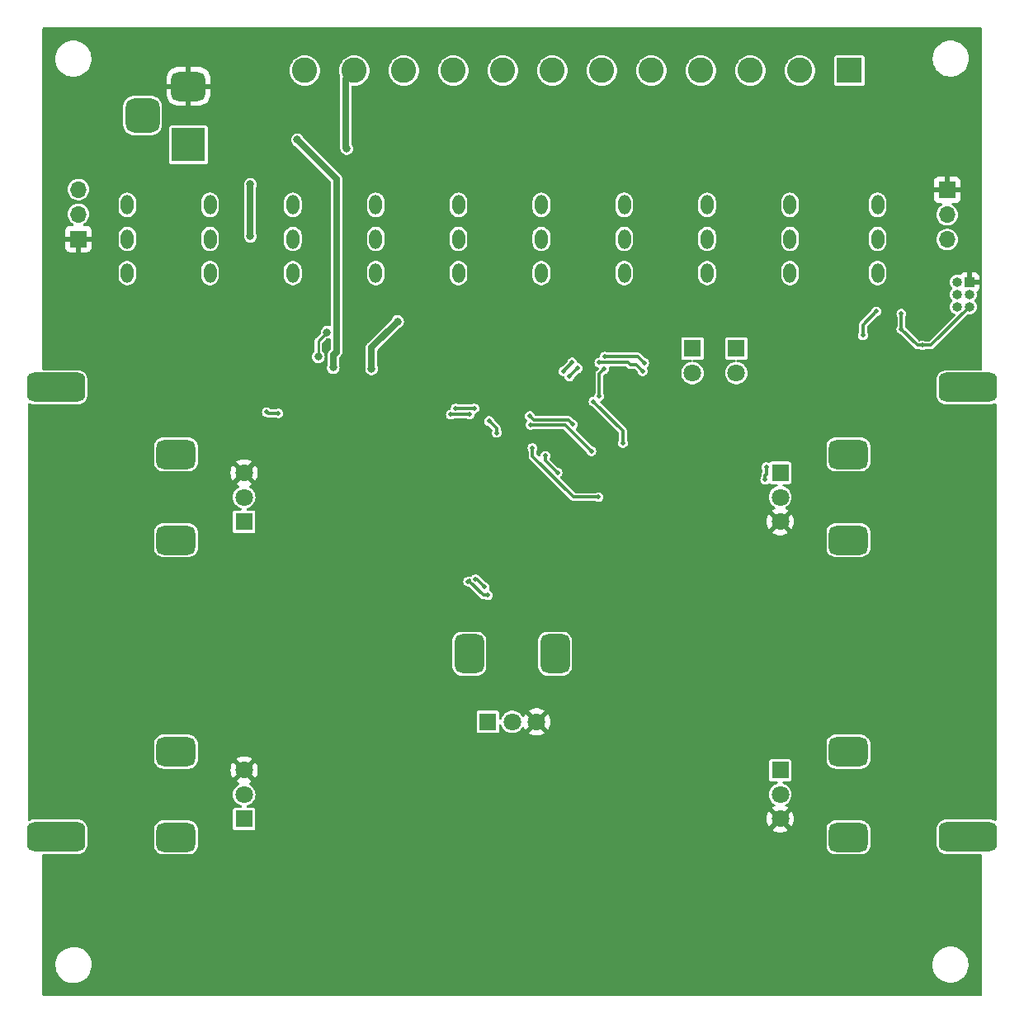
<source format=gbr>
%TF.GenerationSoftware,KiCad,Pcbnew,7.0.7*%
%TF.CreationDate,2023-10-03T09:28:03+02:00*%
%TF.ProjectId,pwmController,70776d43-6f6e-4747-926f-6c6c65722e6b,rev?*%
%TF.SameCoordinates,Original*%
%TF.FileFunction,Copper,L2,Bot*%
%TF.FilePolarity,Positive*%
%FSLAX46Y46*%
G04 Gerber Fmt 4.6, Leading zero omitted, Abs format (unit mm)*
G04 Created by KiCad (PCBNEW 7.0.7) date 2023-10-03 09:28:03*
%MOMM*%
%LPD*%
G01*
G04 APERTURE LIST*
G04 Aperture macros list*
%AMRoundRect*
0 Rectangle with rounded corners*
0 $1 Rounding radius*
0 $2 $3 $4 $5 $6 $7 $8 $9 X,Y pos of 4 corners*
0 Add a 4 corners polygon primitive as box body*
4,1,4,$2,$3,$4,$5,$6,$7,$8,$9,$2,$3,0*
0 Add four circle primitives for the rounded corners*
1,1,$1+$1,$2,$3*
1,1,$1+$1,$4,$5*
1,1,$1+$1,$6,$7*
1,1,$1+$1,$8,$9*
0 Add four rect primitives between the rounded corners*
20,1,$1+$1,$2,$3,$4,$5,0*
20,1,$1+$1,$4,$5,$6,$7,0*
20,1,$1+$1,$6,$7,$8,$9,0*
20,1,$1+$1,$8,$9,$2,$3,0*%
G04 Aperture macros list end*
%TA.AperFunction,ComponentPad*%
%ADD10R,1.800000X1.800000*%
%TD*%
%TA.AperFunction,ComponentPad*%
%ADD11C,1.800000*%
%TD*%
%TA.AperFunction,ComponentPad*%
%ADD12RoundRect,0.750000X1.250000X0.750000X-1.250000X0.750000X-1.250000X-0.750000X1.250000X-0.750000X0*%
%TD*%
%TA.AperFunction,ComponentPad*%
%ADD13O,1.300000X2.000000*%
%TD*%
%TA.AperFunction,ComponentPad*%
%ADD14R,2.600000X2.600000*%
%TD*%
%TA.AperFunction,ComponentPad*%
%ADD15C,2.600000*%
%TD*%
%TA.AperFunction,ComponentPad*%
%ADD16RoundRect,0.750000X0.750000X-1.250000X0.750000X1.250000X-0.750000X1.250000X-0.750000X-1.250000X0*%
%TD*%
%TA.AperFunction,SMDPad,CuDef*%
%ADD17RoundRect,0.750000X2.250000X0.750000X-2.250000X0.750000X-2.250000X-0.750000X2.250000X-0.750000X0*%
%TD*%
%TA.AperFunction,ComponentPad*%
%ADD18RoundRect,0.750000X-1.250000X-0.750000X1.250000X-0.750000X1.250000X0.750000X-1.250000X0.750000X0*%
%TD*%
%TA.AperFunction,ComponentPad*%
%ADD19R,1.700000X1.700000*%
%TD*%
%TA.AperFunction,ComponentPad*%
%ADD20O,1.700000X1.700000*%
%TD*%
%TA.AperFunction,ComponentPad*%
%ADD21R,3.500000X3.500000*%
%TD*%
%TA.AperFunction,ComponentPad*%
%ADD22RoundRect,0.750000X-1.000000X0.750000X-1.000000X-0.750000X1.000000X-0.750000X1.000000X0.750000X0*%
%TD*%
%TA.AperFunction,ComponentPad*%
%ADD23RoundRect,0.875000X-0.875000X0.875000X-0.875000X-0.875000X0.875000X-0.875000X0.875000X0.875000X0*%
%TD*%
%TA.AperFunction,ComponentPad*%
%ADD24R,1.000000X1.000000*%
%TD*%
%TA.AperFunction,ComponentPad*%
%ADD25O,1.000000X1.000000*%
%TD*%
%TA.AperFunction,ViaPad*%
%ADD26C,0.500000*%
%TD*%
%TA.AperFunction,ViaPad*%
%ADD27C,0.800000*%
%TD*%
%TA.AperFunction,Conductor*%
%ADD28C,0.300000*%
%TD*%
%TA.AperFunction,Conductor*%
%ADD29C,0.700000*%
%TD*%
%TA.AperFunction,Conductor*%
%ADD30C,0.250000*%
%TD*%
G04 APERTURE END LIST*
D10*
%TO.P,RV4,1,1*%
%TO.N,+5V*%
X111000000Y-114500000D03*
D11*
%TO.P,RV4,2,2*%
%TO.N,/accel*%
X111000000Y-112000000D03*
%TO.P,RV4,3,3*%
%TO.N,GND*%
X111000000Y-109500000D03*
D12*
%TO.P,RV4,MP*%
%TO.N,N/C*%
X104000000Y-116400000D03*
X104000000Y-107600000D03*
%TD*%
D13*
%TO.P,SW1,1,A*%
%TO.N,/track1*%
X176000000Y-51500000D03*
%TO.P,SW1,2,B*%
%TO.N,/trackFront*%
X176000000Y-55000000D03*
%TO.P,SW1,3,C*%
%TO.N,unconnected-(SW1-C-Pad3)*%
X176000000Y-58500000D03*
%TD*%
D14*
%TO.P,J104,1,Pin_1*%
%TO.N,/track1*%
X173101000Y-37719000D03*
D15*
%TO.P,J104,2,Pin_2*%
%TO.N,/track2*%
X168021000Y-37719000D03*
%TO.P,J104,3,Pin_3*%
%TO.N,/track3*%
X162941000Y-37719000D03*
%TO.P,J104,4,Pin_4*%
%TO.N,/track4*%
X157861000Y-37719000D03*
%TO.P,J104,5,Pin_5*%
%TO.N,/track5*%
X152781000Y-37719000D03*
%TO.P,J104,6,Pin_6*%
%TO.N,/track6*%
X147701000Y-37719000D03*
%TO.P,J104,7,Pin_7*%
%TO.N,/track7*%
X142621000Y-37719000D03*
%TO.P,J104,8,Pin_8*%
%TO.N,/track8*%
X137541000Y-37719000D03*
%TO.P,J104,9,Pin_9*%
%TO.N,/track9*%
X132461000Y-37719000D03*
%TO.P,J104,10,Pin_10*%
%TO.N,/track10*%
X127381000Y-37719000D03*
%TO.P,J104,11,Pin_11*%
%TO.N,/trackFront*%
X122301000Y-37719000D03*
%TO.P,J104,12,Pin_12*%
%TO.N,/trackRear*%
X117221000Y-37719000D03*
%TD*%
D10*
%TO.P,RV1,1,1*%
%TO.N,+5V*%
X136000000Y-104550000D03*
D11*
%TO.P,RV1,2,2*%
%TO.N,/pot1*%
X138500000Y-104550000D03*
%TO.P,RV1,3,3*%
%TO.N,GND*%
X141000000Y-104550000D03*
D16*
%TO.P,RV1,MP*%
%TO.N,N/C*%
X134100000Y-97550000D03*
X142900000Y-97550000D03*
%TD*%
D13*
%TO.P,SW5,1,A*%
%TO.N,/track5*%
X141500000Y-51500000D03*
%TO.P,SW5,2,B*%
%TO.N,/trackFront*%
X141500000Y-55000000D03*
%TO.P,SW5,3,C*%
%TO.N,unconnected-(SW5-C-Pad3)*%
X141500000Y-58500000D03*
%TD*%
D10*
%TO.P,RV2,1,1*%
%TO.N,+5V*%
X111000000Y-84000000D03*
D11*
%TO.P,RV2,2,2*%
%TO.N,/minSpeed*%
X111000000Y-81500000D03*
%TO.P,RV2,3,3*%
%TO.N,GND*%
X111000000Y-79000000D03*
D12*
%TO.P,RV2,MP*%
%TO.N,N/C*%
X104000000Y-85900000D03*
X104000000Y-77100000D03*
%TD*%
D13*
%TO.P,SW9,1,A*%
%TO.N,/track9*%
X107500000Y-51500000D03*
%TO.P,SW9,2,B*%
%TO.N,/trackFront*%
X107500000Y-55000000D03*
%TO.P,SW9,3,C*%
%TO.N,unconnected-(SW9-C-Pad3)*%
X107500000Y-58500000D03*
%TD*%
D17*
%TO.P,,1*%
%TO.N,N/C*%
X91694000Y-70231000D03*
%TD*%
D10*
%TO.P,D201,1,K*%
%TO.N,/atmega/LED*%
X157000000Y-66225000D03*
D11*
%TO.P,D201,2,A*%
%TO.N,Net-(D201-A)*%
X157000000Y-68765000D03*
%TD*%
D10*
%TO.P,RV5,1,1*%
%TO.N,+5V*%
X166000000Y-109500000D03*
D11*
%TO.P,RV5,2,2*%
%TO.N,/pot5*%
X166000000Y-112000000D03*
%TO.P,RV5,3,3*%
%TO.N,GND*%
X166000000Y-114500000D03*
D18*
%TO.P,RV5,MP*%
%TO.N,N/C*%
X173000000Y-107600000D03*
X173000000Y-116400000D03*
%TD*%
D19*
%TO.P,J103,1,Pin_1*%
%TO.N,GND*%
X94000000Y-55000000D03*
D20*
%TO.P,J103,2,Pin_2*%
%TO.N,+5V*%
X94000000Y-52460000D03*
%TO.P,J103,3,Pin_3*%
%TO.N,/S2*%
X94000000Y-49920000D03*
%TD*%
D13*
%TO.P,SW8,1,A*%
%TO.N,/track8*%
X116000000Y-51500000D03*
%TO.P,SW8,2,B*%
%TO.N,/trackFront*%
X116000000Y-55000000D03*
%TO.P,SW8,3,C*%
%TO.N,unconnected-(SW8-C-Pad3)*%
X116000000Y-58500000D03*
%TD*%
%TO.P,SW7,1,A*%
%TO.N,/track7*%
X124500000Y-51500000D03*
%TO.P,SW7,2,B*%
%TO.N,/trackFront*%
X124500000Y-55000000D03*
%TO.P,SW7,3,C*%
%TO.N,unconnected-(SW7-C-Pad3)*%
X124500000Y-58500000D03*
%TD*%
D10*
%TO.P,RV3,1,1*%
%TO.N,+5V*%
X166000000Y-79000000D03*
D11*
%TO.P,RV3,2,2*%
%TO.N,/maxSpeed*%
X166000000Y-81500000D03*
%TO.P,RV3,3,3*%
%TO.N,GND*%
X166000000Y-84000000D03*
D18*
%TO.P,RV3,MP*%
%TO.N,N/C*%
X173000000Y-77100000D03*
X173000000Y-85900000D03*
%TD*%
D13*
%TO.P,SW4,1,A*%
%TO.N,/track4*%
X150000000Y-51500000D03*
%TO.P,SW4,2,B*%
%TO.N,/trackFront*%
X150000000Y-55000000D03*
%TO.P,SW4,3,C*%
%TO.N,unconnected-(SW4-C-Pad3)*%
X150000000Y-58500000D03*
%TD*%
%TO.P,SW10,1,A*%
%TO.N,/track10*%
X99000000Y-51500000D03*
%TO.P,SW10,2,B*%
%TO.N,/trackFront*%
X99000000Y-55000000D03*
%TO.P,SW10,3,C*%
%TO.N,unconnected-(SW10-C-Pad3)*%
X99000000Y-58500000D03*
%TD*%
D17*
%TO.P,,1*%
%TO.N,N/C*%
X91694000Y-116332000D03*
%TD*%
D19*
%TO.P,J102,1,Pin_1*%
%TO.N,GND*%
X183125000Y-49975000D03*
D20*
%TO.P,J102,2,Pin_2*%
%TO.N,+5V*%
X183125000Y-52515000D03*
%TO.P,J102,3,Pin_3*%
%TO.N,/S1*%
X183125000Y-55055000D03*
%TD*%
D13*
%TO.P,SW6,1,A*%
%TO.N,/track6*%
X133000000Y-51500000D03*
%TO.P,SW6,2,B*%
%TO.N,/trackFront*%
X133000000Y-55000000D03*
%TO.P,SW6,3,C*%
%TO.N,unconnected-(SW6-C-Pad3)*%
X133000000Y-58500000D03*
%TD*%
D21*
%TO.P,J101,1*%
%TO.N,VCC*%
X105283000Y-45339000D03*
D22*
%TO.P,J101,2*%
%TO.N,GND*%
X105283000Y-39339000D03*
D23*
%TO.P,J101,3*%
%TO.N,N/C*%
X100583000Y-42339000D03*
%TD*%
D24*
%TO.P,U201,1*%
%TO.N,GND*%
X185420000Y-59436000D03*
D25*
%TO.P,U201,2*%
%TO.N,/atmega/reset*%
X184150000Y-59436000D03*
%TO.P,U201,3*%
%TO.N,/atmega/MOSI*%
X185420000Y-60706000D03*
%TO.P,U201,4*%
%TO.N,/atmega/SCK*%
X184150000Y-60706000D03*
%TO.P,U201,5*%
%TO.N,+5V*%
X185420000Y-61976000D03*
%TO.P,U201,6*%
%TO.N,/atmega/MISO*%
X184150000Y-61976000D03*
%TD*%
D13*
%TO.P,SW2,1,A*%
%TO.N,/track2*%
X167000000Y-51500000D03*
%TO.P,SW2,2,B*%
%TO.N,/trackFront*%
X167000000Y-55000000D03*
%TO.P,SW2,3,C*%
%TO.N,unconnected-(SW2-C-Pad3)*%
X167000000Y-58500000D03*
%TD*%
%TO.P,SW3,1,A*%
%TO.N,/track3*%
X158500000Y-51500000D03*
%TO.P,SW3,2,B*%
%TO.N,/trackFront*%
X158500000Y-55000000D03*
%TO.P,SW3,3,C*%
%TO.N,unconnected-(SW3-C-Pad3)*%
X158500000Y-58500000D03*
%TD*%
D17*
%TO.P,,1*%
%TO.N,N/C*%
X185293000Y-70231000D03*
%TD*%
D10*
%TO.P,D202,1,K*%
%TO.N,/atmega/LED1*%
X161500000Y-66225000D03*
D11*
%TO.P,D202,2,A*%
%TO.N,Net-(D202-A)*%
X161500000Y-68765000D03*
%TD*%
D17*
%TO.P,REF\u002A\u002A,1*%
%TO.N,N/C*%
X185293000Y-116332000D03*
%TD*%
D26*
%TO.N,GND*%
X162179000Y-57531000D03*
X124079000Y-78359000D03*
D27*
X116332000Y-67119500D03*
X117348000Y-65849500D03*
D26*
X135255000Y-80518000D03*
D27*
X157308268Y-79972324D03*
D26*
X142367000Y-68326000D03*
X137541000Y-82169000D03*
X145034000Y-51435000D03*
D27*
X124460000Y-63309500D03*
X132842000Y-66548000D03*
D26*
X107442000Y-90043000D03*
X131699000Y-126111000D03*
X125730000Y-76835000D03*
D27*
X122936000Y-69532500D03*
D26*
X150749000Y-74041000D03*
X173863000Y-99568000D03*
X116205000Y-103378000D03*
X152400000Y-84074000D03*
X154813000Y-95123000D03*
X127000000Y-40767000D03*
X136525000Y-68326000D03*
X153924000Y-67945000D03*
X100457000Y-36830000D03*
X184912000Y-106172000D03*
X119380000Y-78232000D03*
X131445000Y-64897000D03*
X112776000Y-60452000D03*
X178943000Y-50800000D03*
X161417000Y-71120000D03*
X132334000Y-40894000D03*
X124206000Y-75184000D03*
X154051000Y-73914000D03*
D27*
X152273000Y-79502000D03*
D26*
X103886000Y-126746000D03*
X101473000Y-59944000D03*
X148209000Y-76581000D03*
X160909000Y-78232000D03*
D27*
X134493000Y-66802000D03*
X138430000Y-65151000D03*
D26*
X162433000Y-92329000D03*
D27*
X121285000Y-69532500D03*
D26*
X118237000Y-58674000D03*
X144780000Y-80010000D03*
X144907000Y-84074000D03*
X106553000Y-99314000D03*
D27*
X121285000Y-67119500D03*
D26*
X137795000Y-51308000D03*
X133731000Y-70612000D03*
X147574000Y-41148000D03*
X157734000Y-41656000D03*
X118237000Y-126238000D03*
D27*
X142367000Y-65024000D03*
D26*
X90932000Y-86868000D03*
X171577000Y-64008000D03*
X131064000Y-77978000D03*
X117983000Y-77597000D03*
X129159000Y-106553000D03*
X94234000Y-114173000D03*
X133858000Y-78359000D03*
X161290000Y-72263000D03*
X181864000Y-122809000D03*
X144907000Y-58039000D03*
X143002000Y-70612000D03*
X113284000Y-69850000D03*
X153924000Y-57785000D03*
D27*
X127762000Y-67119500D03*
D26*
X159004000Y-64008000D03*
X128651000Y-65786000D03*
X141986000Y-41275000D03*
X154559000Y-51181000D03*
X171069000Y-50419000D03*
X120142000Y-77216000D03*
D27*
X140335000Y-66421000D03*
X134493000Y-65151000D03*
D26*
X141732000Y-80137000D03*
X145542000Y-65659000D03*
X145669000Y-72644000D03*
X162814000Y-42164000D03*
X122555000Y-53340000D03*
X136525000Y-81280000D03*
X119253000Y-40259000D03*
X104775000Y-62230000D03*
X163703000Y-82423000D03*
X113411000Y-99822000D03*
X115570000Y-73279000D03*
X140462000Y-81915000D03*
X106680000Y-67691000D03*
X155956000Y-106045000D03*
X122682000Y-60071000D03*
X93980000Y-45339000D03*
D27*
X155403268Y-77940324D03*
D26*
X153797000Y-117348000D03*
X149733000Y-82423000D03*
X158877000Y-80772000D03*
X170561000Y-57785000D03*
X101346000Y-65151000D03*
D27*
X122936000Y-66992500D03*
D26*
X156718000Y-110109000D03*
X154178000Y-75819000D03*
X94488000Y-62103000D03*
X129159000Y-59055000D03*
X136906000Y-71247000D03*
X146685000Y-80645000D03*
X121539000Y-78486000D03*
X154051000Y-65024000D03*
X118237000Y-72898000D03*
X152781000Y-41275000D03*
X113411000Y-42418000D03*
X128778000Y-96266000D03*
X180975000Y-69977000D03*
X120142000Y-71120000D03*
X150622000Y-80137000D03*
X148717000Y-72009000D03*
X162306000Y-50546000D03*
X108585000Y-64897000D03*
X137033000Y-41656000D03*
X143764000Y-108331000D03*
X156210000Y-70993000D03*
X160274000Y-83947000D03*
X145161000Y-82423000D03*
X164084000Y-101473000D03*
X178689000Y-57531000D03*
X118618000Y-109728000D03*
D27*
X138430000Y-66548000D03*
D26*
X155956000Y-73533000D03*
X137033000Y-110363000D03*
X92075000Y-98298000D03*
X137795000Y-58547000D03*
X172974000Y-92710000D03*
X112903000Y-88519000D03*
X149860000Y-125984000D03*
X128016000Y-51181000D03*
X185166000Y-87630000D03*
X117983000Y-51689000D03*
X149733000Y-63627000D03*
X121793000Y-75184000D03*
X127635000Y-92075000D03*
%TO.N,/minSpeed*%
X136144000Y-73695500D03*
X136906000Y-74894500D03*
%TO.N,/maxSpeed*%
X147362911Y-81491089D03*
X140589000Y-76454000D03*
%TO.N,/accel*%
X141902083Y-77259083D03*
X143149589Y-78973411D03*
%TO.N,+5V*%
X180594000Y-65913000D03*
X178435000Y-62684000D03*
X178435000Y-64262000D03*
X149860000Y-75946000D03*
X133985000Y-90170000D03*
X136017000Y-91567000D03*
X146847500Y-71679602D03*
%TO.N,/pot1*%
X135678911Y-90720911D03*
X134747000Y-89916000D03*
D27*
%TO.N,VCC*%
X118618000Y-67080000D03*
X111633000Y-54737000D03*
X111633000Y-49403000D03*
X119507000Y-64579500D03*
D26*
%TO.N,/S1*%
X164592000Y-78400500D03*
X164465000Y-79689500D03*
X174497358Y-64897642D03*
X175857640Y-62440961D03*
%TO.N,/S2*%
X140359128Y-74065128D03*
X132207000Y-73025000D03*
X134112000Y-73025000D03*
X146626550Y-76776550D03*
X114518500Y-72898000D03*
X113319500Y-72771000D03*
%TO.N,/H-bridge/CurrentSense*%
X144735085Y-74037262D03*
X132715000Y-72390000D03*
X140314411Y-73172589D03*
X134620000Y-72390000D03*
%TO.N,/atmega/reset*%
X147963544Y-68334544D03*
X147447000Y-71120000D03*
%TO.N,/H-bridge/IN_A*%
X143764000Y-68580000D03*
X152043070Y-67715070D03*
X148006500Y-67056000D03*
X144661597Y-67682403D03*
%TO.N,/H-bridge/IN_B*%
X145233097Y-68253903D03*
X151892000Y-68580000D03*
X144385274Y-69101726D03*
X147447000Y-67691000D03*
D27*
%TO.N,/trackFront*%
X121539000Y-45720000D03*
X126746000Y-63474000D03*
X124079000Y-68326000D03*
%TO.N,/trackRear*%
X120142000Y-68199000D03*
X116459000Y-44831000D03*
%TD*%
D28*
%TO.N,/minSpeed*%
X136906000Y-74457500D02*
X136144000Y-73695500D01*
X136906000Y-74894500D02*
X136906000Y-74457500D01*
%TO.N,/maxSpeed*%
X140589000Y-77261351D02*
X144818738Y-81491089D01*
X144818738Y-81491089D02*
X147362911Y-81491089D01*
X140589000Y-76454000D02*
X140589000Y-77261351D01*
%TO.N,/accel*%
X141902083Y-77259083D02*
X141902083Y-77725905D01*
X141902083Y-77725905D02*
X143149589Y-78973411D01*
%TO.N,+5V*%
X134112000Y-90129529D02*
X135549471Y-91567000D01*
X180086000Y-65913000D02*
X180594000Y-65913000D01*
X180086000Y-65913000D02*
X178435000Y-64262000D01*
X149860000Y-74692102D02*
X146847500Y-71679602D01*
X185420000Y-61976000D02*
X181483000Y-65913000D01*
X181483000Y-65913000D02*
X180594000Y-65913000D01*
X178435000Y-64262000D02*
X178435000Y-62684000D01*
X134112000Y-90043000D02*
X134112000Y-90129529D01*
X149860000Y-75946000D02*
X149860000Y-74692102D01*
X135549471Y-91567000D02*
X136017000Y-91567000D01*
%TO.N,/pot1*%
X134874000Y-89916000D02*
X135678911Y-90720911D01*
X134747000Y-89916000D02*
X134874000Y-89916000D01*
D29*
%TO.N,VCC*%
X111633000Y-49403000D02*
X111633000Y-54737000D01*
D30*
X118618000Y-65468500D02*
X118618000Y-67080000D01*
X119507000Y-64579500D02*
X118618000Y-65468500D01*
D28*
%TO.N,/S1*%
X164592000Y-78400500D02*
X164592000Y-79147500D01*
X174497358Y-64897642D02*
X174497358Y-63801243D01*
X174497358Y-63801243D02*
X175857640Y-62440961D01*
X164465000Y-79274500D02*
X164465000Y-79689500D01*
X164592000Y-79147500D02*
X164465000Y-79274500D01*
%TO.N,/S2*%
X113446500Y-72898000D02*
X113319500Y-72771000D01*
X146626550Y-76776550D02*
X143915128Y-74065128D01*
X143915128Y-74065128D02*
X140359128Y-74065128D01*
X134112000Y-73025000D02*
X132207000Y-73025000D01*
X114518500Y-72898000D02*
X113446500Y-72898000D01*
%TO.N,/H-bridge/CurrentSense*%
X132715000Y-72390000D02*
X134620000Y-72390000D01*
X144262951Y-73565128D02*
X144735085Y-74037262D01*
X140706950Y-73565128D02*
X144262951Y-73565128D01*
X140314411Y-73172589D02*
X140706950Y-73565128D01*
%TO.N,/atmega/reset*%
X147963544Y-68334544D02*
X147447000Y-68851088D01*
X147447000Y-68851088D02*
X147447000Y-71120000D01*
%TO.N,/H-bridge/IN_A*%
X143764000Y-68580000D02*
X144661597Y-67682403D01*
X148006500Y-67056000D02*
X151384000Y-67056000D01*
X151384000Y-67056000D02*
X152043070Y-67715070D01*
%TO.N,/H-bridge/IN_B*%
X150622000Y-67937000D02*
X150376000Y-67691000D01*
X150376000Y-67691000D02*
X147447000Y-67691000D01*
X151892000Y-68580000D02*
X151249000Y-67937000D01*
X145233097Y-68253903D02*
X144385274Y-69101726D01*
X151249000Y-67937000D02*
X150622000Y-67937000D01*
D29*
%TO.N,/trackFront*%
X121412000Y-38608000D02*
X121412000Y-45593000D01*
X124079000Y-68326000D02*
X124079000Y-66141000D01*
X122301000Y-37719000D02*
X121412000Y-38608000D01*
X124079000Y-66141000D02*
X126746000Y-63474000D01*
X121412000Y-45593000D02*
X121539000Y-45720000D01*
%TO.N,/trackRear*%
X120457000Y-66614000D02*
X120142000Y-66929000D01*
X120457000Y-48829000D02*
X120457000Y-66614000D01*
X120142000Y-66929000D02*
X120142000Y-68199000D01*
X116459000Y-44831000D02*
X120457000Y-48829000D01*
%TD*%
%TA.AperFunction,Conductor*%
%TO.N,GND*%
G36*
X186642539Y-33320185D02*
G01*
X186688294Y-33372989D01*
X186699500Y-33424500D01*
X186699500Y-68356500D01*
X186679815Y-68423539D01*
X186627011Y-68469294D01*
X186575500Y-68480500D01*
X182985086Y-68480500D01*
X182984964Y-68480501D01*
X182958901Y-68482818D01*
X182865584Y-68491113D01*
X182669954Y-68547089D01*
X182659232Y-68552690D01*
X182489593Y-68641302D01*
X182489591Y-68641303D01*
X182489590Y-68641304D01*
X182331890Y-68769890D01*
X182203304Y-68927590D01*
X182203302Y-68927593D01*
X182185255Y-68962143D01*
X182109089Y-69107954D01*
X182053114Y-69303583D01*
X182053113Y-69303586D01*
X182042500Y-69422965D01*
X182042500Y-69422966D01*
X182042501Y-71039032D01*
X182042501Y-71039033D01*
X182053113Y-71158415D01*
X182109089Y-71354045D01*
X182109090Y-71354048D01*
X182109091Y-71354049D01*
X182203302Y-71534407D01*
X182203304Y-71534409D01*
X182331890Y-71692109D01*
X182386499Y-71736636D01*
X182489593Y-71820698D01*
X182669951Y-71914909D01*
X182865582Y-71970886D01*
X182984963Y-71981500D01*
X182984964Y-71981499D01*
X182984965Y-71981500D01*
X182984966Y-71981500D01*
X184961316Y-71981499D01*
X187601036Y-71981499D01*
X187720418Y-71970886D01*
X187916049Y-71914909D01*
X188018089Y-71861607D01*
X188086623Y-71848016D01*
X188151626Y-71873635D01*
X188192460Y-71930330D01*
X188199500Y-71971516D01*
X188199500Y-114591483D01*
X188179815Y-114658522D01*
X188127011Y-114704277D01*
X188057853Y-114714221D01*
X188018089Y-114701392D01*
X187916047Y-114648090D01*
X187832370Y-114624147D01*
X187720418Y-114592114D01*
X187720415Y-114592113D01*
X187720413Y-114592113D01*
X187629983Y-114584073D01*
X187601037Y-114581500D01*
X187601035Y-114581500D01*
X187601034Y-114581500D01*
X185672850Y-114581500D01*
X182984964Y-114581501D01*
X182955727Y-114584100D01*
X182865584Y-114592113D01*
X182669954Y-114648089D01*
X182603938Y-114682573D01*
X182489593Y-114742302D01*
X182489591Y-114742303D01*
X182489590Y-114742304D01*
X182331890Y-114870890D01*
X182203304Y-115028590D01*
X182109089Y-115208954D01*
X182053114Y-115404583D01*
X182053113Y-115404586D01*
X182042500Y-115523965D01*
X182042500Y-115523966D01*
X182042501Y-117140032D01*
X182042501Y-117140033D01*
X182053113Y-117259415D01*
X182109089Y-117455045D01*
X182109090Y-117455048D01*
X182109091Y-117455049D01*
X182203302Y-117635407D01*
X182203304Y-117635409D01*
X182331890Y-117793109D01*
X182415286Y-117861109D01*
X182489593Y-117921698D01*
X182669951Y-118015909D01*
X182865582Y-118071886D01*
X182984963Y-118082500D01*
X182984964Y-118082499D01*
X182984965Y-118082500D01*
X182984966Y-118082500D01*
X182985052Y-118082499D01*
X186575500Y-118082499D01*
X186642539Y-118102184D01*
X186688294Y-118154988D01*
X186699500Y-118206499D01*
X186699500Y-132575500D01*
X186679815Y-132642539D01*
X186627011Y-132688294D01*
X186575500Y-132699500D01*
X90424500Y-132699500D01*
X90357461Y-132679815D01*
X90311706Y-132627011D01*
X90300500Y-132575500D01*
X90300500Y-129567763D01*
X91645787Y-129567763D01*
X91675413Y-129837013D01*
X91675415Y-129837024D01*
X91730856Y-130049088D01*
X91743928Y-130099088D01*
X91849870Y-130348390D01*
X91990979Y-130579605D01*
X91990986Y-130579615D01*
X92164253Y-130787819D01*
X92164259Y-130787824D01*
X92325649Y-130932429D01*
X92365998Y-130968582D01*
X92591910Y-131118044D01*
X92837176Y-131233020D01*
X92837183Y-131233022D01*
X92837185Y-131233023D01*
X93096557Y-131311057D01*
X93096564Y-131311058D01*
X93096569Y-131311060D01*
X93364561Y-131350500D01*
X93364566Y-131350500D01*
X93567636Y-131350500D01*
X93619133Y-131346730D01*
X93770156Y-131335677D01*
X93928071Y-131300500D01*
X94034546Y-131276782D01*
X94034548Y-131276781D01*
X94034553Y-131276780D01*
X94287558Y-131180014D01*
X94523777Y-131047441D01*
X94738177Y-130881888D01*
X94926186Y-130686881D01*
X95083799Y-130466579D01*
X95170271Y-130298389D01*
X95207649Y-130225690D01*
X95207651Y-130225684D01*
X95207656Y-130225675D01*
X95295118Y-129969305D01*
X95344319Y-129702933D01*
X95351086Y-129517763D01*
X181618787Y-129517763D01*
X181648413Y-129787013D01*
X181648415Y-129787024D01*
X181696070Y-129969305D01*
X181716928Y-130049088D01*
X181822870Y-130298390D01*
X181853385Y-130348390D01*
X181963979Y-130529605D01*
X181963986Y-130529615D01*
X182137253Y-130737819D01*
X182137259Y-130737824D01*
X182338998Y-130918582D01*
X182564910Y-131068044D01*
X182810176Y-131183020D01*
X182810183Y-131183022D01*
X182810185Y-131183023D01*
X183069557Y-131261057D01*
X183069564Y-131261058D01*
X183069569Y-131261060D01*
X183337561Y-131300500D01*
X183337566Y-131300500D01*
X183540636Y-131300500D01*
X183592133Y-131296730D01*
X183743156Y-131285677D01*
X183855758Y-131260593D01*
X184007546Y-131226782D01*
X184007548Y-131226781D01*
X184007553Y-131226780D01*
X184260558Y-131130014D01*
X184496777Y-130997441D01*
X184711177Y-130831888D01*
X184899186Y-130636881D01*
X185056799Y-130416579D01*
X185154942Y-130225690D01*
X185180649Y-130175690D01*
X185180651Y-130175684D01*
X185180656Y-130175675D01*
X185268118Y-129919305D01*
X185317319Y-129652933D01*
X185327212Y-129382235D01*
X185297586Y-129112982D01*
X185229072Y-128850912D01*
X185123130Y-128601610D01*
X184982018Y-128370390D01*
X184934357Y-128313119D01*
X184808746Y-128162180D01*
X184808740Y-128162175D01*
X184607002Y-127981418D01*
X184381092Y-127831957D01*
X184355558Y-127819987D01*
X184135824Y-127716980D01*
X184135819Y-127716978D01*
X184135814Y-127716976D01*
X183876442Y-127638942D01*
X183876428Y-127638939D01*
X183760791Y-127621921D01*
X183608439Y-127599500D01*
X183405369Y-127599500D01*
X183405364Y-127599500D01*
X183202844Y-127614323D01*
X183202831Y-127614325D01*
X182938453Y-127673217D01*
X182938446Y-127673220D01*
X182685439Y-127769987D01*
X182449226Y-127902557D01*
X182234822Y-128068112D01*
X182046822Y-128263109D01*
X182046816Y-128263116D01*
X181889202Y-128483419D01*
X181889199Y-128483424D01*
X181765350Y-128724309D01*
X181765343Y-128724327D01*
X181677884Y-128980685D01*
X181677881Y-128980699D01*
X181628681Y-129247068D01*
X181628680Y-129247075D01*
X181618787Y-129517763D01*
X95351086Y-129517763D01*
X95354212Y-129432235D01*
X95324586Y-129162982D01*
X95256072Y-128900912D01*
X95150130Y-128651610D01*
X95009018Y-128420390D01*
X94919747Y-128313119D01*
X94835746Y-128212180D01*
X94835740Y-128212175D01*
X94634002Y-128031418D01*
X94408092Y-127881957D01*
X94301430Y-127831956D01*
X94162824Y-127766980D01*
X94162819Y-127766978D01*
X94162814Y-127766976D01*
X93903442Y-127688942D01*
X93903428Y-127688939D01*
X93787791Y-127671921D01*
X93635439Y-127649500D01*
X93432369Y-127649500D01*
X93432364Y-127649500D01*
X93229844Y-127664323D01*
X93229831Y-127664325D01*
X92965453Y-127723217D01*
X92965446Y-127723220D01*
X92712439Y-127819987D01*
X92476226Y-127952557D01*
X92261822Y-128118112D01*
X92073822Y-128313109D01*
X92073816Y-128313116D01*
X91916202Y-128533419D01*
X91916199Y-128533424D01*
X91792350Y-128774309D01*
X91792343Y-128774327D01*
X91704884Y-129030685D01*
X91704881Y-129030699D01*
X91655681Y-129297068D01*
X91655680Y-129297075D01*
X91645787Y-129567763D01*
X90300500Y-129567763D01*
X90300500Y-118206499D01*
X90320185Y-118139460D01*
X90372989Y-118093705D01*
X90424500Y-118082499D01*
X94002033Y-118082499D01*
X94002036Y-118082499D01*
X94121418Y-118071886D01*
X94317049Y-118015909D01*
X94497407Y-117921698D01*
X94655109Y-117793109D01*
X94783698Y-117635407D01*
X94877909Y-117455049D01*
X94933886Y-117259418D01*
X94944500Y-117140037D01*
X94944499Y-115591966D01*
X101749500Y-115591966D01*
X101749501Y-117208032D01*
X101749501Y-117208033D01*
X101760113Y-117327415D01*
X101816089Y-117523045D01*
X101816090Y-117523048D01*
X101816091Y-117523049D01*
X101910302Y-117703407D01*
X101910304Y-117703409D01*
X102038890Y-117861109D01*
X102132803Y-117937684D01*
X102196593Y-117989698D01*
X102376951Y-118083909D01*
X102572582Y-118139886D01*
X102691963Y-118150500D01*
X102691964Y-118150499D01*
X102691965Y-118150500D01*
X102691966Y-118150500D01*
X103809024Y-118150499D01*
X105308036Y-118150499D01*
X105427418Y-118139886D01*
X105623049Y-118083909D01*
X105803407Y-117989698D01*
X105961109Y-117861109D01*
X106089698Y-117703407D01*
X106183909Y-117523049D01*
X106239886Y-117327418D01*
X106250500Y-117208037D01*
X106250499Y-115591964D01*
X106239886Y-115472582D01*
X106183909Y-115276951D01*
X106089698Y-115096593D01*
X105995978Y-114981654D01*
X105961109Y-114938890D01*
X105803409Y-114810304D01*
X105803410Y-114810304D01*
X105803407Y-114810302D01*
X105623049Y-114716091D01*
X105623048Y-114716090D01*
X105623045Y-114716089D01*
X105505829Y-114682550D01*
X105427418Y-114660114D01*
X105427415Y-114660113D01*
X105427413Y-114660113D01*
X105336983Y-114652073D01*
X105308037Y-114649500D01*
X105308035Y-114649500D01*
X105308034Y-114649500D01*
X104183515Y-114649500D01*
X102691964Y-114649501D01*
X102662727Y-114652100D01*
X102572584Y-114660113D01*
X102376954Y-114716089D01*
X102313255Y-114749363D01*
X102196593Y-114810302D01*
X102196591Y-114810303D01*
X102196590Y-114810304D01*
X102038890Y-114938890D01*
X101910304Y-115096590D01*
X101816089Y-115276954D01*
X101760114Y-115472583D01*
X101760113Y-115472586D01*
X101749500Y-115591965D01*
X101749500Y-115591966D01*
X94944499Y-115591966D01*
X94944499Y-115523964D01*
X94933886Y-115404582D01*
X94877909Y-115208951D01*
X94783698Y-115028593D01*
X94710555Y-114938890D01*
X94655109Y-114870890D01*
X94529861Y-114768765D01*
X94497407Y-114742302D01*
X94317049Y-114648091D01*
X94317048Y-114648090D01*
X94317045Y-114648089D01*
X94199829Y-114614550D01*
X94121418Y-114592114D01*
X94121415Y-114592113D01*
X94121413Y-114592113D01*
X94030983Y-114584073D01*
X94002037Y-114581500D01*
X94002035Y-114581500D01*
X94002034Y-114581500D01*
X92049993Y-114581500D01*
X89385964Y-114581501D01*
X89356727Y-114584100D01*
X89266584Y-114592113D01*
X89070952Y-114648090D01*
X88981911Y-114694601D01*
X88913376Y-114708192D01*
X88848373Y-114682573D01*
X88807539Y-114625877D01*
X88800500Y-114584692D01*
X88800500Y-109500005D01*
X109595202Y-109500005D01*
X109614361Y-109731218D01*
X109671317Y-109956135D01*
X109764516Y-110168609D01*
X109848811Y-110297633D01*
X110391050Y-109755395D01*
X110452373Y-109721910D01*
X110522064Y-109726894D01*
X110577998Y-109768765D01*
X110583039Y-109776025D01*
X110583048Y-109776039D01*
X110618239Y-109830798D01*
X110733602Y-109930759D01*
X110731293Y-109933422D01*
X110766006Y-109973499D01*
X110775935Y-110042660D01*
X110746898Y-110106210D01*
X110740882Y-110112669D01*
X110201199Y-110652351D01*
X110231650Y-110676050D01*
X110428271Y-110782457D01*
X110477861Y-110831677D01*
X110492969Y-110899893D01*
X110468799Y-110965449D01*
X110434531Y-110996939D01*
X110303699Y-111077947D01*
X110146127Y-111221593D01*
X110017632Y-111391746D01*
X109922596Y-111582605D01*
X109922596Y-111582607D01*
X109864244Y-111787689D01*
X109844570Y-111999999D01*
X109844570Y-112000000D01*
X109864244Y-112212310D01*
X109922596Y-112417392D01*
X109922596Y-112417394D01*
X110017632Y-112608253D01*
X110017634Y-112608255D01*
X110146128Y-112778407D01*
X110303698Y-112922052D01*
X110484981Y-113034298D01*
X110538647Y-113055088D01*
X110680064Y-113109873D01*
X110735465Y-113152446D01*
X110759056Y-113218213D01*
X110743345Y-113286293D01*
X110693321Y-113335072D01*
X110635270Y-113349500D01*
X110075323Y-113349500D01*
X110002264Y-113364032D01*
X110002260Y-113364033D01*
X109919399Y-113419399D01*
X109864033Y-113502260D01*
X109864032Y-113502264D01*
X109849500Y-113575321D01*
X109849500Y-115424678D01*
X109864032Y-115497735D01*
X109864033Y-115497739D01*
X109864034Y-115497740D01*
X109919399Y-115580601D01*
X110002259Y-115635965D01*
X110002260Y-115635966D01*
X110002264Y-115635967D01*
X110075321Y-115650499D01*
X110075324Y-115650500D01*
X110075326Y-115650500D01*
X111924676Y-115650500D01*
X111924677Y-115650499D01*
X111997740Y-115635966D01*
X112080601Y-115580601D01*
X112135966Y-115497740D01*
X112150500Y-115424674D01*
X112150500Y-114500005D01*
X164595202Y-114500005D01*
X164614361Y-114731218D01*
X164671317Y-114956135D01*
X164764516Y-115168609D01*
X164848811Y-115297633D01*
X165391050Y-114755395D01*
X165452373Y-114721910D01*
X165522064Y-114726894D01*
X165577998Y-114768765D01*
X165583039Y-114776025D01*
X165618239Y-114830798D01*
X165664509Y-114870891D01*
X165733602Y-114930759D01*
X165731293Y-114933422D01*
X165766006Y-114973499D01*
X165775935Y-115042660D01*
X165746898Y-115106210D01*
X165740882Y-115112669D01*
X165201199Y-115652351D01*
X165231650Y-115676050D01*
X165435697Y-115786476D01*
X165435706Y-115786479D01*
X165655139Y-115861811D01*
X165883993Y-115900000D01*
X166116007Y-115900000D01*
X166344860Y-115861811D01*
X166564293Y-115786479D01*
X166564302Y-115786476D01*
X166768350Y-115676050D01*
X166798798Y-115652351D01*
X166738413Y-115591966D01*
X170749500Y-115591966D01*
X170749501Y-117208032D01*
X170749501Y-117208033D01*
X170760113Y-117327415D01*
X170816089Y-117523045D01*
X170816090Y-117523048D01*
X170816091Y-117523049D01*
X170910302Y-117703407D01*
X170910304Y-117703409D01*
X171038890Y-117861109D01*
X171132803Y-117937684D01*
X171196593Y-117989698D01*
X171376951Y-118083909D01*
X171572582Y-118139886D01*
X171691963Y-118150500D01*
X171691964Y-118150499D01*
X171691965Y-118150500D01*
X171691966Y-118150500D01*
X172809069Y-118150499D01*
X174308036Y-118150499D01*
X174427418Y-118139886D01*
X174623049Y-118083909D01*
X174803407Y-117989698D01*
X174961109Y-117861109D01*
X175089698Y-117703407D01*
X175183909Y-117523049D01*
X175239886Y-117327418D01*
X175250500Y-117208037D01*
X175250499Y-115591964D01*
X175239886Y-115472582D01*
X175183909Y-115276951D01*
X175089698Y-115096593D01*
X174995978Y-114981654D01*
X174961109Y-114938890D01*
X174803409Y-114810304D01*
X174803410Y-114810304D01*
X174803407Y-114810302D01*
X174623049Y-114716091D01*
X174623048Y-114716090D01*
X174623045Y-114716089D01*
X174505829Y-114682550D01*
X174427418Y-114660114D01*
X174427415Y-114660113D01*
X174427413Y-114660113D01*
X174336983Y-114652073D01*
X174308037Y-114649500D01*
X174308035Y-114649500D01*
X174308034Y-114649500D01*
X173202285Y-114649500D01*
X171691964Y-114649501D01*
X171662727Y-114652100D01*
X171572584Y-114660113D01*
X171376954Y-114716089D01*
X171313255Y-114749363D01*
X171196593Y-114810302D01*
X171196591Y-114810303D01*
X171196590Y-114810304D01*
X171038890Y-114938890D01*
X170910304Y-115096590D01*
X170816089Y-115276954D01*
X170760114Y-115472583D01*
X170760113Y-115472586D01*
X170749500Y-115591965D01*
X170749500Y-115591966D01*
X166738413Y-115591966D01*
X166259116Y-115112669D01*
X166225631Y-115051346D01*
X166230615Y-114981654D01*
X166267641Y-114932193D01*
X166266398Y-114930759D01*
X166273100Y-114924952D01*
X166381761Y-114830798D01*
X166416954Y-114776037D01*
X166469755Y-114730283D01*
X166538914Y-114720339D01*
X166602470Y-114749363D01*
X166608949Y-114755396D01*
X167151186Y-115297634D01*
X167235484Y-115168606D01*
X167328682Y-114956135D01*
X167385638Y-114731218D01*
X167404798Y-114500005D01*
X167404798Y-114499994D01*
X167385638Y-114268781D01*
X167328682Y-114043864D01*
X167235483Y-113831390D01*
X167151186Y-113702364D01*
X166608949Y-114244602D01*
X166547626Y-114278087D01*
X166477934Y-114273103D01*
X166422001Y-114231231D01*
X166416953Y-114223961D01*
X166381761Y-114169202D01*
X166266398Y-114069241D01*
X166268708Y-114066574D01*
X166234005Y-114026528D01*
X166224058Y-113957370D01*
X166253080Y-113893813D01*
X166259116Y-113887330D01*
X166798799Y-113347647D01*
X166768349Y-113323949D01*
X166571728Y-113217542D01*
X166522138Y-113168322D01*
X166507030Y-113100105D01*
X166531201Y-113034550D01*
X166565467Y-113003061D01*
X166696302Y-112922052D01*
X166853872Y-112778407D01*
X166982366Y-112608255D01*
X167077405Y-112417389D01*
X167135756Y-112212310D01*
X167155429Y-112000000D01*
X167135756Y-111787690D01*
X167077405Y-111582611D01*
X167077403Y-111582606D01*
X167077403Y-111582605D01*
X166982367Y-111391746D01*
X166853872Y-111221593D01*
X166696302Y-111077948D01*
X166515019Y-110965702D01*
X166515017Y-110965701D01*
X166319936Y-110890127D01*
X166264535Y-110847554D01*
X166240944Y-110781787D01*
X166256655Y-110713707D01*
X166306679Y-110664928D01*
X166364730Y-110650500D01*
X166924676Y-110650500D01*
X166924677Y-110650499D01*
X166997740Y-110635966D01*
X167080601Y-110580601D01*
X167135966Y-110497740D01*
X167150500Y-110424674D01*
X167150500Y-108575326D01*
X167150500Y-108575325D01*
X167150500Y-108575323D01*
X167150499Y-108575321D01*
X167135967Y-108502264D01*
X167135966Y-108502260D01*
X167135965Y-108502260D01*
X167080601Y-108419399D01*
X166997740Y-108364034D01*
X166997739Y-108364033D01*
X166997735Y-108364032D01*
X166924677Y-108349500D01*
X166924674Y-108349500D01*
X165075326Y-108349500D01*
X165075323Y-108349500D01*
X165002264Y-108364032D01*
X165002260Y-108364033D01*
X164919399Y-108419399D01*
X164864033Y-108502260D01*
X164864032Y-108502264D01*
X164849500Y-108575321D01*
X164849500Y-110424678D01*
X164864032Y-110497735D01*
X164864033Y-110497739D01*
X164864034Y-110497740D01*
X164919399Y-110580601D01*
X165002260Y-110635966D01*
X165002264Y-110635967D01*
X165075321Y-110650499D01*
X165075324Y-110650500D01*
X165635270Y-110650500D01*
X165702309Y-110670185D01*
X165748064Y-110722989D01*
X165758008Y-110792147D01*
X165728983Y-110855703D01*
X165680064Y-110890127D01*
X165484982Y-110965701D01*
X165484980Y-110965702D01*
X165303699Y-111077947D01*
X165146127Y-111221593D01*
X165017632Y-111391746D01*
X164922596Y-111582605D01*
X164922596Y-111582607D01*
X164864244Y-111787689D01*
X164844571Y-111999999D01*
X164844571Y-112000000D01*
X164864244Y-112212310D01*
X164922596Y-112417392D01*
X164922596Y-112417394D01*
X165017632Y-112608253D01*
X165017634Y-112608255D01*
X165146128Y-112778407D01*
X165303698Y-112922052D01*
X165303700Y-112922053D01*
X165303701Y-112922054D01*
X165434530Y-113003060D01*
X165481166Y-113055088D01*
X165492270Y-113124070D01*
X165464317Y-113188104D01*
X165428271Y-113217541D01*
X165231648Y-113323949D01*
X165201200Y-113347646D01*
X165201200Y-113347647D01*
X165740883Y-113887330D01*
X165774368Y-113948653D01*
X165769384Y-114018345D01*
X165732357Y-114067805D01*
X165733602Y-114069241D01*
X165618238Y-114169202D01*
X165583046Y-114223962D01*
X165530242Y-114269717D01*
X165461083Y-114279660D01*
X165397528Y-114250634D01*
X165391050Y-114244603D01*
X164848812Y-113702365D01*
X164764516Y-113831391D01*
X164764514Y-113831395D01*
X164671317Y-114043864D01*
X164614361Y-114268781D01*
X164595202Y-114499994D01*
X164595202Y-114500005D01*
X112150500Y-114500005D01*
X112150500Y-113575326D01*
X112150500Y-113575325D01*
X112150500Y-113575323D01*
X112150499Y-113575321D01*
X112135967Y-113502264D01*
X112135966Y-113502260D01*
X112135965Y-113502259D01*
X112080601Y-113419399D01*
X111997740Y-113364034D01*
X111997739Y-113364033D01*
X111997735Y-113364032D01*
X111924677Y-113349500D01*
X111924674Y-113349500D01*
X111364730Y-113349500D01*
X111297691Y-113329815D01*
X111251936Y-113277011D01*
X111241992Y-113207853D01*
X111271017Y-113144297D01*
X111319936Y-113109873D01*
X111345150Y-113100105D01*
X111515019Y-113034298D01*
X111696302Y-112922052D01*
X111853872Y-112778407D01*
X111982366Y-112608255D01*
X112077405Y-112417389D01*
X112135756Y-112212310D01*
X112155429Y-112000000D01*
X112135756Y-111787690D01*
X112077405Y-111582611D01*
X112077403Y-111582606D01*
X112077403Y-111582605D01*
X111982367Y-111391746D01*
X111853872Y-111221593D01*
X111696302Y-111077948D01*
X111565467Y-110996938D01*
X111518833Y-110944911D01*
X111507729Y-110875929D01*
X111535682Y-110811895D01*
X111571729Y-110782457D01*
X111768346Y-110676053D01*
X111768349Y-110676051D01*
X111798798Y-110652351D01*
X111259116Y-110112669D01*
X111225631Y-110051346D01*
X111230615Y-109981654D01*
X111267641Y-109932193D01*
X111266398Y-109930759D01*
X111273100Y-109924952D01*
X111381761Y-109830798D01*
X111416954Y-109776037D01*
X111469755Y-109730283D01*
X111538914Y-109720339D01*
X111602470Y-109749363D01*
X111608949Y-109755396D01*
X112151186Y-110297634D01*
X112235484Y-110168606D01*
X112328682Y-109956135D01*
X112385638Y-109731218D01*
X112404798Y-109500005D01*
X112404798Y-109499994D01*
X112385638Y-109268781D01*
X112328682Y-109043864D01*
X112235483Y-108831390D01*
X112151186Y-108702364D01*
X111608949Y-109244602D01*
X111547626Y-109278087D01*
X111477934Y-109273103D01*
X111422001Y-109231231D01*
X111416953Y-109223961D01*
X111381761Y-109169202D01*
X111266398Y-109069241D01*
X111268708Y-109066574D01*
X111234005Y-109026528D01*
X111224058Y-108957370D01*
X111253080Y-108893813D01*
X111259116Y-108887330D01*
X111798799Y-108347647D01*
X111768349Y-108323949D01*
X111564302Y-108213523D01*
X111564293Y-108213520D01*
X111344860Y-108138188D01*
X111116007Y-108100000D01*
X110883993Y-108100000D01*
X110655139Y-108138188D01*
X110435706Y-108213520D01*
X110435698Y-108213523D01*
X110231644Y-108323952D01*
X110201200Y-108347646D01*
X110201200Y-108347647D01*
X110740883Y-108887330D01*
X110774368Y-108948653D01*
X110769384Y-109018345D01*
X110732357Y-109067805D01*
X110733602Y-109069241D01*
X110618238Y-109169202D01*
X110583046Y-109223962D01*
X110530242Y-109269717D01*
X110461083Y-109279660D01*
X110397528Y-109250634D01*
X110391050Y-109244603D01*
X109848812Y-108702365D01*
X109764516Y-108831391D01*
X109764514Y-108831395D01*
X109671317Y-109043864D01*
X109614361Y-109268781D01*
X109595202Y-109499994D01*
X109595202Y-109500005D01*
X88800500Y-109500005D01*
X88800500Y-106791966D01*
X101749500Y-106791966D01*
X101749501Y-108408032D01*
X101749501Y-108408033D01*
X101760113Y-108527415D01*
X101816089Y-108723045D01*
X101816090Y-108723048D01*
X101816091Y-108723049D01*
X101910302Y-108903407D01*
X101910304Y-108903409D01*
X102038890Y-109061109D01*
X102132803Y-109137684D01*
X102196593Y-109189698D01*
X102376951Y-109283909D01*
X102572582Y-109339886D01*
X102691963Y-109350500D01*
X102691964Y-109350499D01*
X102691965Y-109350500D01*
X102691966Y-109350500D01*
X103809024Y-109350499D01*
X105308036Y-109350499D01*
X105427418Y-109339886D01*
X105623049Y-109283909D01*
X105803407Y-109189698D01*
X105961109Y-109061109D01*
X106089698Y-108903407D01*
X106183909Y-108723049D01*
X106239886Y-108527418D01*
X106250500Y-108408037D01*
X106250499Y-106791966D01*
X170749500Y-106791966D01*
X170749501Y-108408032D01*
X170749501Y-108408033D01*
X170760113Y-108527415D01*
X170816089Y-108723045D01*
X170816090Y-108723048D01*
X170816091Y-108723049D01*
X170910302Y-108903407D01*
X170910304Y-108903409D01*
X171038890Y-109061109D01*
X171132803Y-109137684D01*
X171196593Y-109189698D01*
X171376951Y-109283909D01*
X171572582Y-109339886D01*
X171691963Y-109350500D01*
X171691964Y-109350499D01*
X171691965Y-109350500D01*
X171691966Y-109350500D01*
X172809069Y-109350499D01*
X174308036Y-109350499D01*
X174427418Y-109339886D01*
X174623049Y-109283909D01*
X174803407Y-109189698D01*
X174961109Y-109061109D01*
X175089698Y-108903407D01*
X175183909Y-108723049D01*
X175239886Y-108527418D01*
X175250500Y-108408037D01*
X175250499Y-106791964D01*
X175239886Y-106672582D01*
X175183909Y-106476951D01*
X175089698Y-106296593D01*
X175037684Y-106232803D01*
X174961109Y-106138890D01*
X174803409Y-106010304D01*
X174803410Y-106010304D01*
X174803407Y-106010302D01*
X174623049Y-105916091D01*
X174623048Y-105916090D01*
X174623045Y-105916089D01*
X174505829Y-105882550D01*
X174427418Y-105860114D01*
X174427415Y-105860113D01*
X174427413Y-105860113D01*
X174336983Y-105852073D01*
X174308037Y-105849500D01*
X174308035Y-105849500D01*
X174308034Y-105849500D01*
X173202285Y-105849500D01*
X171691964Y-105849501D01*
X171662727Y-105852100D01*
X171572584Y-105860113D01*
X171376954Y-105916089D01*
X171312035Y-105950000D01*
X171196593Y-106010302D01*
X171196591Y-106010303D01*
X171196590Y-106010304D01*
X171038890Y-106138890D01*
X170910304Y-106296590D01*
X170816089Y-106476954D01*
X170760114Y-106672583D01*
X170760113Y-106672586D01*
X170749500Y-106791965D01*
X170749500Y-106791966D01*
X106250499Y-106791966D01*
X106250499Y-106791964D01*
X106239886Y-106672582D01*
X106183909Y-106476951D01*
X106089698Y-106296593D01*
X106037684Y-106232803D01*
X105961109Y-106138890D01*
X105803409Y-106010304D01*
X105803410Y-106010304D01*
X105803407Y-106010302D01*
X105623049Y-105916091D01*
X105623048Y-105916090D01*
X105623045Y-105916089D01*
X105505829Y-105882550D01*
X105427418Y-105860114D01*
X105427415Y-105860113D01*
X105427413Y-105860113D01*
X105336983Y-105852073D01*
X105308037Y-105849500D01*
X105308035Y-105849500D01*
X105308034Y-105849500D01*
X104183515Y-105849500D01*
X102691964Y-105849501D01*
X102662727Y-105852100D01*
X102572584Y-105860113D01*
X102376954Y-105916089D01*
X102312035Y-105950000D01*
X102196593Y-106010302D01*
X102196591Y-106010303D01*
X102196590Y-106010304D01*
X102038890Y-106138890D01*
X101910304Y-106296590D01*
X101816089Y-106476954D01*
X101760114Y-106672583D01*
X101760113Y-106672586D01*
X101749500Y-106791965D01*
X101749500Y-106791966D01*
X88800500Y-106791966D01*
X88800500Y-105474678D01*
X134849500Y-105474678D01*
X134864032Y-105547735D01*
X134864033Y-105547739D01*
X134864034Y-105547740D01*
X134919399Y-105630601D01*
X134965373Y-105661319D01*
X135002260Y-105685966D01*
X135002264Y-105685967D01*
X135075321Y-105700499D01*
X135075324Y-105700500D01*
X135075326Y-105700500D01*
X136924676Y-105700500D01*
X136924677Y-105700499D01*
X136997740Y-105685966D01*
X137080601Y-105630601D01*
X137135966Y-105547740D01*
X137150500Y-105474674D01*
X137150500Y-104900001D01*
X137170185Y-104832962D01*
X137222989Y-104787207D01*
X137292147Y-104777263D01*
X137355703Y-104806288D01*
X137393477Y-104865066D01*
X137393742Y-104865983D01*
X137403421Y-104900001D01*
X137422596Y-104967392D01*
X137422596Y-104967394D01*
X137517632Y-105158253D01*
X137646127Y-105328406D01*
X137646128Y-105328407D01*
X137803698Y-105472052D01*
X137984981Y-105584298D01*
X138183802Y-105661321D01*
X138393390Y-105700500D01*
X138393392Y-105700500D01*
X138606608Y-105700500D01*
X138606610Y-105700500D01*
X138816198Y-105661321D01*
X139015019Y-105584298D01*
X139196302Y-105472052D01*
X139353872Y-105328407D01*
X139482366Y-105158255D01*
X139500185Y-105122468D01*
X139547686Y-105071232D01*
X139615349Y-105053810D01*
X139681689Y-105075735D01*
X139724741Y-105127930D01*
X139764516Y-105218609D01*
X139848811Y-105347633D01*
X140391050Y-104805395D01*
X140452373Y-104771910D01*
X140522064Y-104776894D01*
X140577998Y-104818765D01*
X140583039Y-104826025D01*
X140618239Y-104880798D01*
X140718177Y-104967394D01*
X140733602Y-104980759D01*
X140731293Y-104983422D01*
X140766006Y-105023499D01*
X140775935Y-105092660D01*
X140746898Y-105156210D01*
X140740882Y-105162669D01*
X140201199Y-105702351D01*
X140231650Y-105726050D01*
X140435697Y-105836476D01*
X140435706Y-105836479D01*
X140655139Y-105911811D01*
X140883993Y-105950000D01*
X141116007Y-105950000D01*
X141344860Y-105911811D01*
X141564293Y-105836479D01*
X141564302Y-105836476D01*
X141768350Y-105726050D01*
X141798798Y-105702351D01*
X141259116Y-105162669D01*
X141225631Y-105101346D01*
X141230615Y-105031654D01*
X141267641Y-104982193D01*
X141266398Y-104980759D01*
X141273100Y-104974952D01*
X141381761Y-104880798D01*
X141416954Y-104826037D01*
X141469755Y-104780283D01*
X141538914Y-104770339D01*
X141602470Y-104799363D01*
X141608949Y-104805396D01*
X142151186Y-105347634D01*
X142235484Y-105218606D01*
X142328682Y-105006135D01*
X142385638Y-104781218D01*
X142404798Y-104550005D01*
X142404798Y-104549994D01*
X142385638Y-104318781D01*
X142328682Y-104093864D01*
X142235483Y-103881390D01*
X142151186Y-103752364D01*
X141608949Y-104294602D01*
X141547626Y-104328087D01*
X141477934Y-104323103D01*
X141422001Y-104281231D01*
X141416953Y-104273961D01*
X141381761Y-104219202D01*
X141281828Y-104132611D01*
X141273100Y-104125048D01*
X141273099Y-104125047D01*
X141266398Y-104119241D01*
X141268708Y-104116574D01*
X141234005Y-104076528D01*
X141224058Y-104007370D01*
X141253080Y-103943813D01*
X141259116Y-103937330D01*
X141798799Y-103397647D01*
X141768349Y-103373949D01*
X141564302Y-103263523D01*
X141564293Y-103263520D01*
X141344860Y-103188188D01*
X141116007Y-103150000D01*
X140883993Y-103150000D01*
X140655139Y-103188188D01*
X140435706Y-103263520D01*
X140435698Y-103263523D01*
X140231644Y-103373952D01*
X140201200Y-103397646D01*
X140201200Y-103397647D01*
X140740883Y-103937330D01*
X140774368Y-103998653D01*
X140769384Y-104068345D01*
X140732357Y-104117805D01*
X140733602Y-104119241D01*
X140618238Y-104219202D01*
X140583046Y-104273962D01*
X140530242Y-104319717D01*
X140461083Y-104329660D01*
X140397528Y-104300634D01*
X140391050Y-104294603D01*
X139848812Y-103752365D01*
X139764516Y-103881391D01*
X139764514Y-103881395D01*
X139724741Y-103972069D01*
X139679785Y-104025555D01*
X139613049Y-104046245D01*
X139545721Y-104027570D01*
X139500185Y-103977531D01*
X139482366Y-103941745D01*
X139436791Y-103881395D01*
X139353872Y-103771593D01*
X139332779Y-103752364D01*
X139196302Y-103627948D01*
X139015019Y-103515702D01*
X139015017Y-103515701D01*
X138895496Y-103469399D01*
X138816198Y-103438679D01*
X138606610Y-103399500D01*
X138393390Y-103399500D01*
X138183802Y-103438679D01*
X138183799Y-103438679D01*
X138183799Y-103438680D01*
X137984982Y-103515701D01*
X137984980Y-103515702D01*
X137803699Y-103627947D01*
X137646127Y-103771593D01*
X137517632Y-103941746D01*
X137422596Y-104132605D01*
X137422596Y-104132607D01*
X137393766Y-104233933D01*
X137356486Y-104293026D01*
X137293177Y-104322583D01*
X137223937Y-104313221D01*
X137170751Y-104267911D01*
X137150504Y-104201039D01*
X137150500Y-104199998D01*
X137150500Y-103625323D01*
X137150499Y-103625321D01*
X137135967Y-103552264D01*
X137135966Y-103552260D01*
X137111538Y-103515701D01*
X137080601Y-103469399D01*
X136997740Y-103414034D01*
X136997739Y-103414033D01*
X136997735Y-103414032D01*
X136924677Y-103399500D01*
X136924674Y-103399500D01*
X135075326Y-103399500D01*
X135075323Y-103399500D01*
X135002264Y-103414032D01*
X135002260Y-103414033D01*
X134919399Y-103469399D01*
X134864033Y-103552260D01*
X134864032Y-103552264D01*
X134849500Y-103625321D01*
X134849500Y-105474678D01*
X88800500Y-105474678D01*
X88800500Y-96241966D01*
X132349500Y-96241966D01*
X132349501Y-98858032D01*
X132349501Y-98858033D01*
X132360113Y-98977415D01*
X132416089Y-99173045D01*
X132416090Y-99173048D01*
X132416091Y-99173049D01*
X132510302Y-99353407D01*
X132510304Y-99353409D01*
X132638890Y-99511109D01*
X132732803Y-99587684D01*
X132796593Y-99639698D01*
X132976951Y-99733909D01*
X133172582Y-99789886D01*
X133291963Y-99800500D01*
X133291964Y-99800499D01*
X133291965Y-99800500D01*
X133291966Y-99800500D01*
X133983670Y-99800499D01*
X134908036Y-99800499D01*
X135027418Y-99789886D01*
X135223049Y-99733909D01*
X135403407Y-99639698D01*
X135561109Y-99511109D01*
X135689698Y-99353407D01*
X135783909Y-99173049D01*
X135839886Y-98977418D01*
X135850500Y-98858037D01*
X135850499Y-96241966D01*
X141149500Y-96241966D01*
X141149501Y-98858032D01*
X141149501Y-98858033D01*
X141160113Y-98977415D01*
X141216089Y-99173045D01*
X141216090Y-99173048D01*
X141216091Y-99173049D01*
X141310302Y-99353407D01*
X141310304Y-99353409D01*
X141438890Y-99511109D01*
X141532803Y-99587684D01*
X141596593Y-99639698D01*
X141776951Y-99733909D01*
X141972582Y-99789886D01*
X142091963Y-99800500D01*
X142091964Y-99800499D01*
X142091965Y-99800500D01*
X142091966Y-99800500D01*
X142784219Y-99800499D01*
X143708036Y-99800499D01*
X143827418Y-99789886D01*
X144023049Y-99733909D01*
X144203407Y-99639698D01*
X144361109Y-99511109D01*
X144489698Y-99353407D01*
X144583909Y-99173049D01*
X144639886Y-98977418D01*
X144650500Y-98858037D01*
X144650499Y-96241964D01*
X144639886Y-96122582D01*
X144583909Y-95926951D01*
X144489698Y-95746593D01*
X144437684Y-95682803D01*
X144361109Y-95588890D01*
X144203409Y-95460304D01*
X144203410Y-95460304D01*
X144203407Y-95460302D01*
X144023049Y-95366091D01*
X144023048Y-95366090D01*
X144023045Y-95366089D01*
X143905829Y-95332550D01*
X143827418Y-95310114D01*
X143827415Y-95310113D01*
X143827413Y-95310113D01*
X143736983Y-95302073D01*
X143708037Y-95299500D01*
X143708035Y-95299500D01*
X143708034Y-95299500D01*
X143013595Y-95299500D01*
X142091964Y-95299501D01*
X142062727Y-95302100D01*
X141972584Y-95310113D01*
X141776954Y-95366089D01*
X141686772Y-95413196D01*
X141596593Y-95460302D01*
X141596591Y-95460303D01*
X141596590Y-95460304D01*
X141438890Y-95588890D01*
X141310304Y-95746590D01*
X141216089Y-95926954D01*
X141160114Y-96122583D01*
X141160113Y-96122586D01*
X141149500Y-96241965D01*
X141149500Y-96241966D01*
X135850499Y-96241966D01*
X135850499Y-96241964D01*
X135839886Y-96122582D01*
X135783909Y-95926951D01*
X135689698Y-95746593D01*
X135637684Y-95682803D01*
X135561109Y-95588890D01*
X135403409Y-95460304D01*
X135403410Y-95460304D01*
X135403407Y-95460302D01*
X135223049Y-95366091D01*
X135223048Y-95366090D01*
X135223045Y-95366089D01*
X135105829Y-95332550D01*
X135027418Y-95310114D01*
X135027415Y-95310113D01*
X135027413Y-95310113D01*
X134936983Y-95302073D01*
X134908037Y-95299500D01*
X134908035Y-95299500D01*
X134908034Y-95299500D01*
X134217728Y-95299500D01*
X133291964Y-95299501D01*
X133262727Y-95302100D01*
X133172584Y-95310113D01*
X132976954Y-95366089D01*
X132886771Y-95413196D01*
X132796593Y-95460302D01*
X132796591Y-95460303D01*
X132796590Y-95460304D01*
X132638890Y-95588890D01*
X132510304Y-95746590D01*
X132416089Y-95926954D01*
X132360114Y-96122583D01*
X132360113Y-96122586D01*
X132349500Y-96241965D01*
X132349500Y-96241966D01*
X88800500Y-96241966D01*
X88800500Y-90170000D01*
X133479353Y-90170000D01*
X133499834Y-90312456D01*
X133511851Y-90338768D01*
X133559623Y-90443373D01*
X133653872Y-90552143D01*
X133774947Y-90629953D01*
X133774950Y-90629954D01*
X133774949Y-90629954D01*
X133913036Y-90670499D01*
X133913038Y-90670500D01*
X134035216Y-90670500D01*
X134102255Y-90690185D01*
X134122897Y-90706819D01*
X135290457Y-91874380D01*
X135290477Y-91874398D01*
X135311129Y-91895050D01*
X135330865Y-91905106D01*
X135347453Y-91915271D01*
X135365381Y-91928296D01*
X135386450Y-91935141D01*
X135404429Y-91942588D01*
X135424167Y-91952646D01*
X135446049Y-91956111D01*
X135464962Y-91960652D01*
X135486038Y-91967500D01*
X135517952Y-91967500D01*
X135678026Y-91967500D01*
X135745064Y-91987184D01*
X135806949Y-92026954D01*
X135945036Y-92067499D01*
X135945038Y-92067500D01*
X135945039Y-92067500D01*
X136088962Y-92067500D01*
X136088962Y-92067499D01*
X136227053Y-92026953D01*
X136348128Y-91949143D01*
X136442377Y-91840373D01*
X136502165Y-91709457D01*
X136522647Y-91567000D01*
X136502165Y-91424543D01*
X136442377Y-91293627D01*
X136348128Y-91184857D01*
X136294373Y-91150311D01*
X136227052Y-91107046D01*
X136210700Y-91102245D01*
X136151923Y-91064469D01*
X136122899Y-91000913D01*
X136132842Y-90931759D01*
X136164076Y-90863368D01*
X136184558Y-90720911D01*
X136164076Y-90578454D01*
X136104288Y-90447538D01*
X136010039Y-90338768D01*
X135969097Y-90312456D01*
X135888962Y-90260956D01*
X135772647Y-90226804D01*
X135719901Y-90195508D01*
X135191438Y-89667045D01*
X135174800Y-89646397D01*
X135172378Y-89642629D01*
X135172377Y-89642628D01*
X135172377Y-89642627D01*
X135078128Y-89533857D01*
X134957053Y-89456047D01*
X134957051Y-89456046D01*
X134957049Y-89456045D01*
X134957050Y-89456045D01*
X134818963Y-89415500D01*
X134818961Y-89415500D01*
X134675039Y-89415500D01*
X134675036Y-89415500D01*
X134536949Y-89456045D01*
X134415873Y-89533856D01*
X134345322Y-89615276D01*
X134286543Y-89653050D01*
X134232212Y-89656547D01*
X134169701Y-89646646D01*
X134112000Y-89637508D01*
X134111998Y-89637508D01*
X134111997Y-89637508D01*
X133986698Y-89657352D01*
X133977420Y-89660368D01*
X133976964Y-89658967D01*
X133933089Y-89669500D01*
X133913036Y-89669500D01*
X133774949Y-89710045D01*
X133653873Y-89787856D01*
X133559623Y-89896626D01*
X133559622Y-89896628D01*
X133499834Y-90027543D01*
X133479353Y-90170000D01*
X88800500Y-90170000D01*
X88800500Y-85091966D01*
X101749500Y-85091966D01*
X101749501Y-86708032D01*
X101749501Y-86708033D01*
X101760113Y-86827415D01*
X101816089Y-87023045D01*
X101816090Y-87023048D01*
X101816091Y-87023049D01*
X101910302Y-87203407D01*
X101910304Y-87203409D01*
X102038890Y-87361109D01*
X102132803Y-87437684D01*
X102196593Y-87489698D01*
X102376951Y-87583909D01*
X102572582Y-87639886D01*
X102691963Y-87650500D01*
X102691964Y-87650499D01*
X102691965Y-87650500D01*
X102691966Y-87650500D01*
X103827748Y-87650499D01*
X105308036Y-87650499D01*
X105427418Y-87639886D01*
X105623049Y-87583909D01*
X105803407Y-87489698D01*
X105961109Y-87361109D01*
X106089698Y-87203407D01*
X106183909Y-87023049D01*
X106239886Y-86827418D01*
X106250500Y-86708037D01*
X106250499Y-85091964D01*
X106239886Y-84972582D01*
X106183909Y-84776951D01*
X106089698Y-84596593D01*
X105995978Y-84481654D01*
X105961109Y-84438890D01*
X105803409Y-84310304D01*
X105803410Y-84310304D01*
X105803407Y-84310302D01*
X105623049Y-84216091D01*
X105623048Y-84216090D01*
X105623045Y-84216089D01*
X105505829Y-84182550D01*
X105427418Y-84160114D01*
X105427415Y-84160113D01*
X105427413Y-84160113D01*
X105336983Y-84152073D01*
X105308037Y-84149500D01*
X105308035Y-84149500D01*
X105308034Y-84149500D01*
X104183515Y-84149500D01*
X102691964Y-84149501D01*
X102662727Y-84152100D01*
X102572584Y-84160113D01*
X102376954Y-84216089D01*
X102313255Y-84249363D01*
X102196593Y-84310302D01*
X102196591Y-84310303D01*
X102196590Y-84310304D01*
X102038890Y-84438890D01*
X101910304Y-84596590D01*
X101816089Y-84776954D01*
X101760114Y-84972583D01*
X101760113Y-84972586D01*
X101749500Y-85091965D01*
X101749500Y-85091966D01*
X88800500Y-85091966D01*
X88800500Y-79000005D01*
X109595202Y-79000005D01*
X109614361Y-79231218D01*
X109671317Y-79456135D01*
X109764516Y-79668609D01*
X109848811Y-79797633D01*
X110391050Y-79255395D01*
X110452373Y-79221910D01*
X110522064Y-79226894D01*
X110577998Y-79268765D01*
X110583039Y-79276025D01*
X110618239Y-79330798D01*
X110725531Y-79423766D01*
X110733602Y-79430759D01*
X110731293Y-79433422D01*
X110766006Y-79473499D01*
X110775935Y-79542660D01*
X110746898Y-79606210D01*
X110740882Y-79612669D01*
X110201199Y-80152351D01*
X110231650Y-80176050D01*
X110428271Y-80282457D01*
X110477861Y-80331677D01*
X110492969Y-80399893D01*
X110468799Y-80465449D01*
X110434531Y-80496939D01*
X110303699Y-80577947D01*
X110146127Y-80721593D01*
X110017632Y-80891746D01*
X109922596Y-81082605D01*
X109922596Y-81082607D01*
X109864244Y-81287689D01*
X109844570Y-81499999D01*
X109844570Y-81500000D01*
X109864244Y-81712309D01*
X109864244Y-81712310D01*
X109911027Y-81876734D01*
X109922596Y-81917392D01*
X109922596Y-81917394D01*
X110017632Y-82108253D01*
X110017634Y-82108255D01*
X110146128Y-82278407D01*
X110303698Y-82422052D01*
X110484981Y-82534298D01*
X110538647Y-82555088D01*
X110680064Y-82609873D01*
X110735465Y-82652446D01*
X110759056Y-82718213D01*
X110743345Y-82786293D01*
X110693321Y-82835072D01*
X110635270Y-82849500D01*
X110075323Y-82849500D01*
X110002264Y-82864032D01*
X110002260Y-82864033D01*
X109919399Y-82919399D01*
X109864033Y-83002260D01*
X109864032Y-83002264D01*
X109849500Y-83075321D01*
X109849500Y-84924678D01*
X109864032Y-84997735D01*
X109864033Y-84997739D01*
X109864034Y-84997740D01*
X109919399Y-85080601D01*
X110002260Y-85135966D01*
X110002264Y-85135967D01*
X110075321Y-85150499D01*
X110075324Y-85150500D01*
X110075326Y-85150500D01*
X111924676Y-85150500D01*
X111924677Y-85150499D01*
X111997740Y-85135966D01*
X112080601Y-85080601D01*
X112135966Y-84997740D01*
X112150500Y-84924674D01*
X112150500Y-83075326D01*
X112150500Y-83075323D01*
X112150499Y-83075321D01*
X112135967Y-83002264D01*
X112135966Y-83002260D01*
X112135965Y-83002259D01*
X112080601Y-82919399D01*
X111997740Y-82864034D01*
X111997739Y-82864033D01*
X111997735Y-82864032D01*
X111924677Y-82849500D01*
X111924674Y-82849500D01*
X111364730Y-82849500D01*
X111297691Y-82829815D01*
X111251936Y-82777011D01*
X111241992Y-82707853D01*
X111271017Y-82644297D01*
X111319936Y-82609873D01*
X111345150Y-82600105D01*
X111515019Y-82534298D01*
X111696302Y-82422052D01*
X111853872Y-82278407D01*
X111982366Y-82108255D01*
X112040459Y-81991588D01*
X112077403Y-81917394D01*
X112077403Y-81917393D01*
X112077405Y-81917389D01*
X112135756Y-81712310D01*
X112155429Y-81500000D01*
X112135756Y-81287690D01*
X112077405Y-81082611D01*
X112077403Y-81082606D01*
X112077403Y-81082605D01*
X111982367Y-80891746D01*
X111853872Y-80721593D01*
X111696302Y-80577948D01*
X111565467Y-80496938D01*
X111518833Y-80444911D01*
X111507729Y-80375929D01*
X111535682Y-80311895D01*
X111571729Y-80282457D01*
X111768346Y-80176053D01*
X111768349Y-80176051D01*
X111798798Y-80152351D01*
X111259116Y-79612669D01*
X111225631Y-79551346D01*
X111230615Y-79481654D01*
X111267641Y-79432193D01*
X111266398Y-79430759D01*
X111273100Y-79424952D01*
X111381761Y-79330798D01*
X111416954Y-79276037D01*
X111469755Y-79230283D01*
X111538914Y-79220339D01*
X111602470Y-79249363D01*
X111608949Y-79255396D01*
X112151186Y-79797634D01*
X112235484Y-79668606D01*
X112328682Y-79456135D01*
X112385638Y-79231218D01*
X112404798Y-79000005D01*
X112404798Y-78999994D01*
X112385638Y-78768781D01*
X112328682Y-78543864D01*
X112235483Y-78331390D01*
X112151186Y-78202364D01*
X111608949Y-78744602D01*
X111547626Y-78778087D01*
X111477934Y-78773103D01*
X111422001Y-78731231D01*
X111416953Y-78723961D01*
X111381761Y-78669202D01*
X111266398Y-78569241D01*
X111268708Y-78566574D01*
X111234005Y-78526528D01*
X111224058Y-78457370D01*
X111253080Y-78393813D01*
X111259116Y-78387330D01*
X111798799Y-77847647D01*
X111768349Y-77823949D01*
X111564302Y-77713523D01*
X111564293Y-77713520D01*
X111344860Y-77638188D01*
X111116007Y-77600000D01*
X110883993Y-77600000D01*
X110655139Y-77638188D01*
X110435706Y-77713520D01*
X110435698Y-77713523D01*
X110231644Y-77823952D01*
X110201200Y-77847646D01*
X110201200Y-77847647D01*
X110740883Y-78387330D01*
X110774368Y-78448653D01*
X110769384Y-78518345D01*
X110732357Y-78567805D01*
X110733602Y-78569241D01*
X110618238Y-78669202D01*
X110583046Y-78723962D01*
X110530242Y-78769717D01*
X110461083Y-78779660D01*
X110397528Y-78750634D01*
X110391050Y-78744603D01*
X109848812Y-78202365D01*
X109764516Y-78331391D01*
X109764514Y-78331395D01*
X109671317Y-78543864D01*
X109614361Y-78768781D01*
X109595202Y-78999994D01*
X109595202Y-79000005D01*
X88800500Y-79000005D01*
X88800500Y-76291966D01*
X101749500Y-76291966D01*
X101749501Y-77908032D01*
X101749501Y-77908033D01*
X101760113Y-78027415D01*
X101816089Y-78223045D01*
X101816090Y-78223048D01*
X101816091Y-78223049D01*
X101910302Y-78403407D01*
X101910304Y-78403409D01*
X102038890Y-78561109D01*
X102132803Y-78637684D01*
X102196593Y-78689698D01*
X102376951Y-78783909D01*
X102572582Y-78839886D01*
X102691963Y-78850500D01*
X102691964Y-78850499D01*
X102691965Y-78850500D01*
X102691966Y-78850500D01*
X103809024Y-78850499D01*
X105308036Y-78850499D01*
X105427418Y-78839886D01*
X105623049Y-78783909D01*
X105803407Y-78689698D01*
X105961109Y-78561109D01*
X106089698Y-78403407D01*
X106183909Y-78223049D01*
X106239886Y-78027418D01*
X106250500Y-77908037D01*
X106250499Y-76453999D01*
X140083353Y-76453999D01*
X140103834Y-76596456D01*
X140121023Y-76634093D01*
X140163623Y-76727373D01*
X140163627Y-76727378D01*
X140168418Y-76734833D01*
X140165364Y-76736795D01*
X140187235Y-76784663D01*
X140188500Y-76802332D01*
X140188500Y-77324780D01*
X140188501Y-77324790D01*
X140195346Y-77345858D01*
X140199887Y-77364769D01*
X140203354Y-77386655D01*
X140203355Y-77386658D01*
X140213412Y-77406396D01*
X140220857Y-77424369D01*
X140227704Y-77445441D01*
X140240726Y-77463365D01*
X140250890Y-77479951D01*
X140260950Y-77499693D01*
X140281864Y-77520607D01*
X140281893Y-77520638D01*
X144559724Y-81798469D01*
X144559744Y-81798487D01*
X144580396Y-81819139D01*
X144600136Y-81829197D01*
X144616725Y-81839363D01*
X144634647Y-81852384D01*
X144634648Y-81852384D01*
X144634649Y-81852385D01*
X144655718Y-81859231D01*
X144673687Y-81866673D01*
X144693434Y-81876735D01*
X144715320Y-81880201D01*
X144734235Y-81884742D01*
X144755305Y-81891589D01*
X144787219Y-81891589D01*
X147023937Y-81891589D01*
X147090975Y-81911273D01*
X147152860Y-81951043D01*
X147290947Y-81991588D01*
X147290949Y-81991589D01*
X147290950Y-81991589D01*
X147434873Y-81991589D01*
X147434873Y-81991588D01*
X147572964Y-81951042D01*
X147694039Y-81873232D01*
X147788288Y-81764462D01*
X147848076Y-81633546D01*
X147868558Y-81491089D01*
X147848076Y-81348632D01*
X147788288Y-81217716D01*
X147694039Y-81108946D01*
X147572964Y-81031136D01*
X147572962Y-81031135D01*
X147572960Y-81031134D01*
X147572961Y-81031134D01*
X147434874Y-80990589D01*
X147434872Y-80990589D01*
X147290950Y-80990589D01*
X147290947Y-80990589D01*
X147152861Y-81031134D01*
X147152859Y-81031134D01*
X147090975Y-81070905D01*
X147023937Y-81090589D01*
X145035993Y-81090589D01*
X144968954Y-81070904D01*
X144948312Y-81054270D01*
X143583541Y-79689499D01*
X163959353Y-79689499D01*
X163979834Y-79831956D01*
X164022178Y-79924674D01*
X164039623Y-79962873D01*
X164133872Y-80071643D01*
X164254947Y-80149453D01*
X164254950Y-80149454D01*
X164254949Y-80149454D01*
X164393036Y-80189999D01*
X164393038Y-80190000D01*
X164393039Y-80190000D01*
X164536962Y-80190000D01*
X164536962Y-80189999D01*
X164665183Y-80152351D01*
X164675050Y-80149454D01*
X164675051Y-80149454D01*
X164675053Y-80149453D01*
X164783767Y-80079586D01*
X164850806Y-80059902D01*
X164917845Y-80079586D01*
X164919661Y-80080776D01*
X165002259Y-80135965D01*
X165002260Y-80135966D01*
X165002264Y-80135967D01*
X165075321Y-80150499D01*
X165075324Y-80150500D01*
X165635270Y-80150500D01*
X165702309Y-80170185D01*
X165748064Y-80222989D01*
X165758008Y-80292147D01*
X165728983Y-80355703D01*
X165680064Y-80390127D01*
X165484982Y-80465701D01*
X165484980Y-80465702D01*
X165303699Y-80577947D01*
X165146127Y-80721593D01*
X165017632Y-80891746D01*
X164922596Y-81082605D01*
X164922596Y-81082607D01*
X164884154Y-81217716D01*
X164864244Y-81287690D01*
X164844571Y-81500000D01*
X164864244Y-81712310D01*
X164911027Y-81876734D01*
X164922596Y-81917392D01*
X164922596Y-81917394D01*
X165017632Y-82108253D01*
X165017634Y-82108255D01*
X165146128Y-82278407D01*
X165303698Y-82422052D01*
X165303700Y-82422053D01*
X165303701Y-82422054D01*
X165434530Y-82503060D01*
X165481166Y-82555088D01*
X165492270Y-82624070D01*
X165464317Y-82688104D01*
X165428271Y-82717541D01*
X165231648Y-82823949D01*
X165201200Y-82847646D01*
X165201200Y-82847647D01*
X165740883Y-83387330D01*
X165774368Y-83448653D01*
X165769384Y-83518345D01*
X165732357Y-83567805D01*
X165733602Y-83569241D01*
X165618238Y-83669202D01*
X165583046Y-83723962D01*
X165530242Y-83769717D01*
X165461083Y-83779660D01*
X165397528Y-83750634D01*
X165391050Y-83744603D01*
X164848812Y-83202365D01*
X164764516Y-83331391D01*
X164764514Y-83331395D01*
X164671317Y-83543864D01*
X164614361Y-83768781D01*
X164595202Y-83999994D01*
X164595202Y-84000005D01*
X164614361Y-84231218D01*
X164671317Y-84456135D01*
X164764516Y-84668609D01*
X164848811Y-84797633D01*
X165391050Y-84255395D01*
X165452373Y-84221910D01*
X165522064Y-84226894D01*
X165577998Y-84268765D01*
X165583039Y-84276025D01*
X165618238Y-84330797D01*
X165618239Y-84330798D01*
X165733602Y-84430759D01*
X165731293Y-84433422D01*
X165766006Y-84473499D01*
X165775935Y-84542660D01*
X165746898Y-84606210D01*
X165740882Y-84612669D01*
X165201199Y-85152351D01*
X165231650Y-85176050D01*
X165435697Y-85286476D01*
X165435706Y-85286479D01*
X165655139Y-85361811D01*
X165883993Y-85400000D01*
X166116007Y-85400000D01*
X166344860Y-85361811D01*
X166564293Y-85286479D01*
X166564302Y-85286476D01*
X166768350Y-85176050D01*
X166798798Y-85152351D01*
X166738413Y-85091966D01*
X170749500Y-85091966D01*
X170749501Y-86708032D01*
X170749501Y-86708033D01*
X170760113Y-86827415D01*
X170816089Y-87023045D01*
X170816090Y-87023048D01*
X170816091Y-87023049D01*
X170910302Y-87203407D01*
X170910304Y-87203409D01*
X171038890Y-87361109D01*
X171132803Y-87437684D01*
X171196593Y-87489698D01*
X171376951Y-87583909D01*
X171572582Y-87639886D01*
X171691963Y-87650500D01*
X171691964Y-87650499D01*
X171691965Y-87650500D01*
X171691966Y-87650500D01*
X172809069Y-87650499D01*
X174308036Y-87650499D01*
X174427418Y-87639886D01*
X174623049Y-87583909D01*
X174803407Y-87489698D01*
X174961109Y-87361109D01*
X175089698Y-87203407D01*
X175183909Y-87023049D01*
X175239886Y-86827418D01*
X175250500Y-86708037D01*
X175250499Y-85091964D01*
X175239886Y-84972582D01*
X175183909Y-84776951D01*
X175089698Y-84596593D01*
X174995978Y-84481654D01*
X174961109Y-84438890D01*
X174803409Y-84310304D01*
X174803410Y-84310304D01*
X174803407Y-84310302D01*
X174623049Y-84216091D01*
X174623048Y-84216090D01*
X174623045Y-84216089D01*
X174505829Y-84182550D01*
X174427418Y-84160114D01*
X174427415Y-84160113D01*
X174427413Y-84160113D01*
X174336983Y-84152073D01*
X174308037Y-84149500D01*
X174308035Y-84149500D01*
X174308034Y-84149500D01*
X173192923Y-84149500D01*
X171691964Y-84149501D01*
X171662727Y-84152100D01*
X171572584Y-84160113D01*
X171376954Y-84216089D01*
X171313255Y-84249363D01*
X171196593Y-84310302D01*
X171196591Y-84310303D01*
X171196590Y-84310304D01*
X171038890Y-84438890D01*
X170910304Y-84596590D01*
X170816089Y-84776954D01*
X170760114Y-84972583D01*
X170760113Y-84972586D01*
X170749500Y-85091965D01*
X170749500Y-85091966D01*
X166738413Y-85091966D01*
X166259116Y-84612669D01*
X166225631Y-84551346D01*
X166230615Y-84481654D01*
X166267641Y-84432193D01*
X166266398Y-84430759D01*
X166273100Y-84424952D01*
X166381761Y-84330798D01*
X166416954Y-84276037D01*
X166469755Y-84230283D01*
X166538914Y-84220339D01*
X166602470Y-84249363D01*
X166608949Y-84255396D01*
X167151186Y-84797634D01*
X167235484Y-84668606D01*
X167328682Y-84456135D01*
X167385638Y-84231218D01*
X167404798Y-84000005D01*
X167404798Y-83999994D01*
X167385638Y-83768781D01*
X167328682Y-83543864D01*
X167235483Y-83331390D01*
X167151186Y-83202364D01*
X166608949Y-83744602D01*
X166547626Y-83778087D01*
X166477934Y-83773103D01*
X166422001Y-83731231D01*
X166416953Y-83723961D01*
X166381761Y-83669202D01*
X166266398Y-83569241D01*
X166268708Y-83566574D01*
X166234005Y-83526528D01*
X166224058Y-83457370D01*
X166253080Y-83393813D01*
X166259116Y-83387330D01*
X166798799Y-82847647D01*
X166768349Y-82823949D01*
X166571728Y-82717542D01*
X166522138Y-82668322D01*
X166507030Y-82600105D01*
X166531201Y-82534550D01*
X166565467Y-82503061D01*
X166696302Y-82422052D01*
X166853872Y-82278407D01*
X166982366Y-82108255D01*
X167040459Y-81991588D01*
X167077403Y-81917394D01*
X167077403Y-81917393D01*
X167077405Y-81917389D01*
X167135756Y-81712310D01*
X167155429Y-81500000D01*
X167135756Y-81287690D01*
X167077405Y-81082611D01*
X167077403Y-81082606D01*
X167077403Y-81082605D01*
X166982367Y-80891746D01*
X166853872Y-80721593D01*
X166696302Y-80577948D01*
X166515019Y-80465702D01*
X166515017Y-80465701D01*
X166319936Y-80390127D01*
X166264535Y-80347554D01*
X166240944Y-80281787D01*
X166256655Y-80213707D01*
X166306679Y-80164928D01*
X166364730Y-80150500D01*
X166924676Y-80150500D01*
X166924677Y-80150499D01*
X166997740Y-80135966D01*
X167080601Y-80080601D01*
X167135966Y-79997740D01*
X167150500Y-79924674D01*
X167150500Y-78075326D01*
X167150500Y-78075325D01*
X167150500Y-78075323D01*
X167150499Y-78075321D01*
X167135967Y-78002264D01*
X167135966Y-78002260D01*
X167125738Y-77986952D01*
X167080601Y-77919399D01*
X166997740Y-77864034D01*
X166997739Y-77864033D01*
X166997735Y-77864032D01*
X166924677Y-77849500D01*
X166924674Y-77849500D01*
X165075326Y-77849500D01*
X165075323Y-77849500D01*
X165002264Y-77864032D01*
X165002261Y-77864033D01*
X164909786Y-77925821D01*
X164843108Y-77946697D01*
X164805963Y-77941694D01*
X164663963Y-77900000D01*
X164663961Y-77900000D01*
X164520039Y-77900000D01*
X164520036Y-77900000D01*
X164381949Y-77940545D01*
X164260873Y-78018356D01*
X164166623Y-78127126D01*
X164166622Y-78127128D01*
X164106834Y-78258043D01*
X164086353Y-78400500D01*
X164106834Y-78542956D01*
X164128898Y-78591268D01*
X164166623Y-78673873D01*
X164166627Y-78673878D01*
X164171418Y-78681333D01*
X164168364Y-78683295D01*
X164190235Y-78731163D01*
X164191500Y-78748832D01*
X164191500Y-78930245D01*
X164171815Y-78997284D01*
X164155183Y-79017924D01*
X164136951Y-79036156D01*
X164136948Y-79036160D01*
X164126891Y-79055897D01*
X164116731Y-79072477D01*
X164103706Y-79090405D01*
X164103703Y-79090410D01*
X164096854Y-79111488D01*
X164089413Y-79129452D01*
X164079354Y-79149195D01*
X164075887Y-79171082D01*
X164071347Y-79189991D01*
X164064500Y-79211067D01*
X164064500Y-79341167D01*
X164044815Y-79408206D01*
X164044094Y-79409169D01*
X164039622Y-79416128D01*
X163979834Y-79547043D01*
X163959353Y-79689499D01*
X143583541Y-79689499D01*
X143448823Y-79554781D01*
X143415338Y-79493458D01*
X143420322Y-79423766D01*
X143462194Y-79367833D01*
X143469456Y-79362790D01*
X143480717Y-79355554D01*
X143574966Y-79246784D01*
X143634754Y-79115868D01*
X143655236Y-78973411D01*
X143634754Y-78830954D01*
X143574966Y-78700038D01*
X143480717Y-78591268D01*
X143406955Y-78543864D01*
X143359640Y-78513456D01*
X143243325Y-78479304D01*
X143190579Y-78448008D01*
X142371900Y-77629329D01*
X142338415Y-77568006D01*
X142343399Y-77498314D01*
X142346787Y-77490136D01*
X142351438Y-77479951D01*
X142387248Y-77401540D01*
X142407730Y-77259083D01*
X142387248Y-77116626D01*
X142327460Y-76985710D01*
X142233211Y-76876940D01*
X142112136Y-76799130D01*
X142112134Y-76799129D01*
X142112132Y-76799128D01*
X142112133Y-76799128D01*
X141974046Y-76758583D01*
X141974044Y-76758583D01*
X141830122Y-76758583D01*
X141830119Y-76758583D01*
X141692032Y-76799128D01*
X141570956Y-76876939D01*
X141476706Y-76985709D01*
X141476705Y-76985711D01*
X141416917Y-77116626D01*
X141401104Y-77226610D01*
X141372078Y-77290165D01*
X141313300Y-77327939D01*
X141243430Y-77327939D01*
X141190685Y-77296643D01*
X141025819Y-77131777D01*
X140992334Y-77070454D01*
X140989500Y-77044096D01*
X140989500Y-76802332D01*
X141009185Y-76735293D01*
X141009901Y-76734336D01*
X141014368Y-76727382D01*
X141014377Y-76727373D01*
X141074165Y-76596457D01*
X141094647Y-76454000D01*
X141074165Y-76311543D01*
X141014377Y-76180627D01*
X140920128Y-76071857D01*
X140799053Y-75994047D01*
X140799051Y-75994046D01*
X140799049Y-75994045D01*
X140799050Y-75994045D01*
X140660963Y-75953500D01*
X140660961Y-75953500D01*
X140517039Y-75953500D01*
X140517036Y-75953500D01*
X140378949Y-75994045D01*
X140257873Y-76071856D01*
X140163623Y-76180626D01*
X140163622Y-76180628D01*
X140103834Y-76311543D01*
X140083353Y-76453999D01*
X106250499Y-76453999D01*
X106250499Y-76291964D01*
X106239886Y-76172582D01*
X106183909Y-75976951D01*
X106089698Y-75796593D01*
X105988618Y-75672628D01*
X105961109Y-75638890D01*
X105803409Y-75510304D01*
X105803410Y-75510304D01*
X105803407Y-75510302D01*
X105623049Y-75416091D01*
X105623048Y-75416090D01*
X105623045Y-75416089D01*
X105505829Y-75382550D01*
X105427418Y-75360114D01*
X105427415Y-75360113D01*
X105427413Y-75360113D01*
X105336983Y-75352073D01*
X105308037Y-75349500D01*
X105308035Y-75349500D01*
X105308034Y-75349500D01*
X104183515Y-75349500D01*
X102691964Y-75349501D01*
X102662727Y-75352100D01*
X102572584Y-75360113D01*
X102376954Y-75416089D01*
X102286771Y-75463196D01*
X102196593Y-75510302D01*
X102196591Y-75510303D01*
X102196590Y-75510304D01*
X102038890Y-75638890D01*
X101910304Y-75796590D01*
X101816089Y-75976954D01*
X101760114Y-76172583D01*
X101760113Y-76172586D01*
X101755954Y-76219371D01*
X101750347Y-76282443D01*
X101749500Y-76291965D01*
X101749500Y-76291966D01*
X88800500Y-76291966D01*
X88800500Y-73695499D01*
X135638353Y-73695499D01*
X135658834Y-73837956D01*
X135684797Y-73894805D01*
X135718623Y-73968873D01*
X135812872Y-74077643D01*
X135933947Y-74155453D01*
X135933950Y-74155454D01*
X135933949Y-74155454D01*
X136050262Y-74189606D01*
X136103009Y-74220902D01*
X136426833Y-74544726D01*
X136460318Y-74606049D01*
X136455334Y-74675741D01*
X136451947Y-74683918D01*
X136420834Y-74752045D01*
X136400353Y-74894500D01*
X136420834Y-75036956D01*
X136480622Y-75167871D01*
X136480623Y-75167873D01*
X136574872Y-75276643D01*
X136695947Y-75354453D01*
X136695950Y-75354454D01*
X136695949Y-75354454D01*
X136834036Y-75394999D01*
X136834038Y-75395000D01*
X136834039Y-75395000D01*
X136977962Y-75395000D01*
X136977962Y-75394999D01*
X137116053Y-75354453D01*
X137237128Y-75276643D01*
X137331377Y-75167873D01*
X137391165Y-75036957D01*
X137411647Y-74894500D01*
X137391165Y-74752043D01*
X137331377Y-74621127D01*
X137331374Y-74621124D01*
X137326582Y-74613666D01*
X137329621Y-74611712D01*
X137307749Y-74563724D01*
X137306500Y-74546167D01*
X137306500Y-74394069D01*
X137306500Y-74394067D01*
X137299653Y-74372997D01*
X137295111Y-74354077D01*
X137291646Y-74332196D01*
X137281584Y-74312449D01*
X137274140Y-74294476D01*
X137267295Y-74273409D01*
X137254274Y-74255487D01*
X137244108Y-74238898D01*
X137234050Y-74219158D01*
X137213398Y-74198506D01*
X137213380Y-74198486D01*
X136668629Y-73653736D01*
X136635144Y-73592413D01*
X136633572Y-73583698D01*
X136629165Y-73553043D01*
X136624649Y-73543155D01*
X136569377Y-73422128D01*
X136569376Y-73422126D01*
X136548903Y-73398499D01*
X136475128Y-73313357D01*
X136354053Y-73235547D01*
X136354051Y-73235546D01*
X136354049Y-73235545D01*
X136354050Y-73235545D01*
X136215963Y-73195000D01*
X136215961Y-73195000D01*
X136072039Y-73195000D01*
X136072036Y-73195000D01*
X135933949Y-73235545D01*
X135812873Y-73313356D01*
X135812872Y-73313356D01*
X135812872Y-73313357D01*
X135800290Y-73327876D01*
X135718623Y-73422126D01*
X135718622Y-73422128D01*
X135658834Y-73553043D01*
X135638353Y-73695499D01*
X88800500Y-73695499D01*
X88800500Y-72771000D01*
X112813853Y-72771000D01*
X112834334Y-72913456D01*
X112885276Y-73025001D01*
X112894123Y-73044373D01*
X112988372Y-73153143D01*
X113109447Y-73230953D01*
X113109450Y-73230954D01*
X113109449Y-73230954D01*
X113247536Y-73271499D01*
X113247538Y-73271500D01*
X113247539Y-73271500D01*
X113267589Y-73271500D01*
X113311462Y-73282032D01*
X113311918Y-73280631D01*
X113321192Y-73283644D01*
X113321196Y-73283646D01*
X113343078Y-73287111D01*
X113361991Y-73291652D01*
X113383067Y-73298500D01*
X113414981Y-73298500D01*
X114179526Y-73298500D01*
X114246564Y-73318184D01*
X114308449Y-73357954D01*
X114446536Y-73398499D01*
X114446538Y-73398500D01*
X114446539Y-73398500D01*
X114590462Y-73398500D01*
X114590462Y-73398499D01*
X114728553Y-73357953D01*
X114849628Y-73280143D01*
X114943877Y-73171373D01*
X115003665Y-73040457D01*
X115005887Y-73025000D01*
X131701353Y-73025000D01*
X131721834Y-73167456D01*
X131773520Y-73280631D01*
X131781623Y-73298373D01*
X131875872Y-73407143D01*
X131996947Y-73484953D01*
X131996950Y-73484954D01*
X131996949Y-73484954D01*
X132135036Y-73525499D01*
X132135038Y-73525500D01*
X132135039Y-73525500D01*
X132278962Y-73525500D01*
X132278962Y-73525499D01*
X132417050Y-73484954D01*
X132417051Y-73484954D01*
X132478936Y-73445184D01*
X132545974Y-73425500D01*
X133773026Y-73425500D01*
X133840064Y-73445184D01*
X133901949Y-73484954D01*
X134040036Y-73525499D01*
X134040038Y-73525500D01*
X134040039Y-73525500D01*
X134183962Y-73525500D01*
X134183962Y-73525499D01*
X134322053Y-73484953D01*
X134443128Y-73407143D01*
X134537377Y-73298373D01*
X134594821Y-73172589D01*
X139808764Y-73172589D01*
X139829245Y-73315045D01*
X139871306Y-73407143D01*
X139889034Y-73445962D01*
X139983283Y-73554732D01*
X139983284Y-73554732D01*
X139989091Y-73561434D01*
X139986791Y-73563426D01*
X140016362Y-73609451D01*
X140016354Y-73679321D01*
X139991095Y-73725575D01*
X139933751Y-73791754D01*
X139933750Y-73791756D01*
X139873962Y-73922671D01*
X139853481Y-74065127D01*
X139873962Y-74207584D01*
X139933750Y-74338499D01*
X139933751Y-74338501D01*
X140028000Y-74447271D01*
X140149075Y-74525081D01*
X140149078Y-74525082D01*
X140149077Y-74525082D01*
X140220888Y-74546167D01*
X140280682Y-74563724D01*
X140287164Y-74565627D01*
X140287166Y-74565628D01*
X140287167Y-74565628D01*
X140431090Y-74565628D01*
X140431090Y-74565627D01*
X140569178Y-74525082D01*
X140569179Y-74525082D01*
X140631064Y-74485312D01*
X140698102Y-74465628D01*
X143697873Y-74465628D01*
X143764912Y-74485313D01*
X143785554Y-74501947D01*
X146101919Y-76818312D01*
X146135404Y-76879635D01*
X146136976Y-76888345D01*
X146141384Y-76919003D01*
X146141385Y-76919008D01*
X146171848Y-76985711D01*
X146201173Y-77049923D01*
X146295422Y-77158693D01*
X146416497Y-77236503D01*
X146416500Y-77236504D01*
X146416499Y-77236504D01*
X146554586Y-77277049D01*
X146554588Y-77277050D01*
X146554589Y-77277050D01*
X146698512Y-77277050D01*
X146698512Y-77277049D01*
X146836603Y-77236503D01*
X146957678Y-77158693D01*
X147051927Y-77049923D01*
X147111715Y-76919007D01*
X147132197Y-76776550D01*
X147111715Y-76634093D01*
X147051927Y-76503177D01*
X146957678Y-76394407D01*
X146923130Y-76372205D01*
X146836601Y-76316595D01*
X146720286Y-76282443D01*
X146667540Y-76251147D01*
X145034749Y-74618356D01*
X145001264Y-74557033D01*
X145006248Y-74487341D01*
X145048120Y-74431408D01*
X145055394Y-74426358D01*
X145056527Y-74425629D01*
X145066213Y-74419405D01*
X145160462Y-74310635D01*
X145220250Y-74179719D01*
X145240732Y-74037262D01*
X145220250Y-73894805D01*
X145160462Y-73763889D01*
X145066213Y-73655119D01*
X144945138Y-73577309D01*
X144945136Y-73577308D01*
X144945134Y-73577307D01*
X144945135Y-73577307D01*
X144828821Y-73543155D01*
X144776075Y-73511860D01*
X144523860Y-73259644D01*
X144523859Y-73259643D01*
X144522222Y-73258006D01*
X144522207Y-73257992D01*
X144501293Y-73237078D01*
X144501292Y-73237077D01*
X144481551Y-73227018D01*
X144464965Y-73216854D01*
X144447041Y-73203832D01*
X144447042Y-73203832D01*
X144425969Y-73196985D01*
X144407996Y-73189540D01*
X144388258Y-73179483D01*
X144388255Y-73179482D01*
X144366369Y-73176015D01*
X144347458Y-73171474D01*
X144326390Y-73164629D01*
X144326385Y-73164628D01*
X144326384Y-73164628D01*
X144326380Y-73164628D01*
X140926360Y-73164628D01*
X140859321Y-73144943D01*
X140813566Y-73092139D01*
X140803622Y-73058274D01*
X140799576Y-73030133D01*
X140799575Y-73030129D01*
X140772813Y-72971530D01*
X140739788Y-72899216D01*
X140645539Y-72790446D01*
X140524464Y-72712636D01*
X140524462Y-72712635D01*
X140524460Y-72712634D01*
X140524461Y-72712634D01*
X140386374Y-72672089D01*
X140386372Y-72672089D01*
X140242450Y-72672089D01*
X140242447Y-72672089D01*
X140104360Y-72712634D01*
X139983284Y-72790445D01*
X139889034Y-72899215D01*
X139889033Y-72899217D01*
X139829245Y-73030132D01*
X139808764Y-73172589D01*
X134594821Y-73172589D01*
X134597165Y-73167457D01*
X134617647Y-73025000D01*
X134617394Y-73023242D01*
X134617647Y-73021484D01*
X134617647Y-73016131D01*
X134618416Y-73016131D01*
X134627334Y-72954086D01*
X134673086Y-72901279D01*
X134705197Y-72886614D01*
X134830050Y-72849954D01*
X134830050Y-72849953D01*
X134830053Y-72849953D01*
X134951128Y-72772143D01*
X135045377Y-72663373D01*
X135105165Y-72532457D01*
X135125647Y-72390000D01*
X135105165Y-72247543D01*
X135045377Y-72116627D01*
X134951128Y-72007857D01*
X134830053Y-71930047D01*
X134830051Y-71930046D01*
X134830049Y-71930045D01*
X134830050Y-71930045D01*
X134691963Y-71889500D01*
X134691961Y-71889500D01*
X134548039Y-71889500D01*
X134548036Y-71889500D01*
X134409950Y-71930045D01*
X134409948Y-71930045D01*
X134348064Y-71969816D01*
X134281026Y-71989500D01*
X133053974Y-71989500D01*
X132986936Y-71969816D01*
X132925050Y-71930045D01*
X132786963Y-71889500D01*
X132786961Y-71889500D01*
X132643039Y-71889500D01*
X132643036Y-71889500D01*
X132504949Y-71930045D01*
X132383873Y-72007856D01*
X132289623Y-72116626D01*
X132289622Y-72116628D01*
X132229834Y-72247543D01*
X132209353Y-72390000D01*
X132209607Y-72391766D01*
X132209353Y-72393531D01*
X132209353Y-72398868D01*
X132208586Y-72398868D01*
X132199660Y-72460924D01*
X132153903Y-72513726D01*
X132121803Y-72528385D01*
X131996949Y-72565045D01*
X131875873Y-72642856D01*
X131781623Y-72751626D01*
X131781622Y-72751628D01*
X131721834Y-72882543D01*
X131701353Y-73025000D01*
X115005887Y-73025000D01*
X115024147Y-72898000D01*
X115003665Y-72755543D01*
X114943877Y-72624627D01*
X114849628Y-72515857D01*
X114728553Y-72438047D01*
X114728551Y-72438046D01*
X114728549Y-72438045D01*
X114728550Y-72438045D01*
X114590463Y-72397500D01*
X114590461Y-72397500D01*
X114446539Y-72397500D01*
X114446536Y-72397500D01*
X114308450Y-72438045D01*
X114308448Y-72438045D01*
X114246564Y-72477816D01*
X114179526Y-72497500D01*
X113801396Y-72497500D01*
X113734357Y-72477815D01*
X113707683Y-72454703D01*
X113650628Y-72388857D01*
X113529553Y-72311047D01*
X113529551Y-72311046D01*
X113529549Y-72311045D01*
X113529550Y-72311045D01*
X113391463Y-72270500D01*
X113391461Y-72270500D01*
X113247539Y-72270500D01*
X113247536Y-72270500D01*
X113109449Y-72311045D01*
X112988373Y-72388856D01*
X112988372Y-72388856D01*
X112988372Y-72388857D01*
X112975790Y-72403376D01*
X112894123Y-72497626D01*
X112894122Y-72497628D01*
X112834334Y-72628543D01*
X112813853Y-72771000D01*
X88800500Y-72771000D01*
X88800500Y-71978307D01*
X88820185Y-71911268D01*
X88872989Y-71865513D01*
X88942147Y-71855569D01*
X88981907Y-71868396D01*
X89070951Y-71914909D01*
X89266582Y-71970886D01*
X89385963Y-71981500D01*
X89385964Y-71981499D01*
X89385965Y-71981500D01*
X89385966Y-71981500D01*
X91338459Y-71981499D01*
X94002036Y-71981499D01*
X94121418Y-71970886D01*
X94317049Y-71914909D01*
X94497407Y-71820698D01*
X94655109Y-71692109D01*
X94665307Y-71679602D01*
X146341853Y-71679602D01*
X146362334Y-71822058D01*
X146404739Y-71914910D01*
X146422123Y-71952975D01*
X146516372Y-72061745D01*
X146637447Y-72139555D01*
X146637450Y-72139556D01*
X146637449Y-72139556D01*
X146753762Y-72173708D01*
X146806509Y-72205004D01*
X149423181Y-74821675D01*
X149456666Y-74882998D01*
X149459500Y-74909356D01*
X149459500Y-75597667D01*
X149439815Y-75664706D01*
X149439094Y-75665669D01*
X149434622Y-75672628D01*
X149374834Y-75803543D01*
X149354353Y-75946000D01*
X149374834Y-76088456D01*
X149434622Y-76219371D01*
X149434623Y-76219373D01*
X149528872Y-76328143D01*
X149649947Y-76405953D01*
X149649950Y-76405954D01*
X149649949Y-76405954D01*
X149788036Y-76446499D01*
X149788038Y-76446500D01*
X149788039Y-76446500D01*
X149931962Y-76446500D01*
X149931962Y-76446499D01*
X150070053Y-76405953D01*
X150191128Y-76328143D01*
X150222475Y-76291966D01*
X170749500Y-76291966D01*
X170749501Y-77908032D01*
X170749501Y-77908033D01*
X170760113Y-78027415D01*
X170816089Y-78223045D01*
X170816090Y-78223048D01*
X170816091Y-78223049D01*
X170910302Y-78403407D01*
X170910304Y-78403409D01*
X171038890Y-78561109D01*
X171132803Y-78637684D01*
X171196593Y-78689698D01*
X171376951Y-78783909D01*
X171572582Y-78839886D01*
X171691963Y-78850500D01*
X171691964Y-78850499D01*
X171691965Y-78850500D01*
X171691966Y-78850500D01*
X172818432Y-78850499D01*
X174308036Y-78850499D01*
X174427418Y-78839886D01*
X174623049Y-78783909D01*
X174803407Y-78689698D01*
X174961109Y-78561109D01*
X175089698Y-78403407D01*
X175183909Y-78223049D01*
X175239886Y-78027418D01*
X175250500Y-77908037D01*
X175250499Y-76291964D01*
X175239886Y-76172582D01*
X175183909Y-75976951D01*
X175089698Y-75796593D01*
X174988618Y-75672628D01*
X174961109Y-75638890D01*
X174803409Y-75510304D01*
X174803410Y-75510304D01*
X174803407Y-75510302D01*
X174623049Y-75416091D01*
X174623048Y-75416090D01*
X174623045Y-75416089D01*
X174505829Y-75382550D01*
X174427418Y-75360114D01*
X174427415Y-75360113D01*
X174427413Y-75360113D01*
X174336983Y-75352073D01*
X174308037Y-75349500D01*
X174308035Y-75349500D01*
X174308034Y-75349500D01*
X173192923Y-75349500D01*
X171691964Y-75349501D01*
X171662727Y-75352100D01*
X171572584Y-75360113D01*
X171376954Y-75416089D01*
X171286772Y-75463196D01*
X171196593Y-75510302D01*
X171196591Y-75510303D01*
X171196590Y-75510304D01*
X171038890Y-75638890D01*
X170910304Y-75796590D01*
X170816089Y-75976954D01*
X170760114Y-76172583D01*
X170760113Y-76172586D01*
X170755954Y-76219371D01*
X170750347Y-76282443D01*
X170749500Y-76291965D01*
X170749500Y-76291966D01*
X150222475Y-76291966D01*
X150285377Y-76219373D01*
X150345165Y-76088457D01*
X150365647Y-75946000D01*
X150345165Y-75803543D01*
X150285377Y-75672627D01*
X150285374Y-75672624D01*
X150280582Y-75665166D01*
X150283621Y-75663212D01*
X150261749Y-75615224D01*
X150260500Y-75597667D01*
X150260500Y-74658261D01*
X150260499Y-74658231D01*
X150260499Y-74628670D01*
X150260499Y-74628669D01*
X150253653Y-74607603D01*
X150249111Y-74588682D01*
X150245646Y-74566798D01*
X150244080Y-74563724D01*
X150235586Y-74547054D01*
X150228140Y-74529076D01*
X150221297Y-74508015D01*
X150221296Y-74508014D01*
X150221296Y-74508012D01*
X150208269Y-74490083D01*
X150198104Y-74473494D01*
X150194096Y-74465628D01*
X150188050Y-74453760D01*
X150098342Y-74364052D01*
X148826429Y-73092139D01*
X147539833Y-71805542D01*
X147506348Y-71744219D01*
X147511332Y-71674527D01*
X147553204Y-71618594D01*
X147592580Y-71598884D01*
X147657050Y-71579954D01*
X147657050Y-71579953D01*
X147657053Y-71579953D01*
X147778128Y-71502143D01*
X147872377Y-71393373D01*
X147932165Y-71262457D01*
X147952647Y-71120000D01*
X147932165Y-70977543D01*
X147872377Y-70846627D01*
X147872374Y-70846624D01*
X147867582Y-70839166D01*
X147870621Y-70837212D01*
X147848749Y-70789224D01*
X147847500Y-70771667D01*
X147847500Y-69068343D01*
X147867185Y-69001304D01*
X147883813Y-68980667D01*
X148004537Y-68859943D01*
X148057281Y-68828650D01*
X148173594Y-68794498D01*
X148173594Y-68794497D01*
X148173597Y-68794497D01*
X148294672Y-68716687D01*
X148388921Y-68607917D01*
X148448709Y-68477001D01*
X148469191Y-68334544D01*
X148454612Y-68233145D01*
X148464556Y-68163989D01*
X148510310Y-68111185D01*
X148577350Y-68091500D01*
X150158745Y-68091500D01*
X150225784Y-68111185D01*
X150246421Y-68127814D01*
X150306836Y-68188229D01*
X150363236Y-68244629D01*
X150363247Y-68244639D01*
X150383658Y-68265050D01*
X150390565Y-68268569D01*
X150403389Y-68275103D01*
X150419976Y-68285266D01*
X150437911Y-68298297D01*
X150458985Y-68305144D01*
X150476953Y-68312586D01*
X150496696Y-68322646D01*
X150518582Y-68326112D01*
X150537489Y-68330651D01*
X150558567Y-68337500D01*
X150590481Y-68337500D01*
X151031745Y-68337500D01*
X151098784Y-68357185D01*
X151119426Y-68373819D01*
X151367369Y-68621761D01*
X151400854Y-68683084D01*
X151402426Y-68691794D01*
X151406834Y-68722453D01*
X151406835Y-68722458D01*
X151451185Y-68819569D01*
X151466623Y-68853373D01*
X151560872Y-68962143D01*
X151681947Y-69039953D01*
X151681950Y-69039954D01*
X151681949Y-69039954D01*
X151820036Y-69080499D01*
X151820038Y-69080500D01*
X151820039Y-69080500D01*
X151963962Y-69080500D01*
X151963962Y-69080499D01*
X152102053Y-69039953D01*
X152223128Y-68962143D01*
X152317377Y-68853373D01*
X152357736Y-68765000D01*
X155844571Y-68765000D01*
X155864244Y-68977310D01*
X155922596Y-69182392D01*
X155922596Y-69182394D01*
X156017632Y-69373253D01*
X156146127Y-69543406D01*
X156146128Y-69543407D01*
X156303698Y-69687052D01*
X156484981Y-69799298D01*
X156683802Y-69876321D01*
X156893390Y-69915500D01*
X156893392Y-69915500D01*
X157106608Y-69915500D01*
X157106610Y-69915500D01*
X157316198Y-69876321D01*
X157515019Y-69799298D01*
X157696302Y-69687052D01*
X157853872Y-69543407D01*
X157982366Y-69373255D01*
X158061901Y-69213526D01*
X158077403Y-69182394D01*
X158077403Y-69182393D01*
X158077405Y-69182389D01*
X158135756Y-68977310D01*
X158155429Y-68765000D01*
X160344571Y-68765000D01*
X160364244Y-68977310D01*
X160422596Y-69182392D01*
X160422596Y-69182394D01*
X160517632Y-69373253D01*
X160646127Y-69543406D01*
X160646128Y-69543407D01*
X160803698Y-69687052D01*
X160984981Y-69799298D01*
X161183802Y-69876321D01*
X161393390Y-69915500D01*
X161393392Y-69915500D01*
X161606608Y-69915500D01*
X161606610Y-69915500D01*
X161816198Y-69876321D01*
X162015019Y-69799298D01*
X162196302Y-69687052D01*
X162353872Y-69543407D01*
X162482366Y-69373255D01*
X162561901Y-69213526D01*
X162577403Y-69182394D01*
X162577403Y-69182393D01*
X162577405Y-69182389D01*
X162635756Y-68977310D01*
X162655429Y-68765000D01*
X162635756Y-68552690D01*
X162577405Y-68347611D01*
X162577403Y-68347606D01*
X162577403Y-68347605D01*
X162482367Y-68156746D01*
X162353872Y-67986593D01*
X162286557Y-67925227D01*
X162196302Y-67842948D01*
X162015019Y-67730702D01*
X162015017Y-67730701D01*
X161886500Y-67680914D01*
X161816198Y-67653679D01*
X161643458Y-67621388D01*
X161581179Y-67589721D01*
X161545906Y-67529408D01*
X161548840Y-67459600D01*
X161589049Y-67402460D01*
X161653767Y-67376129D01*
X161666245Y-67375500D01*
X162424676Y-67375500D01*
X162424677Y-67375499D01*
X162497740Y-67360966D01*
X162580601Y-67305601D01*
X162635966Y-67222740D01*
X162650500Y-67149674D01*
X162650500Y-65300326D01*
X162650500Y-65300323D01*
X162650499Y-65300321D01*
X162635967Y-65227264D01*
X162635966Y-65227260D01*
X162628725Y-65216423D01*
X162580601Y-65144399D01*
X162497740Y-65089034D01*
X162497739Y-65089033D01*
X162497735Y-65089032D01*
X162424677Y-65074500D01*
X162424674Y-65074500D01*
X160575326Y-65074500D01*
X160575323Y-65074500D01*
X160502264Y-65089032D01*
X160502260Y-65089033D01*
X160419399Y-65144399D01*
X160364033Y-65227260D01*
X160364032Y-65227264D01*
X160349500Y-65300321D01*
X160349500Y-67149678D01*
X160364032Y-67222735D01*
X160364033Y-67222739D01*
X160369583Y-67231045D01*
X160419399Y-67305601D01*
X160502259Y-67360966D01*
X160502260Y-67360966D01*
X160502264Y-67360967D01*
X160575321Y-67375499D01*
X160575324Y-67375500D01*
X161333755Y-67375500D01*
X161400794Y-67395185D01*
X161446549Y-67447989D01*
X161456493Y-67517147D01*
X161427468Y-67580703D01*
X161368690Y-67618477D01*
X161356549Y-67621386D01*
X161183802Y-67653679D01*
X161183799Y-67653679D01*
X161183799Y-67653680D01*
X160984982Y-67730701D01*
X160984980Y-67730702D01*
X160803699Y-67842947D01*
X160646127Y-67986593D01*
X160517632Y-68156746D01*
X160422596Y-68347605D01*
X160422596Y-68347607D01*
X160364244Y-68552689D01*
X160344571Y-68764999D01*
X160344571Y-68765000D01*
X158155429Y-68765000D01*
X158135756Y-68552690D01*
X158077405Y-68347611D01*
X158077403Y-68347606D01*
X158077403Y-68347605D01*
X157982367Y-68156746D01*
X157853872Y-67986593D01*
X157786557Y-67925227D01*
X157696302Y-67842948D01*
X157515019Y-67730702D01*
X157515017Y-67730701D01*
X157386500Y-67680914D01*
X157316198Y-67653679D01*
X157143458Y-67621388D01*
X157081179Y-67589721D01*
X157045906Y-67529408D01*
X157048840Y-67459600D01*
X157089049Y-67402460D01*
X157153767Y-67376129D01*
X157166245Y-67375500D01*
X157924676Y-67375500D01*
X157924677Y-67375499D01*
X157997740Y-67360966D01*
X158080601Y-67305601D01*
X158135966Y-67222740D01*
X158150500Y-67149674D01*
X158150500Y-65300326D01*
X158150500Y-65300323D01*
X158150499Y-65300321D01*
X158135967Y-65227264D01*
X158135966Y-65227260D01*
X158128725Y-65216423D01*
X158080601Y-65144399D01*
X157997740Y-65089034D01*
X157997739Y-65089033D01*
X157997735Y-65089032D01*
X157924677Y-65074500D01*
X157924674Y-65074500D01*
X156075326Y-65074500D01*
X156075323Y-65074500D01*
X156002264Y-65089032D01*
X156002260Y-65089033D01*
X155919399Y-65144399D01*
X155864033Y-65227260D01*
X155864032Y-65227264D01*
X155849500Y-65300321D01*
X155849500Y-67149678D01*
X155864032Y-67222735D01*
X155864033Y-67222739D01*
X155869583Y-67231045D01*
X155919399Y-67305601D01*
X156002259Y-67360966D01*
X156002260Y-67360966D01*
X156002264Y-67360967D01*
X156075321Y-67375499D01*
X156075324Y-67375500D01*
X156833755Y-67375500D01*
X156900794Y-67395185D01*
X156946549Y-67447989D01*
X156956493Y-67517147D01*
X156927468Y-67580703D01*
X156868690Y-67618477D01*
X156856549Y-67621386D01*
X156683802Y-67653679D01*
X156683799Y-67653679D01*
X156683799Y-67653680D01*
X156484982Y-67730701D01*
X156484980Y-67730702D01*
X156303699Y-67842947D01*
X156146127Y-67986593D01*
X156017632Y-68156746D01*
X155922596Y-68347605D01*
X155922596Y-68347607D01*
X155864244Y-68552689D01*
X155844571Y-68764999D01*
X155844571Y-68765000D01*
X152357736Y-68765000D01*
X152377165Y-68722457D01*
X152397647Y-68580000D01*
X152377165Y-68437543D01*
X152317377Y-68306627D01*
X152314861Y-68303723D01*
X152313265Y-68300230D01*
X152312582Y-68299166D01*
X152312734Y-68299067D01*
X152285836Y-68240171D01*
X152295777Y-68171012D01*
X152341531Y-68118207D01*
X152341535Y-68118204D01*
X152374198Y-68097213D01*
X152468447Y-67988443D01*
X152528235Y-67857527D01*
X152548717Y-67715070D01*
X152528235Y-67572613D01*
X152468447Y-67441697D01*
X152374198Y-67332927D01*
X152323367Y-67300260D01*
X152253121Y-67255115D01*
X152136806Y-67220963D01*
X152084060Y-67189667D01*
X151643287Y-66748893D01*
X151643256Y-66748864D01*
X151622342Y-66727950D01*
X151622341Y-66727949D01*
X151602600Y-66717890D01*
X151586014Y-66707726D01*
X151568090Y-66694704D01*
X151568091Y-66694704D01*
X151547018Y-66687857D01*
X151529045Y-66680412D01*
X151509307Y-66670355D01*
X151509304Y-66670354D01*
X151487418Y-66666887D01*
X151468507Y-66662346D01*
X151447439Y-66655501D01*
X151447434Y-66655500D01*
X151447433Y-66655500D01*
X151447429Y-66655500D01*
X148345474Y-66655500D01*
X148278436Y-66635816D01*
X148216550Y-66596045D01*
X148078463Y-66555500D01*
X148078461Y-66555500D01*
X147934539Y-66555500D01*
X147934536Y-66555500D01*
X147796449Y-66596045D01*
X147675373Y-66673856D01*
X147581123Y-66782626D01*
X147581122Y-66782628D01*
X147521334Y-66913543D01*
X147500853Y-67056000D01*
X147500853Y-67064868D01*
X147497519Y-67064868D01*
X147489893Y-67117988D01*
X147444150Y-67170801D01*
X147383718Y-67188559D01*
X147383816Y-67189238D01*
X147379102Y-67189915D01*
X147377114Y-67190500D01*
X147375036Y-67190500D01*
X147236949Y-67231045D01*
X147115873Y-67308856D01*
X147021623Y-67417626D01*
X147021622Y-67417628D01*
X146961834Y-67548543D01*
X146941353Y-67691000D01*
X146961834Y-67833456D01*
X147003745Y-67925227D01*
X147021623Y-67964373D01*
X147115872Y-68073143D01*
X147236947Y-68150953D01*
X147302182Y-68170107D01*
X147360959Y-68207880D01*
X147389985Y-68271435D01*
X147380042Y-68340594D01*
X147354929Y-68376765D01*
X147141516Y-68590179D01*
X147141513Y-68590182D01*
X147118949Y-68612747D01*
X147118948Y-68612748D01*
X147108891Y-68632485D01*
X147098731Y-68649065D01*
X147085706Y-68666993D01*
X147085703Y-68666998D01*
X147078854Y-68688076D01*
X147071413Y-68706040D01*
X147061354Y-68725783D01*
X147057887Y-68747670D01*
X147053347Y-68766579D01*
X147046500Y-68787655D01*
X147046500Y-70771667D01*
X147026815Y-70838706D01*
X147026094Y-70839669D01*
X147021622Y-70846628D01*
X146961834Y-70977543D01*
X146948147Y-71072748D01*
X146919122Y-71136304D01*
X146860345Y-71174079D01*
X146825409Y-71179102D01*
X146775536Y-71179102D01*
X146637449Y-71219647D01*
X146516373Y-71297458D01*
X146422123Y-71406228D01*
X146422122Y-71406230D01*
X146362334Y-71537145D01*
X146341853Y-71679602D01*
X94665307Y-71679602D01*
X94783698Y-71534407D01*
X94877909Y-71354049D01*
X94933886Y-71158418D01*
X94944500Y-71039037D01*
X94944499Y-69422964D01*
X94933886Y-69303582D01*
X94877909Y-69107951D01*
X94783698Y-68927593D01*
X94720022Y-68849500D01*
X94655109Y-68769890D01*
X94528921Y-68666998D01*
X94497407Y-68641302D01*
X94317049Y-68547091D01*
X94317048Y-68547090D01*
X94317045Y-68547089D01*
X94199829Y-68513550D01*
X94121418Y-68491114D01*
X94121415Y-68491113D01*
X94121413Y-68491113D01*
X94028109Y-68482818D01*
X94002037Y-68480500D01*
X94002035Y-68480500D01*
X90424500Y-68480500D01*
X90357461Y-68460815D01*
X90311706Y-68408011D01*
X90300500Y-68356500D01*
X90300500Y-58897192D01*
X98099500Y-58897192D01*
X98114326Y-59038256D01*
X98114327Y-59038259D01*
X98172818Y-59218277D01*
X98172821Y-59218284D01*
X98267467Y-59382216D01*
X98394129Y-59522888D01*
X98547265Y-59634148D01*
X98547270Y-59634151D01*
X98720192Y-59711142D01*
X98720197Y-59711144D01*
X98905354Y-59750500D01*
X98905355Y-59750500D01*
X99094644Y-59750500D01*
X99094646Y-59750500D01*
X99279803Y-59711144D01*
X99452730Y-59634151D01*
X99605871Y-59522888D01*
X99732533Y-59382216D01*
X99827179Y-59218284D01*
X99885674Y-59038256D01*
X99900500Y-58897192D01*
X106599500Y-58897192D01*
X106614326Y-59038256D01*
X106614327Y-59038259D01*
X106672818Y-59218277D01*
X106672821Y-59218284D01*
X106767467Y-59382216D01*
X106894129Y-59522888D01*
X107047265Y-59634148D01*
X107047270Y-59634151D01*
X107220192Y-59711142D01*
X107220197Y-59711144D01*
X107405354Y-59750500D01*
X107405355Y-59750500D01*
X107594644Y-59750500D01*
X107594646Y-59750500D01*
X107779803Y-59711144D01*
X107952730Y-59634151D01*
X108105871Y-59522888D01*
X108232533Y-59382216D01*
X108327179Y-59218284D01*
X108385674Y-59038256D01*
X108400500Y-58897192D01*
X115099500Y-58897192D01*
X115114326Y-59038256D01*
X115114327Y-59038259D01*
X115172818Y-59218277D01*
X115172821Y-59218284D01*
X115267467Y-59382216D01*
X115394129Y-59522887D01*
X115394129Y-59522888D01*
X115547265Y-59634148D01*
X115547270Y-59634151D01*
X115720192Y-59711142D01*
X115720197Y-59711144D01*
X115905354Y-59750500D01*
X115905355Y-59750500D01*
X116094644Y-59750500D01*
X116094646Y-59750500D01*
X116279803Y-59711144D01*
X116452730Y-59634151D01*
X116605871Y-59522888D01*
X116732533Y-59382216D01*
X116827179Y-59218284D01*
X116885674Y-59038256D01*
X116900500Y-58897192D01*
X116900500Y-58102808D01*
X116885674Y-57961744D01*
X116827179Y-57781716D01*
X116732533Y-57617784D01*
X116605871Y-57477112D01*
X116605870Y-57477111D01*
X116452734Y-57365851D01*
X116452729Y-57365848D01*
X116279807Y-57288857D01*
X116279802Y-57288855D01*
X116134001Y-57257865D01*
X116094646Y-57249500D01*
X115905354Y-57249500D01*
X115872897Y-57256398D01*
X115720197Y-57288855D01*
X115720192Y-57288857D01*
X115547270Y-57365848D01*
X115547265Y-57365851D01*
X115394129Y-57477111D01*
X115267466Y-57617785D01*
X115172821Y-57781715D01*
X115172818Y-57781722D01*
X115114327Y-57961740D01*
X115114326Y-57961744D01*
X115099500Y-58102808D01*
X115099500Y-58897192D01*
X108400500Y-58897192D01*
X108400500Y-58102808D01*
X108385674Y-57961744D01*
X108327179Y-57781716D01*
X108232533Y-57617784D01*
X108105871Y-57477112D01*
X108105870Y-57477111D01*
X107952734Y-57365851D01*
X107952729Y-57365848D01*
X107779807Y-57288857D01*
X107779802Y-57288855D01*
X107634001Y-57257865D01*
X107594646Y-57249500D01*
X107405354Y-57249500D01*
X107372897Y-57256398D01*
X107220197Y-57288855D01*
X107220192Y-57288857D01*
X107047270Y-57365848D01*
X107047265Y-57365851D01*
X106894129Y-57477111D01*
X106767466Y-57617785D01*
X106672821Y-57781715D01*
X106672818Y-57781722D01*
X106614327Y-57961740D01*
X106614326Y-57961744D01*
X106599500Y-58102808D01*
X106599500Y-58897192D01*
X99900500Y-58897192D01*
X99900500Y-58102808D01*
X99885674Y-57961744D01*
X99827179Y-57781716D01*
X99732533Y-57617784D01*
X99605871Y-57477112D01*
X99605870Y-57477111D01*
X99452734Y-57365851D01*
X99452729Y-57365848D01*
X99279807Y-57288857D01*
X99279802Y-57288855D01*
X99134000Y-57257865D01*
X99094646Y-57249500D01*
X98905354Y-57249500D01*
X98872897Y-57256398D01*
X98720197Y-57288855D01*
X98720192Y-57288857D01*
X98547270Y-57365848D01*
X98547265Y-57365851D01*
X98394129Y-57477111D01*
X98267466Y-57617785D01*
X98172821Y-57781715D01*
X98172818Y-57781722D01*
X98114327Y-57961740D01*
X98114326Y-57961744D01*
X98099500Y-58102808D01*
X98099500Y-58897192D01*
X90300500Y-58897192D01*
X90300500Y-55897844D01*
X92650000Y-55897844D01*
X92656401Y-55957372D01*
X92656403Y-55957379D01*
X92706645Y-56092086D01*
X92706649Y-56092093D01*
X92792809Y-56207187D01*
X92792812Y-56207190D01*
X92907906Y-56293350D01*
X92907913Y-56293354D01*
X93042620Y-56343596D01*
X93042627Y-56343598D01*
X93102155Y-56349999D01*
X93102172Y-56350000D01*
X93750000Y-56350000D01*
X93750000Y-55612301D01*
X93769685Y-55545262D01*
X93822489Y-55499507D01*
X93891647Y-55489563D01*
X93964237Y-55500000D01*
X93964238Y-55500000D01*
X94035762Y-55500000D01*
X94035763Y-55500000D01*
X94108353Y-55489563D01*
X94177512Y-55499507D01*
X94230315Y-55545262D01*
X94250000Y-55612301D01*
X94250000Y-56350000D01*
X94897828Y-56350000D01*
X94897844Y-56349999D01*
X94957372Y-56343598D01*
X94957379Y-56343596D01*
X95092086Y-56293354D01*
X95092093Y-56293350D01*
X95207187Y-56207190D01*
X95207190Y-56207187D01*
X95293350Y-56092093D01*
X95293354Y-56092086D01*
X95343596Y-55957379D01*
X95343598Y-55957372D01*
X95349999Y-55897844D01*
X95350000Y-55897827D01*
X95350000Y-55397192D01*
X98099500Y-55397192D01*
X98114326Y-55538256D01*
X98114327Y-55538259D01*
X98172818Y-55718277D01*
X98172821Y-55718284D01*
X98267467Y-55882216D01*
X98394128Y-56022888D01*
X98394129Y-56022888D01*
X98547265Y-56134148D01*
X98547270Y-56134151D01*
X98720192Y-56211142D01*
X98720197Y-56211144D01*
X98905354Y-56250500D01*
X98905355Y-56250500D01*
X99094644Y-56250500D01*
X99094646Y-56250500D01*
X99279803Y-56211144D01*
X99452730Y-56134151D01*
X99605871Y-56022888D01*
X99732533Y-55882216D01*
X99827179Y-55718284D01*
X99885674Y-55538256D01*
X99900500Y-55397192D01*
X106599500Y-55397192D01*
X106614326Y-55538256D01*
X106614327Y-55538259D01*
X106672818Y-55718277D01*
X106672821Y-55718284D01*
X106767467Y-55882216D01*
X106894128Y-56022888D01*
X106894129Y-56022888D01*
X107047265Y-56134148D01*
X107047270Y-56134151D01*
X107220192Y-56211142D01*
X107220197Y-56211144D01*
X107405354Y-56250500D01*
X107405355Y-56250500D01*
X107594644Y-56250500D01*
X107594646Y-56250500D01*
X107779803Y-56211144D01*
X107952730Y-56134151D01*
X108105871Y-56022888D01*
X108232533Y-55882216D01*
X108327179Y-55718284D01*
X108385674Y-55538256D01*
X108400500Y-55397192D01*
X115099500Y-55397192D01*
X115114326Y-55538256D01*
X115114327Y-55538259D01*
X115172818Y-55718277D01*
X115172821Y-55718284D01*
X115267467Y-55882216D01*
X115394129Y-56022888D01*
X115547265Y-56134148D01*
X115547270Y-56134151D01*
X115720192Y-56211142D01*
X115720197Y-56211144D01*
X115905354Y-56250500D01*
X115905355Y-56250500D01*
X116094644Y-56250500D01*
X116094646Y-56250500D01*
X116279803Y-56211144D01*
X116452730Y-56134151D01*
X116605871Y-56022888D01*
X116732533Y-55882216D01*
X116827179Y-55718284D01*
X116885674Y-55538256D01*
X116900500Y-55397192D01*
X116900500Y-54602808D01*
X116885674Y-54461744D01*
X116827179Y-54281716D01*
X116732533Y-54117784D01*
X116605871Y-53977112D01*
X116605870Y-53977111D01*
X116452734Y-53865851D01*
X116452729Y-53865848D01*
X116279807Y-53788857D01*
X116279802Y-53788855D01*
X116134001Y-53757865D01*
X116094646Y-53749500D01*
X115905354Y-53749500D01*
X115872897Y-53756398D01*
X115720197Y-53788855D01*
X115720192Y-53788857D01*
X115547270Y-53865848D01*
X115547265Y-53865851D01*
X115394129Y-53977111D01*
X115267466Y-54117785D01*
X115172821Y-54281715D01*
X115172818Y-54281722D01*
X115114327Y-54461740D01*
X115114326Y-54461744D01*
X115099500Y-54602808D01*
X115099500Y-55397192D01*
X108400500Y-55397192D01*
X108400500Y-54737000D01*
X110977722Y-54737000D01*
X110996762Y-54893818D01*
X111052779Y-55041522D01*
X111052780Y-55041523D01*
X111142517Y-55171530D01*
X111260760Y-55276283D01*
X111260762Y-55276284D01*
X111400634Y-55349696D01*
X111554014Y-55387500D01*
X111554015Y-55387500D01*
X111711985Y-55387500D01*
X111865365Y-55349696D01*
X112005240Y-55276283D01*
X112123483Y-55171530D01*
X112213220Y-55041523D01*
X112269237Y-54893818D01*
X112288278Y-54737000D01*
X112269237Y-54580182D01*
X112241558Y-54507198D01*
X112233500Y-54463227D01*
X112233500Y-51897192D01*
X115099500Y-51897192D01*
X115114326Y-52038256D01*
X115114327Y-52038259D01*
X115172818Y-52218277D01*
X115172821Y-52218284D01*
X115267467Y-52382216D01*
X115387026Y-52514999D01*
X115394129Y-52522888D01*
X115547265Y-52634148D01*
X115547270Y-52634151D01*
X115720192Y-52711142D01*
X115720197Y-52711144D01*
X115905354Y-52750500D01*
X115905355Y-52750500D01*
X116094644Y-52750500D01*
X116094646Y-52750500D01*
X116279803Y-52711144D01*
X116452730Y-52634151D01*
X116605871Y-52522888D01*
X116732533Y-52382216D01*
X116827179Y-52218284D01*
X116885674Y-52038256D01*
X116900500Y-51897192D01*
X116900500Y-51102808D01*
X116885674Y-50961744D01*
X116827179Y-50781716D01*
X116732533Y-50617784D01*
X116605871Y-50477112D01*
X116581878Y-50459680D01*
X116452734Y-50365851D01*
X116452729Y-50365848D01*
X116279807Y-50288857D01*
X116279802Y-50288855D01*
X116134001Y-50257865D01*
X116094646Y-50249500D01*
X115905354Y-50249500D01*
X115872897Y-50256398D01*
X115720197Y-50288855D01*
X115720192Y-50288857D01*
X115547270Y-50365848D01*
X115547265Y-50365851D01*
X115394129Y-50477111D01*
X115267466Y-50617785D01*
X115172821Y-50781715D01*
X115172818Y-50781722D01*
X115123867Y-50932379D01*
X115114326Y-50961744D01*
X115099500Y-51102808D01*
X115099500Y-51897192D01*
X112233500Y-51897192D01*
X112233500Y-49676772D01*
X112241558Y-49632800D01*
X112269237Y-49559817D01*
X112277676Y-49490320D01*
X112288278Y-49403000D01*
X112283385Y-49362698D01*
X112269237Y-49246181D01*
X112242400Y-49175418D01*
X112213220Y-49098477D01*
X112123483Y-48968470D01*
X112005240Y-48863717D01*
X112005238Y-48863716D01*
X112005237Y-48863715D01*
X111865365Y-48790303D01*
X111711986Y-48752500D01*
X111711985Y-48752500D01*
X111554015Y-48752500D01*
X111554014Y-48752500D01*
X111400634Y-48790303D01*
X111260762Y-48863715D01*
X111142516Y-48968471D01*
X111052781Y-49098475D01*
X111052780Y-49098476D01*
X110996762Y-49246181D01*
X110977722Y-49402999D01*
X110977722Y-49403000D01*
X110996762Y-49559817D01*
X111024442Y-49632800D01*
X111032500Y-49676772D01*
X111032500Y-54463227D01*
X111024442Y-54507198D01*
X110996763Y-54580181D01*
X110977722Y-54736999D01*
X110977722Y-54737000D01*
X108400500Y-54737000D01*
X108400500Y-54602808D01*
X108385674Y-54461744D01*
X108327179Y-54281716D01*
X108232533Y-54117784D01*
X108105871Y-53977112D01*
X108105870Y-53977111D01*
X107952734Y-53865851D01*
X107952729Y-53865848D01*
X107779807Y-53788857D01*
X107779802Y-53788855D01*
X107634000Y-53757865D01*
X107594646Y-53749500D01*
X107405354Y-53749500D01*
X107372897Y-53756398D01*
X107220197Y-53788855D01*
X107220192Y-53788857D01*
X107047270Y-53865848D01*
X107047265Y-53865851D01*
X106894129Y-53977111D01*
X106767466Y-54117785D01*
X106672821Y-54281715D01*
X106672818Y-54281722D01*
X106614327Y-54461740D01*
X106614326Y-54461744D01*
X106599500Y-54602808D01*
X106599500Y-55397192D01*
X99900500Y-55397192D01*
X99900500Y-54602808D01*
X99885674Y-54461744D01*
X99827179Y-54281716D01*
X99732533Y-54117784D01*
X99605871Y-53977112D01*
X99605870Y-53977111D01*
X99452734Y-53865851D01*
X99452729Y-53865848D01*
X99279807Y-53788857D01*
X99279802Y-53788855D01*
X99134000Y-53757865D01*
X99094646Y-53749500D01*
X98905354Y-53749500D01*
X98872897Y-53756398D01*
X98720197Y-53788855D01*
X98720192Y-53788857D01*
X98547270Y-53865848D01*
X98547265Y-53865851D01*
X98394129Y-53977111D01*
X98267466Y-54117785D01*
X98172821Y-54281715D01*
X98172818Y-54281722D01*
X98114327Y-54461740D01*
X98114326Y-54461744D01*
X98099500Y-54602808D01*
X98099500Y-55397192D01*
X95350000Y-55397192D01*
X95350000Y-55250000D01*
X94613347Y-55250000D01*
X94546308Y-55230315D01*
X94500553Y-55177511D01*
X94490609Y-55108353D01*
X94494369Y-55091067D01*
X94500000Y-55071888D01*
X94500000Y-54928111D01*
X94494369Y-54908933D01*
X94494370Y-54839064D01*
X94532145Y-54780286D01*
X94595701Y-54751262D01*
X94613347Y-54750000D01*
X95350000Y-54750000D01*
X95350000Y-54102172D01*
X95349999Y-54102155D01*
X95343598Y-54042627D01*
X95343596Y-54042620D01*
X95293354Y-53907913D01*
X95293350Y-53907906D01*
X95207190Y-53792812D01*
X95207187Y-53792809D01*
X95092093Y-53706649D01*
X95092086Y-53706645D01*
X94957379Y-53656403D01*
X94957372Y-53656401D01*
X94897844Y-53650000D01*
X94604388Y-53650000D01*
X94537349Y-53630315D01*
X94491594Y-53577511D01*
X94481650Y-53508353D01*
X94510675Y-53444797D01*
X94539111Y-53420573D01*
X94666039Y-53341982D01*
X94666038Y-53341982D01*
X94666041Y-53341981D01*
X94816764Y-53204579D01*
X94939673Y-53041821D01*
X95030582Y-52859250D01*
X95086397Y-52663083D01*
X95105215Y-52460000D01*
X95086397Y-52256917D01*
X95030582Y-52060750D01*
X95019381Y-52038256D01*
X94986272Y-51971764D01*
X94949140Y-51897192D01*
X98099500Y-51897192D01*
X98114326Y-52038256D01*
X98114327Y-52038259D01*
X98172818Y-52218277D01*
X98172821Y-52218284D01*
X98267467Y-52382216D01*
X98387026Y-52514999D01*
X98394129Y-52522888D01*
X98547265Y-52634148D01*
X98547270Y-52634151D01*
X98720192Y-52711142D01*
X98720197Y-52711144D01*
X98905354Y-52750500D01*
X98905355Y-52750500D01*
X99094644Y-52750500D01*
X99094646Y-52750500D01*
X99279803Y-52711144D01*
X99452730Y-52634151D01*
X99605871Y-52522888D01*
X99732533Y-52382216D01*
X99827179Y-52218284D01*
X99885674Y-52038256D01*
X99900500Y-51897192D01*
X106599500Y-51897192D01*
X106614326Y-52038256D01*
X106614327Y-52038259D01*
X106672818Y-52218277D01*
X106672821Y-52218284D01*
X106767467Y-52382216D01*
X106887026Y-52514999D01*
X106894129Y-52522888D01*
X107047265Y-52634148D01*
X107047270Y-52634151D01*
X107220192Y-52711142D01*
X107220197Y-52711144D01*
X107405354Y-52750500D01*
X107405355Y-52750500D01*
X107594644Y-52750500D01*
X107594646Y-52750500D01*
X107779803Y-52711144D01*
X107952730Y-52634151D01*
X108105871Y-52522888D01*
X108232533Y-52382216D01*
X108327179Y-52218284D01*
X108385674Y-52038256D01*
X108400500Y-51897192D01*
X108400500Y-51102808D01*
X108385674Y-50961744D01*
X108327179Y-50781716D01*
X108232533Y-50617784D01*
X108105871Y-50477112D01*
X108081878Y-50459680D01*
X107952734Y-50365851D01*
X107952729Y-50365848D01*
X107779807Y-50288857D01*
X107779802Y-50288855D01*
X107634001Y-50257865D01*
X107594646Y-50249500D01*
X107405354Y-50249500D01*
X107372897Y-50256398D01*
X107220197Y-50288855D01*
X107220192Y-50288857D01*
X107047270Y-50365848D01*
X107047265Y-50365851D01*
X106894129Y-50477111D01*
X106767466Y-50617785D01*
X106672821Y-50781715D01*
X106672818Y-50781722D01*
X106623867Y-50932379D01*
X106614326Y-50961744D01*
X106599500Y-51102808D01*
X106599500Y-51897192D01*
X99900500Y-51897192D01*
X99900500Y-51102808D01*
X99885674Y-50961744D01*
X99827179Y-50781716D01*
X99732533Y-50617784D01*
X99605871Y-50477112D01*
X99581878Y-50459680D01*
X99452734Y-50365851D01*
X99452729Y-50365848D01*
X99279807Y-50288857D01*
X99279802Y-50288855D01*
X99134000Y-50257865D01*
X99094646Y-50249500D01*
X98905354Y-50249500D01*
X98872897Y-50256398D01*
X98720197Y-50288855D01*
X98720192Y-50288857D01*
X98547270Y-50365848D01*
X98547265Y-50365851D01*
X98394129Y-50477111D01*
X98267466Y-50617785D01*
X98172821Y-50781715D01*
X98172818Y-50781722D01*
X98123867Y-50932379D01*
X98114326Y-50961744D01*
X98099500Y-51102808D01*
X98099500Y-51897192D01*
X94949140Y-51897192D01*
X94939673Y-51878179D01*
X94816764Y-51715421D01*
X94816762Y-51715418D01*
X94666041Y-51578019D01*
X94666039Y-51578017D01*
X94492642Y-51470655D01*
X94492635Y-51470651D01*
X94303780Y-51397489D01*
X94302456Y-51396976D01*
X94101976Y-51359500D01*
X93898024Y-51359500D01*
X93697544Y-51396976D01*
X93697541Y-51396976D01*
X93697541Y-51396977D01*
X93507364Y-51470651D01*
X93507357Y-51470655D01*
X93333960Y-51578017D01*
X93333958Y-51578019D01*
X93183237Y-51715418D01*
X93060327Y-51878178D01*
X92969422Y-52060739D01*
X92969417Y-52060752D01*
X92913602Y-52256917D01*
X92894785Y-52459999D01*
X92894785Y-52460000D01*
X92913602Y-52663082D01*
X92969417Y-52859247D01*
X92969422Y-52859260D01*
X93060327Y-53041821D01*
X93183237Y-53204581D01*
X93333958Y-53341980D01*
X93333960Y-53341982D01*
X93460889Y-53420573D01*
X93507525Y-53472601D01*
X93518629Y-53541583D01*
X93490676Y-53605617D01*
X93432541Y-53644373D01*
X93395612Y-53650000D01*
X93102155Y-53650000D01*
X93042627Y-53656401D01*
X93042620Y-53656403D01*
X92907913Y-53706645D01*
X92907906Y-53706649D01*
X92792812Y-53792809D01*
X92792809Y-53792812D01*
X92706649Y-53907906D01*
X92706645Y-53907913D01*
X92656403Y-54042620D01*
X92656401Y-54042627D01*
X92650000Y-54102155D01*
X92650000Y-54750000D01*
X93386653Y-54750000D01*
X93453692Y-54769685D01*
X93499447Y-54822489D01*
X93509391Y-54891647D01*
X93505631Y-54908933D01*
X93500000Y-54928111D01*
X93500000Y-55071888D01*
X93505631Y-55091067D01*
X93505630Y-55160936D01*
X93467855Y-55219714D01*
X93404299Y-55248738D01*
X93386653Y-55250000D01*
X92650000Y-55250000D01*
X92650000Y-55897844D01*
X90300500Y-55897844D01*
X90300500Y-49920000D01*
X92894785Y-49920000D01*
X92913602Y-50123082D01*
X92969417Y-50319247D01*
X92969422Y-50319260D01*
X93060327Y-50501821D01*
X93183237Y-50664581D01*
X93333958Y-50801980D01*
X93333960Y-50801982D01*
X93433141Y-50863392D01*
X93507363Y-50909348D01*
X93697544Y-50983024D01*
X93898024Y-51020500D01*
X93898026Y-51020500D01*
X94101974Y-51020500D01*
X94101976Y-51020500D01*
X94302456Y-50983024D01*
X94492637Y-50909348D01*
X94666041Y-50801981D01*
X94816764Y-50664579D01*
X94939673Y-50501821D01*
X95030582Y-50319250D01*
X95086397Y-50123083D01*
X95105215Y-49920000D01*
X95086397Y-49716917D01*
X95030582Y-49520750D01*
X95012998Y-49485437D01*
X94951882Y-49362698D01*
X94939673Y-49338179D01*
X94816764Y-49175421D01*
X94816762Y-49175418D01*
X94666041Y-49038019D01*
X94666039Y-49038017D01*
X94492642Y-48930655D01*
X94492635Y-48930651D01*
X94397546Y-48893814D01*
X94302456Y-48856976D01*
X94101976Y-48819500D01*
X93898024Y-48819500D01*
X93697544Y-48856976D01*
X93697541Y-48856976D01*
X93697541Y-48856977D01*
X93507364Y-48930651D01*
X93507357Y-48930655D01*
X93333960Y-49038017D01*
X93333958Y-49038019D01*
X93183237Y-49175418D01*
X93060327Y-49338178D01*
X92969422Y-49520739D01*
X92969417Y-49520752D01*
X92913602Y-49716917D01*
X92894785Y-49919999D01*
X92894785Y-49920000D01*
X90300500Y-49920000D01*
X90300500Y-47113678D01*
X103282500Y-47113678D01*
X103297032Y-47186735D01*
X103297033Y-47186739D01*
X103297034Y-47186740D01*
X103352399Y-47269601D01*
X103435260Y-47324966D01*
X103435264Y-47324967D01*
X103508321Y-47339499D01*
X103508324Y-47339500D01*
X103508326Y-47339500D01*
X107057676Y-47339500D01*
X107057677Y-47339499D01*
X107130740Y-47324966D01*
X107213601Y-47269601D01*
X107268966Y-47186740D01*
X107283500Y-47113674D01*
X107283500Y-44831000D01*
X115803721Y-44831000D01*
X115822762Y-44987818D01*
X115878779Y-45135522D01*
X115878780Y-45135523D01*
X115968517Y-45265530D01*
X116086760Y-45370283D01*
X116201145Y-45430317D01*
X116231194Y-45452429D01*
X119820181Y-49041416D01*
X119853666Y-49102739D01*
X119856500Y-49129097D01*
X119856499Y-63837401D01*
X119836814Y-63904440D01*
X119784010Y-63950195D01*
X119714852Y-63960139D01*
X119702831Y-63957799D01*
X119585985Y-63929000D01*
X119428015Y-63929000D01*
X119428014Y-63929000D01*
X119274634Y-63966803D01*
X119134762Y-64040215D01*
X119134759Y-64040217D01*
X119134760Y-64040217D01*
X119045219Y-64119543D01*
X119016516Y-64144971D01*
X118926781Y-64274975D01*
X118926780Y-64274976D01*
X118870763Y-64422681D01*
X118851722Y-64579500D01*
X118851722Y-64579501D01*
X118857896Y-64630354D01*
X118846435Y-64699277D01*
X118822481Y-64732980D01*
X118389108Y-65166352D01*
X118369254Y-65182476D01*
X118360165Y-65188414D01*
X118360164Y-65188415D01*
X118338363Y-65216423D01*
X118333286Y-65222174D01*
X118330484Y-65224977D01*
X118330474Y-65224988D01*
X118316905Y-65243995D01*
X118283192Y-65287308D01*
X118279447Y-65294229D01*
X118275988Y-65301304D01*
X118260329Y-65353903D01*
X118242500Y-65405838D01*
X118241206Y-65413592D01*
X118240231Y-65421411D01*
X118242500Y-65476255D01*
X118242500Y-66487796D01*
X118222815Y-66554835D01*
X118200727Y-66580611D01*
X118127518Y-66645468D01*
X118037781Y-66775475D01*
X118037780Y-66775476D01*
X117981762Y-66923181D01*
X117962721Y-67079999D01*
X117962721Y-67080000D01*
X117981762Y-67236818D01*
X118018212Y-67332926D01*
X118037780Y-67384523D01*
X118127517Y-67514530D01*
X118245760Y-67619283D01*
X118245762Y-67619284D01*
X118385634Y-67692696D01*
X118539014Y-67730500D01*
X118539015Y-67730500D01*
X118696985Y-67730500D01*
X118850365Y-67692696D01*
X118872813Y-67680914D01*
X118990240Y-67619283D01*
X119108483Y-67514530D01*
X119198220Y-67384523D01*
X119254237Y-67236818D01*
X119273278Y-67080000D01*
X119260217Y-66972428D01*
X119254237Y-66923181D01*
X119232992Y-66867164D01*
X119198220Y-66775477D01*
X119108483Y-66645470D01*
X119035271Y-66580610D01*
X118998146Y-66521423D01*
X118993499Y-66487802D01*
X118993499Y-65675398D01*
X119013184Y-65608360D01*
X119029818Y-65587718D01*
X119351218Y-65266319D01*
X119412541Y-65232834D01*
X119438899Y-65230000D01*
X119585985Y-65230000D01*
X119702825Y-65201202D01*
X119772628Y-65204271D01*
X119829690Y-65244591D01*
X119855895Y-65309361D01*
X119856500Y-65321599D01*
X119856500Y-66313902D01*
X119836815Y-66380941D01*
X119820185Y-66401578D01*
X119784137Y-66437626D01*
X119748095Y-66473668D01*
X119741994Y-66479019D01*
X119713716Y-66500719D01*
X119640570Y-66596046D01*
X119617464Y-66626158D01*
X119617461Y-66626163D01*
X119556957Y-66772234D01*
X119556955Y-66772239D01*
X119536318Y-66928998D01*
X119536318Y-66928999D01*
X119540969Y-66964326D01*
X119541500Y-66972428D01*
X119541500Y-67925227D01*
X119533442Y-67969198D01*
X119505763Y-68042181D01*
X119486721Y-68198999D01*
X119486721Y-68199000D01*
X119505762Y-68355818D01*
X119557074Y-68491114D01*
X119561780Y-68503523D01*
X119651517Y-68633530D01*
X119769760Y-68738283D01*
X119769762Y-68738284D01*
X119909634Y-68811696D01*
X120063014Y-68849500D01*
X120063015Y-68849500D01*
X120220985Y-68849500D01*
X120374365Y-68811696D01*
X120374365Y-68811695D01*
X120514240Y-68738283D01*
X120632483Y-68633530D01*
X120722220Y-68503523D01*
X120778237Y-68355818D01*
X120781858Y-68326000D01*
X123423721Y-68326000D01*
X123442762Y-68482818D01*
X123490206Y-68607915D01*
X123498780Y-68630523D01*
X123588517Y-68760530D01*
X123706760Y-68865283D01*
X123706762Y-68865284D01*
X123846634Y-68938696D01*
X124000014Y-68976500D01*
X124000015Y-68976500D01*
X124157985Y-68976500D01*
X124311365Y-68938696D01*
X124332525Y-68927590D01*
X124451240Y-68865283D01*
X124569483Y-68760530D01*
X124659220Y-68630523D01*
X124678381Y-68580000D01*
X143258353Y-68580000D01*
X143278834Y-68722456D01*
X143323185Y-68819569D01*
X143338623Y-68853373D01*
X143432872Y-68962143D01*
X143553947Y-69039953D01*
X143553950Y-69039954D01*
X143553949Y-69039954D01*
X143692036Y-69080499D01*
X143692038Y-69080500D01*
X143769128Y-69080500D01*
X143836167Y-69100185D01*
X143881922Y-69152989D01*
X143891866Y-69186853D01*
X143900108Y-69244182D01*
X143959054Y-69373253D01*
X143959897Y-69375099D01*
X144054146Y-69483869D01*
X144175221Y-69561679D01*
X144175224Y-69561680D01*
X144175223Y-69561680D01*
X144313310Y-69602225D01*
X144313312Y-69602226D01*
X144313313Y-69602226D01*
X144457236Y-69602226D01*
X144457236Y-69602225D01*
X144595327Y-69561679D01*
X144716402Y-69483869D01*
X144810651Y-69375099D01*
X144870439Y-69244183D01*
X144874847Y-69213521D01*
X144903868Y-69149970D01*
X144909888Y-69143503D01*
X145274089Y-68779303D01*
X145326834Y-68748009D01*
X145443147Y-68713857D01*
X145443147Y-68713856D01*
X145443150Y-68713856D01*
X145564225Y-68636046D01*
X145658474Y-68527276D01*
X145718262Y-68396360D01*
X145738744Y-68253903D01*
X145718262Y-68111446D01*
X145658474Y-67980530D01*
X145564225Y-67871760D01*
X145443150Y-67793950D01*
X145443148Y-67793949D01*
X145443146Y-67793948D01*
X145443147Y-67793948D01*
X145305060Y-67753403D01*
X145305058Y-67753403D01*
X145284899Y-67753403D01*
X145217860Y-67733718D01*
X145172105Y-67680914D01*
X145162161Y-67647050D01*
X145146762Y-67539946D01*
X145101893Y-67441698D01*
X145086974Y-67409030D01*
X144992725Y-67300260D01*
X144871650Y-67222450D01*
X144871648Y-67222449D01*
X144871646Y-67222448D01*
X144871647Y-67222448D01*
X144733560Y-67181903D01*
X144733558Y-67181903D01*
X144589636Y-67181903D01*
X144589633Y-67181903D01*
X144451546Y-67222448D01*
X144330470Y-67300259D01*
X144236220Y-67409029D01*
X144236219Y-67409031D01*
X144176432Y-67539944D01*
X144176431Y-67539948D01*
X144172023Y-67570607D01*
X144142997Y-67634162D01*
X144136966Y-67640639D01*
X143723009Y-68054597D01*
X143670263Y-68085893D01*
X143553949Y-68120045D01*
X143432873Y-68197856D01*
X143432872Y-68197856D01*
X143432872Y-68197857D01*
X143431882Y-68199000D01*
X143338623Y-68306626D01*
X143338622Y-68306628D01*
X143278834Y-68437543D01*
X143258353Y-68580000D01*
X124678381Y-68580000D01*
X124715237Y-68482818D01*
X124734278Y-68326000D01*
X124715237Y-68169182D01*
X124687558Y-68096198D01*
X124679500Y-68052227D01*
X124679500Y-66441095D01*
X124699185Y-66374056D01*
X124715814Y-66353419D01*
X126171592Y-64897641D01*
X173991711Y-64897641D01*
X174012192Y-65040098D01*
X174034541Y-65089034D01*
X174071981Y-65171015D01*
X174166230Y-65279785D01*
X174287305Y-65357595D01*
X174287308Y-65357596D01*
X174287307Y-65357596D01*
X174425394Y-65398141D01*
X174425396Y-65398142D01*
X174425397Y-65398142D01*
X174569320Y-65398142D01*
X174569320Y-65398141D01*
X174707411Y-65357595D01*
X174828486Y-65279785D01*
X174922735Y-65171015D01*
X174982523Y-65040099D01*
X175003005Y-64897642D01*
X174982523Y-64755185D01*
X174922735Y-64624269D01*
X174922728Y-64624261D01*
X174917940Y-64616809D01*
X174920979Y-64614855D01*
X174899106Y-64566865D01*
X174897857Y-64549308D01*
X174897857Y-64404456D01*
X174897857Y-64262000D01*
X177929353Y-64262000D01*
X177949834Y-64404456D01*
X177958158Y-64422682D01*
X178009623Y-64535373D01*
X178103872Y-64644143D01*
X178224947Y-64721953D01*
X178224950Y-64721954D01*
X178224949Y-64721954D01*
X178341262Y-64756106D01*
X178394009Y-64787402D01*
X179826986Y-66220380D01*
X179827006Y-66220398D01*
X179847658Y-66241050D01*
X179867390Y-66251104D01*
X179867398Y-66251108D01*
X179883987Y-66261274D01*
X179901909Y-66274295D01*
X179901910Y-66274295D01*
X179901911Y-66274296D01*
X179922980Y-66281142D01*
X179940949Y-66288584D01*
X179960696Y-66298646D01*
X179982582Y-66302112D01*
X180001497Y-66306653D01*
X180022567Y-66313500D01*
X180054481Y-66313500D01*
X180255026Y-66313500D01*
X180322064Y-66333184D01*
X180383949Y-66372954D01*
X180522036Y-66413499D01*
X180522038Y-66413500D01*
X180522039Y-66413500D01*
X180665962Y-66413500D01*
X180665962Y-66413499D01*
X180804050Y-66372954D01*
X180804051Y-66372954D01*
X180865936Y-66333184D01*
X180932974Y-66313500D01*
X181546431Y-66313500D01*
X181546433Y-66313500D01*
X181567501Y-66306654D01*
X181586417Y-66302112D01*
X181608304Y-66298646D01*
X181628044Y-66288586D01*
X181646011Y-66281144D01*
X181667090Y-66274296D01*
X181685026Y-66261263D01*
X181701588Y-66251114D01*
X181721342Y-66241050D01*
X181736834Y-66225557D01*
X181736841Y-66225552D01*
X182564252Y-65398141D01*
X185208043Y-62754348D01*
X185269364Y-62720865D01*
X185309605Y-62718811D01*
X185419996Y-62731249D01*
X185420000Y-62731249D01*
X185420003Y-62731249D01*
X185588056Y-62712314D01*
X185589439Y-62711830D01*
X185747690Y-62656456D01*
X185747692Y-62656454D01*
X185747694Y-62656454D01*
X185747697Y-62656452D01*
X185890884Y-62566481D01*
X185890885Y-62566480D01*
X185890890Y-62566477D01*
X186010477Y-62446890D01*
X186010481Y-62446884D01*
X186100452Y-62303697D01*
X186100454Y-62303694D01*
X186100454Y-62303692D01*
X186100456Y-62303690D01*
X186156313Y-62144059D01*
X186156313Y-62144058D01*
X186156314Y-62144056D01*
X186175249Y-61976002D01*
X186175249Y-61975997D01*
X186156314Y-61807943D01*
X186100454Y-61648305D01*
X186100452Y-61648302D01*
X186010481Y-61505115D01*
X186010476Y-61505109D01*
X185934048Y-61428681D01*
X185900563Y-61367358D01*
X185905547Y-61297666D01*
X185934048Y-61253319D01*
X185934048Y-61253318D01*
X186010477Y-61176890D01*
X186010481Y-61176884D01*
X186100452Y-61033697D01*
X186100454Y-61033694D01*
X186100454Y-61033692D01*
X186100456Y-61033690D01*
X186156313Y-60874059D01*
X186156313Y-60874058D01*
X186156314Y-60874056D01*
X186175249Y-60706002D01*
X186175249Y-60705997D01*
X186156314Y-60537945D01*
X186156313Y-60537941D01*
X186143548Y-60501462D01*
X186139986Y-60431687D01*
X186174715Y-60371059D01*
X186186279Y-60361243D01*
X186277191Y-60293186D01*
X186363350Y-60178093D01*
X186363354Y-60178086D01*
X186413596Y-60043379D01*
X186413598Y-60043372D01*
X186419999Y-59983844D01*
X186420000Y-59983827D01*
X186420000Y-59686000D01*
X185882047Y-59686000D01*
X185815008Y-59666315D01*
X185769253Y-59613511D01*
X185759309Y-59544353D01*
X185761842Y-59531557D01*
X185763979Y-59523114D01*
X185763982Y-59523108D01*
X185773628Y-59406698D01*
X185756849Y-59340438D01*
X185759475Y-59270619D01*
X185799431Y-59213302D01*
X185864032Y-59186686D01*
X185877055Y-59186000D01*
X186420000Y-59186000D01*
X186420000Y-58888172D01*
X186419999Y-58888155D01*
X186413598Y-58828627D01*
X186413596Y-58828620D01*
X186363354Y-58693913D01*
X186363350Y-58693906D01*
X186277190Y-58578812D01*
X186277187Y-58578809D01*
X186162093Y-58492649D01*
X186162086Y-58492645D01*
X186027379Y-58442403D01*
X186027372Y-58442401D01*
X185967844Y-58436000D01*
X185670000Y-58436000D01*
X185670000Y-58978101D01*
X185650315Y-59045140D01*
X185597511Y-59090895D01*
X185528353Y-59100839D01*
X185505738Y-59095383D01*
X185478406Y-59086000D01*
X185478405Y-59086000D01*
X185390995Y-59086000D01*
X185390994Y-59086000D01*
X185314408Y-59098779D01*
X185245043Y-59090396D01*
X185191222Y-59045843D01*
X185170031Y-58979264D01*
X185170000Y-58976470D01*
X185170000Y-58436000D01*
X184872155Y-58436000D01*
X184812627Y-58442401D01*
X184812620Y-58442403D01*
X184677913Y-58492645D01*
X184677906Y-58492649D01*
X184562812Y-58578809D01*
X184494756Y-58669720D01*
X184438822Y-58711590D01*
X184369130Y-58716574D01*
X184354537Y-58712450D01*
X184318059Y-58699686D01*
X184150003Y-58680751D01*
X184149997Y-58680751D01*
X183981943Y-58699685D01*
X183822305Y-58755545D01*
X183822302Y-58755547D01*
X183679115Y-58845518D01*
X183679109Y-58845523D01*
X183559523Y-58965109D01*
X183559518Y-58965115D01*
X183469547Y-59108302D01*
X183469545Y-59108305D01*
X183413685Y-59267943D01*
X183394751Y-59435997D01*
X183394751Y-59436002D01*
X183413685Y-59604056D01*
X183469545Y-59763694D01*
X183469547Y-59763697D01*
X183559518Y-59906884D01*
X183559523Y-59906890D01*
X183635952Y-59983319D01*
X183669437Y-60044642D01*
X183664453Y-60114334D01*
X183635952Y-60158681D01*
X183559523Y-60235109D01*
X183559518Y-60235115D01*
X183469547Y-60378302D01*
X183469545Y-60378305D01*
X183413685Y-60537943D01*
X183394751Y-60705997D01*
X183394751Y-60706002D01*
X183413685Y-60874056D01*
X183469545Y-61033694D01*
X183469547Y-61033697D01*
X183559518Y-61176884D01*
X183559523Y-61176890D01*
X183635952Y-61253319D01*
X183669437Y-61314642D01*
X183664453Y-61384334D01*
X183635952Y-61428681D01*
X183559523Y-61505109D01*
X183559518Y-61505115D01*
X183469547Y-61648302D01*
X183469545Y-61648305D01*
X183413685Y-61807943D01*
X183394751Y-61975997D01*
X183394751Y-61976002D01*
X183413685Y-62144056D01*
X183469545Y-62303694D01*
X183469547Y-62303697D01*
X183559518Y-62446884D01*
X183559523Y-62446890D01*
X183679109Y-62566476D01*
X183679115Y-62566481D01*
X183822302Y-62656452D01*
X183822307Y-62656454D01*
X183822310Y-62656456D01*
X183822313Y-62656457D01*
X183895937Y-62682220D01*
X183952713Y-62722941D01*
X183978460Y-62787894D01*
X183965004Y-62856456D01*
X183942663Y-62886942D01*
X181353426Y-65476181D01*
X181292103Y-65509666D01*
X181265745Y-65512500D01*
X180932974Y-65512500D01*
X180865936Y-65492816D01*
X180804050Y-65453045D01*
X180665963Y-65412500D01*
X180665961Y-65412500D01*
X180522039Y-65412500D01*
X180522036Y-65412500D01*
X180383950Y-65453045D01*
X180383949Y-65453045D01*
X180351423Y-65473948D01*
X180284383Y-65493631D01*
X180217344Y-65473945D01*
X180196705Y-65457312D01*
X178959629Y-64220236D01*
X178926144Y-64158913D01*
X178924572Y-64150198D01*
X178920165Y-64119543D01*
X178909153Y-64095431D01*
X178893402Y-64060941D01*
X178860377Y-63988627D01*
X178860374Y-63988624D01*
X178855582Y-63981166D01*
X178858621Y-63979212D01*
X178836749Y-63931224D01*
X178835500Y-63913667D01*
X178835500Y-63032332D01*
X178855185Y-62965293D01*
X178855901Y-62964336D01*
X178860368Y-62957382D01*
X178860377Y-62957373D01*
X178920165Y-62826457D01*
X178940647Y-62684000D01*
X178920165Y-62541543D01*
X178860377Y-62410627D01*
X178766128Y-62301857D01*
X178645053Y-62224047D01*
X178645051Y-62224046D01*
X178645049Y-62224045D01*
X178645050Y-62224045D01*
X178506963Y-62183500D01*
X178506961Y-62183500D01*
X178363039Y-62183500D01*
X178363036Y-62183500D01*
X178224949Y-62224045D01*
X178103873Y-62301856D01*
X178009623Y-62410626D01*
X178009622Y-62410628D01*
X177949834Y-62541543D01*
X177929353Y-62683999D01*
X177949834Y-62826456D01*
X177965749Y-62861304D01*
X178009623Y-62957373D01*
X178009627Y-62957378D01*
X178014418Y-62964833D01*
X178011364Y-62966795D01*
X178033235Y-63014663D01*
X178034500Y-63032332D01*
X178034500Y-63913667D01*
X178014815Y-63980706D01*
X178014094Y-63981669D01*
X178009622Y-63988628D01*
X177949834Y-64119543D01*
X177929353Y-64262000D01*
X174897857Y-64262000D01*
X174897857Y-64018493D01*
X174917542Y-63951458D01*
X174934171Y-63930821D01*
X175898631Y-62966361D01*
X175951371Y-62935068D01*
X176067693Y-62900914D01*
X176188768Y-62823104D01*
X176283017Y-62714334D01*
X176342805Y-62583418D01*
X176363287Y-62440961D01*
X176342805Y-62298504D01*
X176283017Y-62167588D01*
X176188768Y-62058818D01*
X176067693Y-61981008D01*
X176067691Y-61981007D01*
X176067689Y-61981006D01*
X176067690Y-61981006D01*
X175929603Y-61940461D01*
X175929601Y-61940461D01*
X175785679Y-61940461D01*
X175785676Y-61940461D01*
X175647589Y-61981006D01*
X175526513Y-62058817D01*
X175432263Y-62167587D01*
X175432262Y-62167589D01*
X175372475Y-62298502D01*
X175372474Y-62298506D01*
X175368066Y-62329166D01*
X175339040Y-62392721D01*
X175333009Y-62399198D01*
X174191874Y-63540334D01*
X174191871Y-63540337D01*
X174169307Y-63562902D01*
X174169306Y-63562903D01*
X174159249Y-63582640D01*
X174149089Y-63599220D01*
X174136064Y-63617148D01*
X174136061Y-63617153D01*
X174129212Y-63638231D01*
X174121771Y-63656195D01*
X174111712Y-63675938D01*
X174108245Y-63697825D01*
X174103705Y-63716734D01*
X174096858Y-63737810D01*
X174096858Y-64549309D01*
X174077173Y-64616348D01*
X174076452Y-64617311D01*
X174071980Y-64624270D01*
X174012192Y-64755185D01*
X173991711Y-64897641D01*
X126171592Y-64897641D01*
X126973805Y-64095428D01*
X127003855Y-64073316D01*
X127118240Y-64013283D01*
X127236483Y-63908530D01*
X127326220Y-63778523D01*
X127382237Y-63630818D01*
X127401278Y-63474000D01*
X127382237Y-63317182D01*
X127326220Y-63169477D01*
X127236483Y-63039470D01*
X127118240Y-62934717D01*
X127118238Y-62934716D01*
X127118237Y-62934715D01*
X126978365Y-62861303D01*
X126824986Y-62823500D01*
X126824985Y-62823500D01*
X126667015Y-62823500D01*
X126667014Y-62823500D01*
X126513634Y-62861303D01*
X126373762Y-62934715D01*
X126255516Y-63039471D01*
X126165779Y-63169477D01*
X126153523Y-63201793D01*
X126125263Y-63245500D01*
X123685096Y-65685668D01*
X123678994Y-65691019D01*
X123650717Y-65712718D01*
X123593186Y-65787696D01*
X123554464Y-65838157D01*
X123554461Y-65838163D01*
X123493957Y-65984234D01*
X123493955Y-65984239D01*
X123473318Y-66140998D01*
X123473318Y-66140999D01*
X123477969Y-66176326D01*
X123478500Y-66184428D01*
X123478500Y-68052227D01*
X123470442Y-68096198D01*
X123442763Y-68169181D01*
X123423721Y-68325999D01*
X123423721Y-68326000D01*
X120781858Y-68326000D01*
X120797278Y-68199000D01*
X120795323Y-68182903D01*
X120787468Y-68118207D01*
X120778237Y-68042182D01*
X120750558Y-67969198D01*
X120742500Y-67925227D01*
X120742500Y-67229097D01*
X120762185Y-67162058D01*
X120778815Y-67141419D01*
X120850911Y-67069322D01*
X120857002Y-67063980D01*
X120885282Y-67042282D01*
X120981536Y-66916841D01*
X121042044Y-66770762D01*
X121057500Y-66653361D01*
X121062682Y-66614000D01*
X121058030Y-66578669D01*
X121057500Y-66570571D01*
X121057500Y-58897192D01*
X123599500Y-58897192D01*
X123614326Y-59038256D01*
X123614327Y-59038259D01*
X123672818Y-59218277D01*
X123672821Y-59218284D01*
X123767467Y-59382216D01*
X123894128Y-59522887D01*
X123894129Y-59522888D01*
X124047265Y-59634148D01*
X124047270Y-59634151D01*
X124220192Y-59711142D01*
X124220197Y-59711144D01*
X124405354Y-59750500D01*
X124405355Y-59750500D01*
X124594644Y-59750500D01*
X124594646Y-59750500D01*
X124779803Y-59711144D01*
X124952730Y-59634151D01*
X125105871Y-59522888D01*
X125232533Y-59382216D01*
X125327179Y-59218284D01*
X125385674Y-59038256D01*
X125400500Y-58897192D01*
X132099500Y-58897192D01*
X132114326Y-59038256D01*
X132114327Y-59038259D01*
X132172818Y-59218277D01*
X132172821Y-59218284D01*
X132267467Y-59382216D01*
X132394128Y-59522887D01*
X132394129Y-59522888D01*
X132547265Y-59634148D01*
X132547270Y-59634151D01*
X132720192Y-59711142D01*
X132720197Y-59711144D01*
X132905354Y-59750500D01*
X132905355Y-59750500D01*
X133094644Y-59750500D01*
X133094646Y-59750500D01*
X133279803Y-59711144D01*
X133452730Y-59634151D01*
X133605871Y-59522888D01*
X133732533Y-59382216D01*
X133827179Y-59218284D01*
X133885674Y-59038256D01*
X133900500Y-58897192D01*
X140599500Y-58897192D01*
X140614326Y-59038256D01*
X140614327Y-59038259D01*
X140672818Y-59218277D01*
X140672821Y-59218284D01*
X140767467Y-59382216D01*
X140894128Y-59522887D01*
X140894129Y-59522888D01*
X141047265Y-59634148D01*
X141047270Y-59634151D01*
X141220192Y-59711142D01*
X141220197Y-59711144D01*
X141405354Y-59750500D01*
X141405355Y-59750500D01*
X141594644Y-59750500D01*
X141594646Y-59750500D01*
X141779803Y-59711144D01*
X141952730Y-59634151D01*
X142105871Y-59522888D01*
X142232533Y-59382216D01*
X142327179Y-59218284D01*
X142385674Y-59038256D01*
X142400500Y-58897192D01*
X149099500Y-58897192D01*
X149114326Y-59038256D01*
X149114327Y-59038259D01*
X149172818Y-59218277D01*
X149172821Y-59218284D01*
X149267467Y-59382216D01*
X149394128Y-59522887D01*
X149394129Y-59522888D01*
X149547265Y-59634148D01*
X149547270Y-59634151D01*
X149720192Y-59711142D01*
X149720197Y-59711144D01*
X149905354Y-59750500D01*
X149905355Y-59750500D01*
X150094644Y-59750500D01*
X150094646Y-59750500D01*
X150279803Y-59711144D01*
X150452730Y-59634151D01*
X150605871Y-59522888D01*
X150732533Y-59382216D01*
X150827179Y-59218284D01*
X150885674Y-59038256D01*
X150900500Y-58897192D01*
X157599500Y-58897192D01*
X157614326Y-59038256D01*
X157614327Y-59038259D01*
X157672818Y-59218277D01*
X157672821Y-59218284D01*
X157767467Y-59382216D01*
X157894128Y-59522887D01*
X157894129Y-59522888D01*
X158047265Y-59634148D01*
X158047270Y-59634151D01*
X158220192Y-59711142D01*
X158220197Y-59711144D01*
X158405354Y-59750500D01*
X158405355Y-59750500D01*
X158594644Y-59750500D01*
X158594646Y-59750500D01*
X158779803Y-59711144D01*
X158952730Y-59634151D01*
X159105871Y-59522888D01*
X159232533Y-59382216D01*
X159327179Y-59218284D01*
X159385674Y-59038256D01*
X159400500Y-58897192D01*
X166099500Y-58897192D01*
X166114326Y-59038256D01*
X166114327Y-59038259D01*
X166172818Y-59218277D01*
X166172821Y-59218284D01*
X166267467Y-59382216D01*
X166394128Y-59522887D01*
X166394129Y-59522888D01*
X166547265Y-59634148D01*
X166547270Y-59634151D01*
X166720192Y-59711142D01*
X166720197Y-59711144D01*
X166905354Y-59750500D01*
X166905355Y-59750500D01*
X167094644Y-59750500D01*
X167094646Y-59750500D01*
X167279803Y-59711144D01*
X167452730Y-59634151D01*
X167605871Y-59522888D01*
X167732533Y-59382216D01*
X167827179Y-59218284D01*
X167885674Y-59038256D01*
X167900500Y-58897192D01*
X175099500Y-58897192D01*
X175114326Y-59038256D01*
X175114327Y-59038259D01*
X175172818Y-59218277D01*
X175172821Y-59218284D01*
X175267467Y-59382216D01*
X175394128Y-59522888D01*
X175394129Y-59522888D01*
X175547265Y-59634148D01*
X175547270Y-59634151D01*
X175720192Y-59711142D01*
X175720197Y-59711144D01*
X175905354Y-59750500D01*
X175905355Y-59750500D01*
X176094644Y-59750500D01*
X176094646Y-59750500D01*
X176279803Y-59711144D01*
X176452730Y-59634151D01*
X176605871Y-59522888D01*
X176732533Y-59382216D01*
X176827179Y-59218284D01*
X176885674Y-59038256D01*
X176900500Y-58897192D01*
X176900500Y-58102808D01*
X176885674Y-57961744D01*
X176827179Y-57781716D01*
X176732533Y-57617784D01*
X176605871Y-57477112D01*
X176605870Y-57477111D01*
X176452734Y-57365851D01*
X176452729Y-57365848D01*
X176279807Y-57288857D01*
X176279802Y-57288855D01*
X176134001Y-57257865D01*
X176094646Y-57249500D01*
X175905354Y-57249500D01*
X175872897Y-57256398D01*
X175720197Y-57288855D01*
X175720192Y-57288857D01*
X175547270Y-57365848D01*
X175547265Y-57365851D01*
X175394129Y-57477111D01*
X175267466Y-57617785D01*
X175172821Y-57781715D01*
X175172818Y-57781722D01*
X175114327Y-57961740D01*
X175114326Y-57961744D01*
X175099500Y-58102808D01*
X175099500Y-58897192D01*
X167900500Y-58897192D01*
X167900500Y-58102808D01*
X167885674Y-57961744D01*
X167827179Y-57781716D01*
X167732533Y-57617784D01*
X167605871Y-57477112D01*
X167605870Y-57477111D01*
X167452734Y-57365851D01*
X167452729Y-57365848D01*
X167279807Y-57288857D01*
X167279802Y-57288855D01*
X167134001Y-57257865D01*
X167094646Y-57249500D01*
X166905354Y-57249500D01*
X166872897Y-57256398D01*
X166720197Y-57288855D01*
X166720192Y-57288857D01*
X166547270Y-57365848D01*
X166547265Y-57365851D01*
X166394129Y-57477111D01*
X166267466Y-57617785D01*
X166172821Y-57781715D01*
X166172818Y-57781722D01*
X166114327Y-57961740D01*
X166114326Y-57961744D01*
X166099500Y-58102808D01*
X166099500Y-58897192D01*
X159400500Y-58897192D01*
X159400500Y-58102808D01*
X159385674Y-57961744D01*
X159327179Y-57781716D01*
X159232533Y-57617784D01*
X159105871Y-57477112D01*
X159105870Y-57477111D01*
X158952734Y-57365851D01*
X158952729Y-57365848D01*
X158779807Y-57288857D01*
X158779802Y-57288855D01*
X158634001Y-57257865D01*
X158594646Y-57249500D01*
X158405354Y-57249500D01*
X158372897Y-57256398D01*
X158220197Y-57288855D01*
X158220192Y-57288857D01*
X158047270Y-57365848D01*
X158047265Y-57365851D01*
X157894129Y-57477111D01*
X157767466Y-57617785D01*
X157672821Y-57781715D01*
X157672818Y-57781722D01*
X157614327Y-57961740D01*
X157614326Y-57961744D01*
X157599500Y-58102808D01*
X157599500Y-58897192D01*
X150900500Y-58897192D01*
X150900500Y-58102808D01*
X150885674Y-57961744D01*
X150827179Y-57781716D01*
X150732533Y-57617784D01*
X150605871Y-57477112D01*
X150605870Y-57477111D01*
X150452734Y-57365851D01*
X150452729Y-57365848D01*
X150279807Y-57288857D01*
X150279802Y-57288855D01*
X150134001Y-57257865D01*
X150094646Y-57249500D01*
X149905354Y-57249500D01*
X149872897Y-57256398D01*
X149720197Y-57288855D01*
X149720192Y-57288857D01*
X149547270Y-57365848D01*
X149547265Y-57365851D01*
X149394129Y-57477111D01*
X149267466Y-57617785D01*
X149172821Y-57781715D01*
X149172818Y-57781722D01*
X149114327Y-57961740D01*
X149114326Y-57961744D01*
X149099500Y-58102808D01*
X149099500Y-58897192D01*
X142400500Y-58897192D01*
X142400500Y-58102808D01*
X142385674Y-57961744D01*
X142327179Y-57781716D01*
X142232533Y-57617784D01*
X142105871Y-57477112D01*
X142105870Y-57477111D01*
X141952734Y-57365851D01*
X141952729Y-57365848D01*
X141779807Y-57288857D01*
X141779802Y-57288855D01*
X141634001Y-57257865D01*
X141594646Y-57249500D01*
X141405354Y-57249500D01*
X141372897Y-57256398D01*
X141220197Y-57288855D01*
X141220192Y-57288857D01*
X141047270Y-57365848D01*
X141047265Y-57365851D01*
X140894129Y-57477111D01*
X140767466Y-57617785D01*
X140672821Y-57781715D01*
X140672818Y-57781722D01*
X140614327Y-57961740D01*
X140614326Y-57961744D01*
X140599500Y-58102808D01*
X140599500Y-58897192D01*
X133900500Y-58897192D01*
X133900500Y-58102808D01*
X133885674Y-57961744D01*
X133827179Y-57781716D01*
X133732533Y-57617784D01*
X133605871Y-57477112D01*
X133605870Y-57477111D01*
X133452734Y-57365851D01*
X133452729Y-57365848D01*
X133279807Y-57288857D01*
X133279802Y-57288855D01*
X133134001Y-57257865D01*
X133094646Y-57249500D01*
X132905354Y-57249500D01*
X132872897Y-57256398D01*
X132720197Y-57288855D01*
X132720192Y-57288857D01*
X132547270Y-57365848D01*
X132547265Y-57365851D01*
X132394129Y-57477111D01*
X132267466Y-57617785D01*
X132172821Y-57781715D01*
X132172818Y-57781722D01*
X132114327Y-57961740D01*
X132114326Y-57961744D01*
X132099500Y-58102808D01*
X132099500Y-58897192D01*
X125400500Y-58897192D01*
X125400500Y-58102808D01*
X125385674Y-57961744D01*
X125327179Y-57781716D01*
X125232533Y-57617784D01*
X125105871Y-57477112D01*
X125105870Y-57477111D01*
X124952734Y-57365851D01*
X124952729Y-57365848D01*
X124779807Y-57288857D01*
X124779802Y-57288855D01*
X124634001Y-57257865D01*
X124594646Y-57249500D01*
X124405354Y-57249500D01*
X124372897Y-57256398D01*
X124220197Y-57288855D01*
X124220192Y-57288857D01*
X124047270Y-57365848D01*
X124047265Y-57365851D01*
X123894129Y-57477111D01*
X123767466Y-57617785D01*
X123672821Y-57781715D01*
X123672818Y-57781722D01*
X123614327Y-57961740D01*
X123614326Y-57961744D01*
X123599500Y-58102808D01*
X123599500Y-58897192D01*
X121057500Y-58897192D01*
X121057500Y-55397192D01*
X123599500Y-55397192D01*
X123614326Y-55538256D01*
X123614327Y-55538259D01*
X123672818Y-55718277D01*
X123672821Y-55718284D01*
X123767467Y-55882216D01*
X123894129Y-56022888D01*
X124047265Y-56134148D01*
X124047270Y-56134151D01*
X124220192Y-56211142D01*
X124220197Y-56211144D01*
X124405354Y-56250500D01*
X124405355Y-56250500D01*
X124594644Y-56250500D01*
X124594646Y-56250500D01*
X124779803Y-56211144D01*
X124952730Y-56134151D01*
X125105871Y-56022888D01*
X125232533Y-55882216D01*
X125327179Y-55718284D01*
X125385674Y-55538256D01*
X125400500Y-55397192D01*
X132099500Y-55397192D01*
X132114326Y-55538256D01*
X132114327Y-55538259D01*
X132172818Y-55718277D01*
X132172821Y-55718284D01*
X132267467Y-55882216D01*
X132394129Y-56022888D01*
X132547265Y-56134148D01*
X132547270Y-56134151D01*
X132720192Y-56211142D01*
X132720197Y-56211144D01*
X132905354Y-56250500D01*
X132905355Y-56250500D01*
X133094644Y-56250500D01*
X133094646Y-56250500D01*
X133279803Y-56211144D01*
X133452730Y-56134151D01*
X133605871Y-56022888D01*
X133732533Y-55882216D01*
X133827179Y-55718284D01*
X133885674Y-55538256D01*
X133900500Y-55397192D01*
X140599500Y-55397192D01*
X140614326Y-55538256D01*
X140614327Y-55538259D01*
X140672818Y-55718277D01*
X140672821Y-55718284D01*
X140767467Y-55882216D01*
X140894129Y-56022888D01*
X141047265Y-56134148D01*
X141047270Y-56134151D01*
X141220192Y-56211142D01*
X141220197Y-56211144D01*
X141405354Y-56250500D01*
X141405355Y-56250500D01*
X141594644Y-56250500D01*
X141594646Y-56250500D01*
X141779803Y-56211144D01*
X141952730Y-56134151D01*
X142105871Y-56022888D01*
X142232533Y-55882216D01*
X142327179Y-55718284D01*
X142385674Y-55538256D01*
X142400500Y-55397192D01*
X149099500Y-55397192D01*
X149114326Y-55538256D01*
X149114327Y-55538259D01*
X149172818Y-55718277D01*
X149172821Y-55718284D01*
X149267467Y-55882216D01*
X149394129Y-56022888D01*
X149547265Y-56134148D01*
X149547270Y-56134151D01*
X149720192Y-56211142D01*
X149720197Y-56211144D01*
X149905354Y-56250500D01*
X149905355Y-56250500D01*
X150094644Y-56250500D01*
X150094646Y-56250500D01*
X150279803Y-56211144D01*
X150452730Y-56134151D01*
X150605871Y-56022888D01*
X150732533Y-55882216D01*
X150827179Y-55718284D01*
X150885674Y-55538256D01*
X150900500Y-55397192D01*
X157599500Y-55397192D01*
X157614326Y-55538256D01*
X157614327Y-55538259D01*
X157672818Y-55718277D01*
X157672821Y-55718284D01*
X157767467Y-55882216D01*
X157894129Y-56022888D01*
X158047265Y-56134148D01*
X158047270Y-56134151D01*
X158220192Y-56211142D01*
X158220197Y-56211144D01*
X158405354Y-56250500D01*
X158405355Y-56250500D01*
X158594644Y-56250500D01*
X158594646Y-56250500D01*
X158779803Y-56211144D01*
X158952730Y-56134151D01*
X159105871Y-56022888D01*
X159232533Y-55882216D01*
X159327179Y-55718284D01*
X159385674Y-55538256D01*
X159400500Y-55397192D01*
X166099500Y-55397192D01*
X166114326Y-55538256D01*
X166114327Y-55538259D01*
X166172818Y-55718277D01*
X166172821Y-55718284D01*
X166267467Y-55882216D01*
X166394129Y-56022888D01*
X166547265Y-56134148D01*
X166547270Y-56134151D01*
X166720192Y-56211142D01*
X166720197Y-56211144D01*
X166905354Y-56250500D01*
X166905355Y-56250500D01*
X167094644Y-56250500D01*
X167094646Y-56250500D01*
X167279803Y-56211144D01*
X167452730Y-56134151D01*
X167605871Y-56022888D01*
X167732533Y-55882216D01*
X167827179Y-55718284D01*
X167885674Y-55538256D01*
X167900500Y-55397192D01*
X175099500Y-55397192D01*
X175114326Y-55538256D01*
X175114327Y-55538259D01*
X175172818Y-55718277D01*
X175172821Y-55718284D01*
X175267467Y-55882216D01*
X175394129Y-56022888D01*
X175547265Y-56134148D01*
X175547270Y-56134151D01*
X175720192Y-56211142D01*
X175720197Y-56211144D01*
X175905354Y-56250500D01*
X175905355Y-56250500D01*
X176094644Y-56250500D01*
X176094646Y-56250500D01*
X176279803Y-56211144D01*
X176452730Y-56134151D01*
X176605871Y-56022888D01*
X176732533Y-55882216D01*
X176827179Y-55718284D01*
X176885674Y-55538256D01*
X176900500Y-55397192D01*
X176900500Y-55055000D01*
X182019785Y-55055000D01*
X182038602Y-55258082D01*
X182094417Y-55454247D01*
X182094422Y-55454260D01*
X182185327Y-55636821D01*
X182308237Y-55799581D01*
X182458958Y-55936980D01*
X182458960Y-55936982D01*
X182491903Y-55957379D01*
X182632363Y-56044348D01*
X182822544Y-56118024D01*
X183023024Y-56155500D01*
X183023026Y-56155500D01*
X183226974Y-56155500D01*
X183226976Y-56155500D01*
X183427456Y-56118024D01*
X183617637Y-56044348D01*
X183791041Y-55936981D01*
X183941764Y-55799579D01*
X184064673Y-55636821D01*
X184155582Y-55454250D01*
X184211397Y-55258083D01*
X184230215Y-55055000D01*
X184211397Y-54851917D01*
X184155582Y-54655750D01*
X184064673Y-54473179D01*
X183941764Y-54310421D01*
X183941762Y-54310418D01*
X183791041Y-54173019D01*
X183791039Y-54173017D01*
X183617642Y-54065655D01*
X183617635Y-54065651D01*
X183522546Y-54028814D01*
X183427456Y-53991976D01*
X183226976Y-53954500D01*
X183023024Y-53954500D01*
X182822544Y-53991976D01*
X182822541Y-53991976D01*
X182822541Y-53991977D01*
X182632364Y-54065651D01*
X182632357Y-54065655D01*
X182458960Y-54173017D01*
X182458958Y-54173019D01*
X182308237Y-54310418D01*
X182185327Y-54473178D01*
X182094422Y-54655739D01*
X182094417Y-54655752D01*
X182038602Y-54851917D01*
X182019785Y-55054999D01*
X182019785Y-55055000D01*
X176900500Y-55055000D01*
X176900500Y-54602808D01*
X176885674Y-54461744D01*
X176827179Y-54281716D01*
X176732533Y-54117784D01*
X176605871Y-53977112D01*
X176605870Y-53977111D01*
X176452734Y-53865851D01*
X176452729Y-53865848D01*
X176279807Y-53788857D01*
X176279802Y-53788855D01*
X176134001Y-53757865D01*
X176094646Y-53749500D01*
X175905354Y-53749500D01*
X175872897Y-53756398D01*
X175720197Y-53788855D01*
X175720192Y-53788857D01*
X175547270Y-53865848D01*
X175547265Y-53865851D01*
X175394129Y-53977111D01*
X175267466Y-54117785D01*
X175172821Y-54281715D01*
X175172818Y-54281722D01*
X175114327Y-54461740D01*
X175114326Y-54461744D01*
X175099500Y-54602808D01*
X175099500Y-55397192D01*
X167900500Y-55397192D01*
X167900500Y-54602808D01*
X167885674Y-54461744D01*
X167827179Y-54281716D01*
X167732533Y-54117784D01*
X167605871Y-53977112D01*
X167605870Y-53977111D01*
X167452734Y-53865851D01*
X167452729Y-53865848D01*
X167279807Y-53788857D01*
X167279802Y-53788855D01*
X167134000Y-53757865D01*
X167094646Y-53749500D01*
X166905354Y-53749500D01*
X166872897Y-53756398D01*
X166720197Y-53788855D01*
X166720192Y-53788857D01*
X166547270Y-53865848D01*
X166547265Y-53865851D01*
X166394129Y-53977111D01*
X166267466Y-54117785D01*
X166172821Y-54281715D01*
X166172818Y-54281722D01*
X166114327Y-54461740D01*
X166114326Y-54461744D01*
X166099500Y-54602808D01*
X166099500Y-55397192D01*
X159400500Y-55397192D01*
X159400500Y-54602808D01*
X159385674Y-54461744D01*
X159327179Y-54281716D01*
X159232533Y-54117784D01*
X159105871Y-53977112D01*
X159105870Y-53977111D01*
X158952734Y-53865851D01*
X158952729Y-53865848D01*
X158779807Y-53788857D01*
X158779802Y-53788855D01*
X158634000Y-53757865D01*
X158594646Y-53749500D01*
X158405354Y-53749500D01*
X158372897Y-53756398D01*
X158220197Y-53788855D01*
X158220192Y-53788857D01*
X158047270Y-53865848D01*
X158047265Y-53865851D01*
X157894129Y-53977111D01*
X157767466Y-54117785D01*
X157672821Y-54281715D01*
X157672818Y-54281722D01*
X157614327Y-54461740D01*
X157614326Y-54461744D01*
X157599500Y-54602808D01*
X157599500Y-55397192D01*
X150900500Y-55397192D01*
X150900500Y-54602808D01*
X150885674Y-54461744D01*
X150827179Y-54281716D01*
X150732533Y-54117784D01*
X150605871Y-53977112D01*
X150605870Y-53977111D01*
X150452734Y-53865851D01*
X150452729Y-53865848D01*
X150279807Y-53788857D01*
X150279802Y-53788855D01*
X150134001Y-53757865D01*
X150094646Y-53749500D01*
X149905354Y-53749500D01*
X149872897Y-53756398D01*
X149720197Y-53788855D01*
X149720192Y-53788857D01*
X149547270Y-53865848D01*
X149547265Y-53865851D01*
X149394129Y-53977111D01*
X149267466Y-54117785D01*
X149172821Y-54281715D01*
X149172818Y-54281722D01*
X149114327Y-54461740D01*
X149114326Y-54461744D01*
X149099500Y-54602808D01*
X149099500Y-55397192D01*
X142400500Y-55397192D01*
X142400500Y-54602808D01*
X142385674Y-54461744D01*
X142327179Y-54281716D01*
X142232533Y-54117784D01*
X142105871Y-53977112D01*
X142105870Y-53977111D01*
X141952734Y-53865851D01*
X141952729Y-53865848D01*
X141779807Y-53788857D01*
X141779802Y-53788855D01*
X141634000Y-53757865D01*
X141594646Y-53749500D01*
X141405354Y-53749500D01*
X141372897Y-53756398D01*
X141220197Y-53788855D01*
X141220192Y-53788857D01*
X141047270Y-53865848D01*
X141047265Y-53865851D01*
X140894129Y-53977111D01*
X140767466Y-54117785D01*
X140672821Y-54281715D01*
X140672818Y-54281722D01*
X140614327Y-54461740D01*
X140614326Y-54461744D01*
X140599500Y-54602808D01*
X140599500Y-55397192D01*
X133900500Y-55397192D01*
X133900500Y-54602808D01*
X133885674Y-54461744D01*
X133827179Y-54281716D01*
X133732533Y-54117784D01*
X133605871Y-53977112D01*
X133605870Y-53977111D01*
X133452734Y-53865851D01*
X133452729Y-53865848D01*
X133279807Y-53788857D01*
X133279802Y-53788855D01*
X133134000Y-53757865D01*
X133094646Y-53749500D01*
X132905354Y-53749500D01*
X132872897Y-53756398D01*
X132720197Y-53788855D01*
X132720192Y-53788857D01*
X132547270Y-53865848D01*
X132547265Y-53865851D01*
X132394129Y-53977111D01*
X132267466Y-54117785D01*
X132172821Y-54281715D01*
X132172818Y-54281722D01*
X132114327Y-54461740D01*
X132114326Y-54461744D01*
X132099500Y-54602808D01*
X132099500Y-55397192D01*
X125400500Y-55397192D01*
X125400500Y-54602808D01*
X125385674Y-54461744D01*
X125327179Y-54281716D01*
X125232533Y-54117784D01*
X125105871Y-53977112D01*
X125105870Y-53977111D01*
X124952734Y-53865851D01*
X124952729Y-53865848D01*
X124779807Y-53788857D01*
X124779802Y-53788855D01*
X124634000Y-53757865D01*
X124594646Y-53749500D01*
X124405354Y-53749500D01*
X124372897Y-53756398D01*
X124220197Y-53788855D01*
X124220192Y-53788857D01*
X124047270Y-53865848D01*
X124047265Y-53865851D01*
X123894129Y-53977111D01*
X123767466Y-54117785D01*
X123672821Y-54281715D01*
X123672818Y-54281722D01*
X123614327Y-54461740D01*
X123614326Y-54461744D01*
X123599500Y-54602808D01*
X123599500Y-55397192D01*
X121057500Y-55397192D01*
X121057500Y-51897192D01*
X123599500Y-51897192D01*
X123614326Y-52038256D01*
X123614327Y-52038259D01*
X123672818Y-52218277D01*
X123672821Y-52218284D01*
X123767467Y-52382216D01*
X123887026Y-52514999D01*
X123894129Y-52522888D01*
X124047265Y-52634148D01*
X124047270Y-52634151D01*
X124220192Y-52711142D01*
X124220197Y-52711144D01*
X124405354Y-52750500D01*
X124405355Y-52750500D01*
X124594644Y-52750500D01*
X124594646Y-52750500D01*
X124779803Y-52711144D01*
X124952730Y-52634151D01*
X125105871Y-52522888D01*
X125232533Y-52382216D01*
X125327179Y-52218284D01*
X125385674Y-52038256D01*
X125400500Y-51897192D01*
X132099500Y-51897192D01*
X132114326Y-52038256D01*
X132114327Y-52038259D01*
X132172818Y-52218277D01*
X132172821Y-52218284D01*
X132267467Y-52382216D01*
X132387026Y-52514999D01*
X132394129Y-52522888D01*
X132547265Y-52634148D01*
X132547270Y-52634151D01*
X132720192Y-52711142D01*
X132720197Y-52711144D01*
X132905354Y-52750500D01*
X132905355Y-52750500D01*
X133094644Y-52750500D01*
X133094646Y-52750500D01*
X133279803Y-52711144D01*
X133452730Y-52634151D01*
X133605871Y-52522888D01*
X133732533Y-52382216D01*
X133827179Y-52218284D01*
X133885674Y-52038256D01*
X133900500Y-51897192D01*
X140599500Y-51897192D01*
X140614326Y-52038256D01*
X140614327Y-52038259D01*
X140672818Y-52218277D01*
X140672821Y-52218284D01*
X140767467Y-52382216D01*
X140887026Y-52514999D01*
X140894129Y-52522888D01*
X141047265Y-52634148D01*
X141047270Y-52634151D01*
X141220192Y-52711142D01*
X141220197Y-52711144D01*
X141405354Y-52750500D01*
X141405355Y-52750500D01*
X141594644Y-52750500D01*
X141594646Y-52750500D01*
X141779803Y-52711144D01*
X141952730Y-52634151D01*
X142105871Y-52522888D01*
X142232533Y-52382216D01*
X142327179Y-52218284D01*
X142385674Y-52038256D01*
X142400500Y-51897192D01*
X149099500Y-51897192D01*
X149114326Y-52038256D01*
X149114327Y-52038259D01*
X149172818Y-52218277D01*
X149172821Y-52218284D01*
X149267467Y-52382216D01*
X149387026Y-52514999D01*
X149394129Y-52522888D01*
X149547265Y-52634148D01*
X149547270Y-52634151D01*
X149720192Y-52711142D01*
X149720197Y-52711144D01*
X149905354Y-52750500D01*
X149905355Y-52750500D01*
X150094644Y-52750500D01*
X150094646Y-52750500D01*
X150279803Y-52711144D01*
X150452730Y-52634151D01*
X150605871Y-52522888D01*
X150732533Y-52382216D01*
X150827179Y-52218284D01*
X150885674Y-52038256D01*
X150900500Y-51897192D01*
X157599500Y-51897192D01*
X157614326Y-52038256D01*
X157614327Y-52038259D01*
X157672818Y-52218277D01*
X157672821Y-52218284D01*
X157767467Y-52382216D01*
X157887026Y-52514999D01*
X157894129Y-52522888D01*
X158047265Y-52634148D01*
X158047270Y-52634151D01*
X158220192Y-52711142D01*
X158220197Y-52711144D01*
X158405354Y-52750500D01*
X158405355Y-52750500D01*
X158594644Y-52750500D01*
X158594646Y-52750500D01*
X158779803Y-52711144D01*
X158952730Y-52634151D01*
X159105871Y-52522888D01*
X159232533Y-52382216D01*
X159327179Y-52218284D01*
X159385674Y-52038256D01*
X159400500Y-51897192D01*
X166099500Y-51897192D01*
X166114326Y-52038256D01*
X166114327Y-52038259D01*
X166172818Y-52218277D01*
X166172821Y-52218284D01*
X166267467Y-52382216D01*
X166387026Y-52514999D01*
X166394129Y-52522888D01*
X166547265Y-52634148D01*
X166547270Y-52634151D01*
X166720192Y-52711142D01*
X166720197Y-52711144D01*
X166905354Y-52750500D01*
X166905355Y-52750500D01*
X167094644Y-52750500D01*
X167094646Y-52750500D01*
X167279803Y-52711144D01*
X167452730Y-52634151D01*
X167605871Y-52522888D01*
X167732533Y-52382216D01*
X167827179Y-52218284D01*
X167885674Y-52038256D01*
X167900500Y-51897192D01*
X175099500Y-51897192D01*
X175114326Y-52038256D01*
X175114327Y-52038259D01*
X175172818Y-52218277D01*
X175172821Y-52218284D01*
X175267467Y-52382216D01*
X175387026Y-52514999D01*
X175394129Y-52522888D01*
X175547265Y-52634148D01*
X175547270Y-52634151D01*
X175720192Y-52711142D01*
X175720197Y-52711144D01*
X175905354Y-52750500D01*
X175905355Y-52750500D01*
X176094644Y-52750500D01*
X176094646Y-52750500D01*
X176279803Y-52711144D01*
X176452730Y-52634151D01*
X176605871Y-52522888D01*
X176732533Y-52382216D01*
X176827179Y-52218284D01*
X176885674Y-52038256D01*
X176900500Y-51897192D01*
X176900500Y-51102808D01*
X176885674Y-50961744D01*
X176856788Y-50872844D01*
X181775000Y-50872844D01*
X181781401Y-50932372D01*
X181781403Y-50932379D01*
X181831645Y-51067086D01*
X181831649Y-51067093D01*
X181917809Y-51182187D01*
X181917812Y-51182190D01*
X182032906Y-51268350D01*
X182032913Y-51268354D01*
X182167620Y-51318596D01*
X182167627Y-51318598D01*
X182227155Y-51324999D01*
X182227172Y-51325000D01*
X182520612Y-51325000D01*
X182587651Y-51344685D01*
X182633406Y-51397489D01*
X182643350Y-51466647D01*
X182614325Y-51530203D01*
X182585889Y-51554427D01*
X182458960Y-51633017D01*
X182458958Y-51633019D01*
X182308237Y-51770418D01*
X182185327Y-51933178D01*
X182094422Y-52115739D01*
X182094417Y-52115752D01*
X182038602Y-52311917D01*
X182019785Y-52514999D01*
X182019785Y-52515000D01*
X182038602Y-52718082D01*
X182094417Y-52914247D01*
X182094422Y-52914260D01*
X182185327Y-53096821D01*
X182308237Y-53259581D01*
X182458958Y-53396980D01*
X182458960Y-53396982D01*
X182497061Y-53420573D01*
X182632363Y-53504348D01*
X182822544Y-53578024D01*
X183023024Y-53615500D01*
X183023026Y-53615500D01*
X183226974Y-53615500D01*
X183226976Y-53615500D01*
X183427456Y-53578024D01*
X183617637Y-53504348D01*
X183791041Y-53396981D01*
X183941764Y-53259579D01*
X184064673Y-53096821D01*
X184155582Y-52914250D01*
X184211397Y-52718083D01*
X184230215Y-52515000D01*
X184211397Y-52311917D01*
X184155582Y-52115750D01*
X184128196Y-52060752D01*
X184111272Y-52026764D01*
X184064673Y-51933179D01*
X183941764Y-51770421D01*
X183941762Y-51770418D01*
X183791041Y-51633019D01*
X183791039Y-51633017D01*
X183664111Y-51554427D01*
X183617475Y-51502399D01*
X183606371Y-51433417D01*
X183634324Y-51369383D01*
X183692459Y-51330627D01*
X183729388Y-51325000D01*
X184022828Y-51325000D01*
X184022844Y-51324999D01*
X184082372Y-51318598D01*
X184082379Y-51318596D01*
X184217086Y-51268354D01*
X184217093Y-51268350D01*
X184332187Y-51182190D01*
X184332190Y-51182187D01*
X184418350Y-51067093D01*
X184418354Y-51067086D01*
X184468596Y-50932379D01*
X184468598Y-50932372D01*
X184474999Y-50872844D01*
X184475000Y-50872827D01*
X184475000Y-50225000D01*
X183738347Y-50225000D01*
X183671308Y-50205315D01*
X183625553Y-50152511D01*
X183615609Y-50083353D01*
X183619369Y-50066067D01*
X183625000Y-50046888D01*
X183625000Y-49903111D01*
X183619369Y-49883933D01*
X183619370Y-49814064D01*
X183657145Y-49755286D01*
X183720701Y-49726262D01*
X183738347Y-49725000D01*
X184474999Y-49725000D01*
X184475000Y-49077172D01*
X184474999Y-49077155D01*
X184468598Y-49017627D01*
X184468596Y-49017620D01*
X184418354Y-48882913D01*
X184418350Y-48882906D01*
X184332190Y-48767812D01*
X184332187Y-48767809D01*
X184217093Y-48681649D01*
X184217086Y-48681645D01*
X184082379Y-48631403D01*
X184082372Y-48631401D01*
X184022844Y-48625000D01*
X183375000Y-48625000D01*
X183375000Y-49362698D01*
X183355315Y-49429737D01*
X183302511Y-49475492D01*
X183233355Y-49485436D01*
X183160766Y-49475000D01*
X183160763Y-49475000D01*
X183089237Y-49475000D01*
X183016646Y-49485437D01*
X182947487Y-49475493D01*
X182894683Y-49429738D01*
X182874999Y-49362699D01*
X182875000Y-48625000D01*
X182227155Y-48625000D01*
X182167627Y-48631401D01*
X182167620Y-48631403D01*
X182032913Y-48681645D01*
X182032906Y-48681649D01*
X181917812Y-48767809D01*
X181917809Y-48767812D01*
X181831649Y-48882906D01*
X181831645Y-48882913D01*
X181781403Y-49017620D01*
X181781401Y-49017627D01*
X181775000Y-49077155D01*
X181775000Y-49725000D01*
X182511653Y-49725000D01*
X182578692Y-49744685D01*
X182624447Y-49797489D01*
X182634391Y-49866647D01*
X182630631Y-49883933D01*
X182625000Y-49903111D01*
X182625000Y-50046888D01*
X182630631Y-50066067D01*
X182630630Y-50135936D01*
X182592855Y-50194714D01*
X182529299Y-50223738D01*
X182511653Y-50225000D01*
X181775000Y-50225000D01*
X181775000Y-50872844D01*
X176856788Y-50872844D01*
X176827179Y-50781716D01*
X176732533Y-50617784D01*
X176605871Y-50477112D01*
X176581878Y-50459680D01*
X176452734Y-50365851D01*
X176452729Y-50365848D01*
X176279807Y-50288857D01*
X176279802Y-50288855D01*
X176134001Y-50257865D01*
X176094646Y-50249500D01*
X175905354Y-50249500D01*
X175872897Y-50256398D01*
X175720197Y-50288855D01*
X175720192Y-50288857D01*
X175547270Y-50365848D01*
X175547265Y-50365851D01*
X175394129Y-50477111D01*
X175267466Y-50617785D01*
X175172821Y-50781715D01*
X175172818Y-50781722D01*
X175123867Y-50932379D01*
X175114326Y-50961744D01*
X175099500Y-51102808D01*
X175099500Y-51897192D01*
X167900500Y-51897192D01*
X167900500Y-51102808D01*
X167885674Y-50961744D01*
X167827179Y-50781716D01*
X167732533Y-50617784D01*
X167605871Y-50477112D01*
X167581878Y-50459680D01*
X167452734Y-50365851D01*
X167452729Y-50365848D01*
X167279807Y-50288857D01*
X167279802Y-50288855D01*
X167134001Y-50257865D01*
X167094646Y-50249500D01*
X166905354Y-50249500D01*
X166872897Y-50256398D01*
X166720197Y-50288855D01*
X166720192Y-50288857D01*
X166547270Y-50365848D01*
X166547265Y-50365851D01*
X166394129Y-50477111D01*
X166267466Y-50617785D01*
X166172821Y-50781715D01*
X166172818Y-50781722D01*
X166123867Y-50932379D01*
X166114326Y-50961744D01*
X166099500Y-51102808D01*
X166099500Y-51897192D01*
X159400500Y-51897192D01*
X159400500Y-51102808D01*
X159385674Y-50961744D01*
X159327179Y-50781716D01*
X159232533Y-50617784D01*
X159105871Y-50477112D01*
X159081878Y-50459680D01*
X158952734Y-50365851D01*
X158952729Y-50365848D01*
X158779807Y-50288857D01*
X158779802Y-50288855D01*
X158634000Y-50257865D01*
X158594646Y-50249500D01*
X158405354Y-50249500D01*
X158372897Y-50256398D01*
X158220197Y-50288855D01*
X158220192Y-50288857D01*
X158047270Y-50365848D01*
X158047265Y-50365851D01*
X157894129Y-50477111D01*
X157767466Y-50617785D01*
X157672821Y-50781715D01*
X157672818Y-50781722D01*
X157623867Y-50932379D01*
X157614326Y-50961744D01*
X157599500Y-51102808D01*
X157599500Y-51897192D01*
X150900500Y-51897192D01*
X150900500Y-51102808D01*
X150885674Y-50961744D01*
X150827179Y-50781716D01*
X150732533Y-50617784D01*
X150605871Y-50477112D01*
X150581878Y-50459680D01*
X150452734Y-50365851D01*
X150452729Y-50365848D01*
X150279807Y-50288857D01*
X150279802Y-50288855D01*
X150134001Y-50257865D01*
X150094646Y-50249500D01*
X149905354Y-50249500D01*
X149872897Y-50256398D01*
X149720197Y-50288855D01*
X149720192Y-50288857D01*
X149547270Y-50365848D01*
X149547265Y-50365851D01*
X149394129Y-50477111D01*
X149267466Y-50617785D01*
X149172821Y-50781715D01*
X149172818Y-50781722D01*
X149123867Y-50932379D01*
X149114326Y-50961744D01*
X149099500Y-51102808D01*
X149099500Y-51897192D01*
X142400500Y-51897192D01*
X142400500Y-51102808D01*
X142385674Y-50961744D01*
X142327179Y-50781716D01*
X142232533Y-50617784D01*
X142105871Y-50477112D01*
X142081878Y-50459680D01*
X141952734Y-50365851D01*
X141952729Y-50365848D01*
X141779807Y-50288857D01*
X141779802Y-50288855D01*
X141634001Y-50257865D01*
X141594646Y-50249500D01*
X141405354Y-50249500D01*
X141372897Y-50256398D01*
X141220197Y-50288855D01*
X141220192Y-50288857D01*
X141047270Y-50365848D01*
X141047265Y-50365851D01*
X140894129Y-50477111D01*
X140767466Y-50617785D01*
X140672821Y-50781715D01*
X140672818Y-50781722D01*
X140623867Y-50932379D01*
X140614326Y-50961744D01*
X140599500Y-51102808D01*
X140599500Y-51897192D01*
X133900500Y-51897192D01*
X133900500Y-51102808D01*
X133885674Y-50961744D01*
X133827179Y-50781716D01*
X133732533Y-50617784D01*
X133605871Y-50477112D01*
X133581878Y-50459680D01*
X133452734Y-50365851D01*
X133452729Y-50365848D01*
X133279807Y-50288857D01*
X133279802Y-50288855D01*
X133134000Y-50257865D01*
X133094646Y-50249500D01*
X132905354Y-50249500D01*
X132872897Y-50256398D01*
X132720197Y-50288855D01*
X132720192Y-50288857D01*
X132547270Y-50365848D01*
X132547265Y-50365851D01*
X132394129Y-50477111D01*
X132267466Y-50617785D01*
X132172821Y-50781715D01*
X132172818Y-50781722D01*
X132123867Y-50932379D01*
X132114326Y-50961744D01*
X132099500Y-51102808D01*
X132099500Y-51897192D01*
X125400500Y-51897192D01*
X125400500Y-51102808D01*
X125385674Y-50961744D01*
X125327179Y-50781716D01*
X125232533Y-50617784D01*
X125105871Y-50477112D01*
X125081878Y-50459680D01*
X124952734Y-50365851D01*
X124952729Y-50365848D01*
X124779807Y-50288857D01*
X124779802Y-50288855D01*
X124634000Y-50257865D01*
X124594646Y-50249500D01*
X124405354Y-50249500D01*
X124372897Y-50256398D01*
X124220197Y-50288855D01*
X124220192Y-50288857D01*
X124047270Y-50365848D01*
X124047265Y-50365851D01*
X123894129Y-50477111D01*
X123767466Y-50617785D01*
X123672821Y-50781715D01*
X123672818Y-50781722D01*
X123623867Y-50932379D01*
X123614326Y-50961744D01*
X123599500Y-51102808D01*
X123599500Y-51897192D01*
X121057500Y-51897192D01*
X121057500Y-48872427D01*
X121058031Y-48864326D01*
X121058112Y-48863715D01*
X121062682Y-48829000D01*
X121061431Y-48819500D01*
X121042044Y-48672239D01*
X121042042Y-48672234D01*
X121025129Y-48631403D01*
X120981538Y-48526163D01*
X120981538Y-48526162D01*
X120981536Y-48526159D01*
X120909450Y-48432215D01*
X120897365Y-48416466D01*
X120885283Y-48400718D01*
X120857009Y-48379023D01*
X120850912Y-48373677D01*
X117079735Y-44602500D01*
X117051473Y-44558786D01*
X117039222Y-44526482D01*
X117039220Y-44526477D01*
X117039219Y-44526475D01*
X116949483Y-44396470D01*
X116831240Y-44291717D01*
X116831238Y-44291716D01*
X116831237Y-44291715D01*
X116691365Y-44218303D01*
X116537986Y-44180500D01*
X116537985Y-44180500D01*
X116380015Y-44180500D01*
X116380014Y-44180500D01*
X116226634Y-44218303D01*
X116086762Y-44291715D01*
X115968516Y-44396471D01*
X115878781Y-44526475D01*
X115878780Y-44526476D01*
X115822762Y-44674181D01*
X115803721Y-44830999D01*
X115803721Y-44831000D01*
X107283500Y-44831000D01*
X107283500Y-43564326D01*
X107268966Y-43491260D01*
X107213601Y-43408399D01*
X107130740Y-43353034D01*
X107130739Y-43353033D01*
X107130735Y-43353032D01*
X107057677Y-43338500D01*
X107057674Y-43338500D01*
X103508326Y-43338500D01*
X103508323Y-43338500D01*
X103435264Y-43353032D01*
X103435260Y-43353033D01*
X103352399Y-43408399D01*
X103297033Y-43491260D01*
X103297032Y-43491264D01*
X103282500Y-43564321D01*
X103282500Y-47113678D01*
X90300500Y-47113678D01*
X90300500Y-43299948D01*
X98582500Y-43299948D01*
X98585376Y-43348226D01*
X98585376Y-43348230D01*
X98585377Y-43348231D01*
X98631063Y-43558249D01*
X98631066Y-43558260D01*
X98715677Y-43755845D01*
X98836151Y-43933848D01*
X98836159Y-43933857D01*
X98988142Y-44085840D01*
X98988151Y-44085848D01*
X99117460Y-44173365D01*
X99166152Y-44206321D01*
X99363741Y-44290934D01*
X99573774Y-44336624D01*
X99622052Y-44339500D01*
X99622057Y-44339500D01*
X101543943Y-44339500D01*
X101543948Y-44339500D01*
X101592226Y-44336624D01*
X101802259Y-44290934D01*
X101999848Y-44206321D01*
X102177855Y-44085843D01*
X102329843Y-43933855D01*
X102450321Y-43755848D01*
X102534934Y-43558259D01*
X102580624Y-43348226D01*
X102583500Y-43299948D01*
X102583500Y-41378052D01*
X102580624Y-41329774D01*
X102534934Y-41119741D01*
X102450321Y-40922152D01*
X102417365Y-40873460D01*
X102329848Y-40744151D01*
X102329840Y-40744142D01*
X102177857Y-40592159D01*
X102177848Y-40592151D01*
X101999845Y-40471677D01*
X101802260Y-40387066D01*
X101802249Y-40387063D01*
X101592231Y-40341377D01*
X101592230Y-40341376D01*
X101592226Y-40341376D01*
X101543948Y-40338500D01*
X99622052Y-40338500D01*
X99573774Y-40341376D01*
X99573769Y-40341376D01*
X99573768Y-40341377D01*
X99363750Y-40387063D01*
X99363739Y-40387066D01*
X99166154Y-40471677D01*
X98988151Y-40592151D01*
X98988142Y-40592159D01*
X98836159Y-40744142D01*
X98836151Y-40744151D01*
X98715677Y-40922154D01*
X98631066Y-41119739D01*
X98631063Y-41119750D01*
X98585377Y-41329768D01*
X98585376Y-41329774D01*
X98582500Y-41378052D01*
X98582500Y-43299948D01*
X90300500Y-43299948D01*
X90300500Y-39089000D01*
X103033000Y-39089000D01*
X103669653Y-39089000D01*
X103736692Y-39108685D01*
X103782447Y-39161489D01*
X103792391Y-39230647D01*
X103788631Y-39247933D01*
X103783000Y-39267111D01*
X103783000Y-39410888D01*
X103788631Y-39430067D01*
X103788630Y-39499936D01*
X103750855Y-39558714D01*
X103687299Y-39587738D01*
X103669653Y-39589000D01*
X103033001Y-39589000D01*
X103033001Y-40153192D01*
X103043400Y-40285332D01*
X103098377Y-40503519D01*
X103191428Y-40708374D01*
X103191431Y-40708380D01*
X103319559Y-40893323D01*
X103319569Y-40893335D01*
X103478664Y-41052430D01*
X103478676Y-41052440D01*
X103663619Y-41180568D01*
X103663625Y-41180571D01*
X103868480Y-41273622D01*
X104086667Y-41328599D01*
X104218807Y-41339000D01*
X105032999Y-41338999D01*
X105032999Y-41338998D01*
X105033000Y-39963000D01*
X105052685Y-39895961D01*
X105105489Y-39850206D01*
X105157000Y-39839000D01*
X105409000Y-39839000D01*
X105476039Y-39858685D01*
X105521794Y-39911489D01*
X105533000Y-39963000D01*
X105533000Y-41338999D01*
X106347192Y-41338999D01*
X106479332Y-41328599D01*
X106697519Y-41273622D01*
X106902374Y-41180571D01*
X106902380Y-41180568D01*
X107087323Y-41052440D01*
X107087335Y-41052430D01*
X107246430Y-40893335D01*
X107246440Y-40893323D01*
X107374568Y-40708380D01*
X107374571Y-40708374D01*
X107467622Y-40503519D01*
X107522599Y-40285332D01*
X107533000Y-40153194D01*
X107533000Y-39589000D01*
X106896347Y-39589000D01*
X106829308Y-39569315D01*
X106783553Y-39516511D01*
X106773609Y-39447353D01*
X106777369Y-39430067D01*
X106783000Y-39410888D01*
X106783000Y-39267111D01*
X106777369Y-39247933D01*
X106777370Y-39178064D01*
X106815145Y-39119286D01*
X106878701Y-39090262D01*
X106896347Y-39089000D01*
X107532999Y-39089000D01*
X107532999Y-38524808D01*
X107522599Y-38392667D01*
X107467622Y-38174480D01*
X107374571Y-37969625D01*
X107374568Y-37969619D01*
X107246440Y-37784676D01*
X107246430Y-37784664D01*
X107180766Y-37719000D01*
X115665706Y-37719000D01*
X115684853Y-37962297D01*
X115684853Y-37962300D01*
X115684854Y-37962302D01*
X115737122Y-38180012D01*
X115741830Y-38199619D01*
X115835222Y-38425089D01*
X115962737Y-38633173D01*
X115962738Y-38633176D01*
X115978327Y-38651428D01*
X116121241Y-38818759D01*
X116264897Y-38941453D01*
X116306823Y-38977261D01*
X116306826Y-38977262D01*
X116514910Y-39104777D01*
X116740381Y-39198169D01*
X116740378Y-39198169D01*
X116740384Y-39198170D01*
X116740388Y-39198172D01*
X116977698Y-39255146D01*
X117221000Y-39274294D01*
X117464302Y-39255146D01*
X117701612Y-39198172D01*
X117927089Y-39104777D01*
X118135179Y-38977259D01*
X118320759Y-38818759D01*
X118479259Y-38633179D01*
X118606777Y-38425089D01*
X118700172Y-38199612D01*
X118757146Y-37962302D01*
X118776294Y-37719000D01*
X120745706Y-37719000D01*
X120764853Y-37962297D01*
X120764853Y-37962300D01*
X120764854Y-37962302D01*
X120817122Y-38180012D01*
X120821829Y-38199615D01*
X120821832Y-38199623D01*
X120856849Y-38284163D01*
X120864318Y-38353632D01*
X120856850Y-38379066D01*
X120826956Y-38451238D01*
X120826955Y-38451239D01*
X120817270Y-38524808D01*
X120806318Y-38608000D01*
X120809632Y-38633176D01*
X120810969Y-38643326D01*
X120811500Y-38651428D01*
X120811500Y-45549571D01*
X120810969Y-45557673D01*
X120806318Y-45592999D01*
X120806318Y-45593000D01*
X120811500Y-45632360D01*
X120826955Y-45749760D01*
X120826956Y-45749762D01*
X120887464Y-45895841D01*
X120920878Y-45939388D01*
X120938442Y-45970900D01*
X120958779Y-46024521D01*
X120958780Y-46024523D01*
X121048517Y-46154530D01*
X121166760Y-46259283D01*
X121166762Y-46259284D01*
X121306634Y-46332696D01*
X121460014Y-46370500D01*
X121460015Y-46370500D01*
X121617985Y-46370500D01*
X121771365Y-46332696D01*
X121771364Y-46332696D01*
X121911240Y-46259283D01*
X122029483Y-46154530D01*
X122119220Y-46024523D01*
X122175237Y-45876818D01*
X122194278Y-45720000D01*
X122178858Y-45592999D01*
X122175237Y-45563181D01*
X122128173Y-45439085D01*
X122119220Y-45415477D01*
X122034449Y-45292665D01*
X122012567Y-45226311D01*
X122012500Y-45222226D01*
X122012500Y-39385730D01*
X122032185Y-39318691D01*
X122084989Y-39272936D01*
X122146224Y-39262113D01*
X122301000Y-39274294D01*
X122544302Y-39255146D01*
X122781612Y-39198172D01*
X123007089Y-39104777D01*
X123215179Y-38977259D01*
X123400759Y-38818759D01*
X123559259Y-38633179D01*
X123686777Y-38425089D01*
X123780172Y-38199612D01*
X123837146Y-37962302D01*
X123856294Y-37719000D01*
X125825706Y-37719000D01*
X125844853Y-37962297D01*
X125844853Y-37962300D01*
X125844854Y-37962302D01*
X125897122Y-38180012D01*
X125901830Y-38199619D01*
X125995222Y-38425089D01*
X126122737Y-38633173D01*
X126122738Y-38633176D01*
X126138327Y-38651428D01*
X126281241Y-38818759D01*
X126424897Y-38941453D01*
X126466823Y-38977261D01*
X126466826Y-38977262D01*
X126674910Y-39104777D01*
X126900381Y-39198169D01*
X126900378Y-39198169D01*
X126900384Y-39198170D01*
X126900388Y-39198172D01*
X127137698Y-39255146D01*
X127381000Y-39274294D01*
X127624302Y-39255146D01*
X127861612Y-39198172D01*
X128087089Y-39104777D01*
X128295179Y-38977259D01*
X128480759Y-38818759D01*
X128639259Y-38633179D01*
X128766777Y-38425089D01*
X128860172Y-38199612D01*
X128917146Y-37962302D01*
X128936294Y-37719000D01*
X130905706Y-37719000D01*
X130924853Y-37962297D01*
X130924853Y-37962300D01*
X130924854Y-37962302D01*
X130977122Y-38180012D01*
X130981830Y-38199619D01*
X131075222Y-38425089D01*
X131202737Y-38633173D01*
X131202738Y-38633176D01*
X131218327Y-38651428D01*
X131361241Y-38818759D01*
X131504897Y-38941453D01*
X131546823Y-38977261D01*
X131546826Y-38977262D01*
X131754910Y-39104777D01*
X131980381Y-39198169D01*
X131980378Y-39198169D01*
X131980384Y-39198170D01*
X131980388Y-39198172D01*
X132217698Y-39255146D01*
X132461000Y-39274294D01*
X132704302Y-39255146D01*
X132941612Y-39198172D01*
X133167089Y-39104777D01*
X133375179Y-38977259D01*
X133560759Y-38818759D01*
X133719259Y-38633179D01*
X133846777Y-38425089D01*
X133940172Y-38199612D01*
X133997146Y-37962302D01*
X134016294Y-37719000D01*
X135985706Y-37719000D01*
X136004853Y-37962297D01*
X136004853Y-37962300D01*
X136004854Y-37962302D01*
X136057122Y-38180012D01*
X136061830Y-38199619D01*
X136155222Y-38425089D01*
X136282737Y-38633173D01*
X136282738Y-38633176D01*
X136298327Y-38651428D01*
X136441241Y-38818759D01*
X136584897Y-38941453D01*
X136626823Y-38977261D01*
X136626826Y-38977262D01*
X136834910Y-39104777D01*
X137060381Y-39198169D01*
X137060378Y-39198169D01*
X137060384Y-39198170D01*
X137060388Y-39198172D01*
X137297698Y-39255146D01*
X137541000Y-39274294D01*
X137784302Y-39255146D01*
X138021612Y-39198172D01*
X138247089Y-39104777D01*
X138455179Y-38977259D01*
X138640759Y-38818759D01*
X138799259Y-38633179D01*
X138926777Y-38425089D01*
X139020172Y-38199612D01*
X139077146Y-37962302D01*
X139096294Y-37719000D01*
X141065706Y-37719000D01*
X141084853Y-37962297D01*
X141084853Y-37962300D01*
X141084854Y-37962302D01*
X141137122Y-38180012D01*
X141141830Y-38199619D01*
X141235222Y-38425089D01*
X141362737Y-38633173D01*
X141362738Y-38633176D01*
X141378327Y-38651428D01*
X141521241Y-38818759D01*
X141664897Y-38941453D01*
X141706823Y-38977261D01*
X141706826Y-38977262D01*
X141914910Y-39104777D01*
X142140381Y-39198169D01*
X142140378Y-39198169D01*
X142140384Y-39198170D01*
X142140388Y-39198172D01*
X142377698Y-39255146D01*
X142621000Y-39274294D01*
X142864302Y-39255146D01*
X143101612Y-39198172D01*
X143327089Y-39104777D01*
X143535179Y-38977259D01*
X143720759Y-38818759D01*
X143879259Y-38633179D01*
X144006777Y-38425089D01*
X144100172Y-38199612D01*
X144157146Y-37962302D01*
X144176294Y-37719000D01*
X144176294Y-37718999D01*
X146145706Y-37718999D01*
X146164853Y-37962297D01*
X146164853Y-37962300D01*
X146164854Y-37962302D01*
X146217122Y-38180012D01*
X146221830Y-38199619D01*
X146315222Y-38425089D01*
X146442737Y-38633173D01*
X146442738Y-38633176D01*
X146458327Y-38651428D01*
X146601241Y-38818759D01*
X146744897Y-38941453D01*
X146786823Y-38977261D01*
X146786826Y-38977262D01*
X146994910Y-39104777D01*
X147220381Y-39198169D01*
X147220378Y-39198169D01*
X147220384Y-39198170D01*
X147220388Y-39198172D01*
X147457698Y-39255146D01*
X147701000Y-39274294D01*
X147944302Y-39255146D01*
X148181612Y-39198172D01*
X148407089Y-39104777D01*
X148615179Y-38977259D01*
X148800759Y-38818759D01*
X148959259Y-38633179D01*
X149086777Y-38425089D01*
X149180172Y-38199612D01*
X149237146Y-37962302D01*
X149256294Y-37719000D01*
X149256294Y-37718999D01*
X151225706Y-37718999D01*
X151244853Y-37962297D01*
X151244853Y-37962300D01*
X151244854Y-37962302D01*
X151297122Y-38180012D01*
X151301830Y-38199619D01*
X151395222Y-38425089D01*
X151522737Y-38633173D01*
X151522738Y-38633176D01*
X151538327Y-38651428D01*
X151681241Y-38818759D01*
X151824897Y-38941453D01*
X151866823Y-38977261D01*
X151866826Y-38977262D01*
X152074910Y-39104777D01*
X152300381Y-39198169D01*
X152300378Y-39198169D01*
X152300384Y-39198170D01*
X152300388Y-39198172D01*
X152537698Y-39255146D01*
X152781000Y-39274294D01*
X153024302Y-39255146D01*
X153261612Y-39198172D01*
X153487089Y-39104777D01*
X153695179Y-38977259D01*
X153880759Y-38818759D01*
X154039259Y-38633179D01*
X154166777Y-38425089D01*
X154260172Y-38199612D01*
X154317146Y-37962302D01*
X154336294Y-37719000D01*
X154336294Y-37718999D01*
X156305706Y-37718999D01*
X156324853Y-37962297D01*
X156324853Y-37962300D01*
X156324854Y-37962302D01*
X156377122Y-38180012D01*
X156381830Y-38199619D01*
X156475222Y-38425089D01*
X156602737Y-38633173D01*
X156602738Y-38633176D01*
X156618327Y-38651428D01*
X156761241Y-38818759D01*
X156904897Y-38941453D01*
X156946823Y-38977261D01*
X156946826Y-38977262D01*
X157154910Y-39104777D01*
X157380381Y-39198169D01*
X157380378Y-39198169D01*
X157380384Y-39198170D01*
X157380388Y-39198172D01*
X157617698Y-39255146D01*
X157861000Y-39274294D01*
X158104302Y-39255146D01*
X158341612Y-39198172D01*
X158567089Y-39104777D01*
X158775179Y-38977259D01*
X158960759Y-38818759D01*
X159119259Y-38633179D01*
X159246777Y-38425089D01*
X159340172Y-38199612D01*
X159397146Y-37962302D01*
X159416294Y-37719000D01*
X159416294Y-37718999D01*
X161385706Y-37718999D01*
X161404853Y-37962297D01*
X161404853Y-37962300D01*
X161404854Y-37962302D01*
X161457122Y-38180012D01*
X161461830Y-38199619D01*
X161555222Y-38425089D01*
X161682737Y-38633173D01*
X161682738Y-38633176D01*
X161698327Y-38651428D01*
X161841241Y-38818759D01*
X161984897Y-38941453D01*
X162026823Y-38977261D01*
X162026826Y-38977262D01*
X162234910Y-39104777D01*
X162460381Y-39198169D01*
X162460378Y-39198169D01*
X162460384Y-39198170D01*
X162460388Y-39198172D01*
X162697698Y-39255146D01*
X162941000Y-39274294D01*
X163184302Y-39255146D01*
X163421612Y-39198172D01*
X163647089Y-39104777D01*
X163855179Y-38977259D01*
X164040759Y-38818759D01*
X164199259Y-38633179D01*
X164326777Y-38425089D01*
X164420172Y-38199612D01*
X164477146Y-37962302D01*
X164496294Y-37719000D01*
X164496294Y-37718999D01*
X166465706Y-37718999D01*
X166484853Y-37962297D01*
X166484853Y-37962300D01*
X166484854Y-37962302D01*
X166537122Y-38180012D01*
X166541830Y-38199619D01*
X166635222Y-38425089D01*
X166762737Y-38633173D01*
X166762738Y-38633176D01*
X166778327Y-38651428D01*
X166921241Y-38818759D01*
X167064897Y-38941453D01*
X167106823Y-38977261D01*
X167106826Y-38977262D01*
X167314910Y-39104777D01*
X167540381Y-39198169D01*
X167540378Y-39198169D01*
X167540384Y-39198170D01*
X167540388Y-39198172D01*
X167777698Y-39255146D01*
X168021000Y-39274294D01*
X168264302Y-39255146D01*
X168501612Y-39198172D01*
X168727089Y-39104777D01*
X168826793Y-39043678D01*
X171550500Y-39043678D01*
X171565032Y-39116735D01*
X171565033Y-39116739D01*
X171565034Y-39116740D01*
X171620399Y-39199601D01*
X171687288Y-39244294D01*
X171703260Y-39254966D01*
X171703264Y-39254967D01*
X171776321Y-39269499D01*
X171776324Y-39269500D01*
X171776326Y-39269500D01*
X174425676Y-39269500D01*
X174425677Y-39269499D01*
X174498740Y-39254966D01*
X174581601Y-39199601D01*
X174636966Y-39116740D01*
X174651500Y-39043674D01*
X174651500Y-36567763D01*
X181645787Y-36567763D01*
X181675413Y-36837013D01*
X181675415Y-36837024D01*
X181721398Y-37012910D01*
X181743928Y-37099088D01*
X181849870Y-37348390D01*
X181927568Y-37475702D01*
X181990979Y-37579605D01*
X181990986Y-37579615D01*
X182164253Y-37787819D01*
X182164259Y-37787824D01*
X182365998Y-37968582D01*
X182591910Y-38118044D01*
X182837176Y-38233020D01*
X182837183Y-38233022D01*
X182837185Y-38233023D01*
X183096557Y-38311057D01*
X183096564Y-38311058D01*
X183096569Y-38311060D01*
X183364561Y-38350500D01*
X183364566Y-38350500D01*
X183567636Y-38350500D01*
X183619133Y-38346730D01*
X183770156Y-38335677D01*
X183882758Y-38310593D01*
X184034546Y-38276782D01*
X184034548Y-38276781D01*
X184034553Y-38276780D01*
X184287558Y-38180014D01*
X184523777Y-38047441D01*
X184738177Y-37881888D01*
X184926186Y-37686881D01*
X185083799Y-37466579D01*
X185201120Y-37238388D01*
X185207649Y-37225690D01*
X185207651Y-37225684D01*
X185207656Y-37225675D01*
X185295118Y-36969305D01*
X185344319Y-36702933D01*
X185354212Y-36432235D01*
X185324586Y-36162982D01*
X185256072Y-35900912D01*
X185150130Y-35651610D01*
X185009018Y-35420390D01*
X184919747Y-35313119D01*
X184835746Y-35212180D01*
X184835740Y-35212175D01*
X184634002Y-35031418D01*
X184408092Y-34881957D01*
X184408090Y-34881956D01*
X184162824Y-34766980D01*
X184162819Y-34766978D01*
X184162814Y-34766976D01*
X183903442Y-34688942D01*
X183903428Y-34688939D01*
X183787791Y-34671921D01*
X183635439Y-34649500D01*
X183432369Y-34649500D01*
X183432364Y-34649500D01*
X183229844Y-34664323D01*
X183229831Y-34664325D01*
X182965453Y-34723217D01*
X182965446Y-34723220D01*
X182712439Y-34819987D01*
X182476226Y-34952557D01*
X182261822Y-35118112D01*
X182073822Y-35313109D01*
X182073816Y-35313116D01*
X181916202Y-35533419D01*
X181916199Y-35533424D01*
X181792350Y-35774309D01*
X181792343Y-35774327D01*
X181704884Y-36030685D01*
X181704882Y-36030695D01*
X181666254Y-36239828D01*
X181655681Y-36297068D01*
X181655680Y-36297075D01*
X181645787Y-36567763D01*
X174651500Y-36567763D01*
X174651500Y-36394326D01*
X174651500Y-36394325D01*
X174651500Y-36394323D01*
X174651499Y-36394321D01*
X174636967Y-36321264D01*
X174636966Y-36321260D01*
X174620806Y-36297075D01*
X174581601Y-36238399D01*
X174498740Y-36183034D01*
X174498739Y-36183033D01*
X174498735Y-36183032D01*
X174425677Y-36168500D01*
X174425674Y-36168500D01*
X171776326Y-36168500D01*
X171776323Y-36168500D01*
X171703264Y-36183032D01*
X171703260Y-36183033D01*
X171620399Y-36238399D01*
X171565033Y-36321260D01*
X171565032Y-36321264D01*
X171550500Y-36394321D01*
X171550500Y-39043678D01*
X168826793Y-39043678D01*
X168935179Y-38977259D01*
X169120759Y-38818759D01*
X169279259Y-38633179D01*
X169406777Y-38425089D01*
X169500172Y-38199612D01*
X169557146Y-37962302D01*
X169576294Y-37719000D01*
X169557146Y-37475698D01*
X169500172Y-37238388D01*
X169500169Y-37238380D01*
X169406777Y-37012910D01*
X169279262Y-36804826D01*
X169279261Y-36804823D01*
X169243453Y-36762897D01*
X169120759Y-36619241D01*
X168998063Y-36514449D01*
X168935176Y-36460738D01*
X168935173Y-36460737D01*
X168727089Y-36333222D01*
X168501618Y-36239830D01*
X168501621Y-36239830D01*
X168395992Y-36214470D01*
X168264302Y-36182854D01*
X168264300Y-36182853D01*
X168264297Y-36182853D01*
X168021000Y-36163706D01*
X167777702Y-36182853D01*
X167540380Y-36239830D01*
X167314910Y-36333222D01*
X167106826Y-36460737D01*
X167106823Y-36460738D01*
X166921241Y-36619241D01*
X166762738Y-36804823D01*
X166762737Y-36804826D01*
X166635222Y-37012910D01*
X166541830Y-37238380D01*
X166484853Y-37475702D01*
X166465706Y-37718999D01*
X164496294Y-37718999D01*
X164477146Y-37475698D01*
X164420172Y-37238388D01*
X164420169Y-37238380D01*
X164326777Y-37012910D01*
X164199262Y-36804826D01*
X164199261Y-36804823D01*
X164163453Y-36762897D01*
X164040759Y-36619241D01*
X163918063Y-36514449D01*
X163855176Y-36460738D01*
X163855173Y-36460737D01*
X163647089Y-36333222D01*
X163421618Y-36239830D01*
X163421621Y-36239830D01*
X163315992Y-36214470D01*
X163184302Y-36182854D01*
X163184300Y-36182853D01*
X163184297Y-36182853D01*
X162941000Y-36163706D01*
X162697702Y-36182853D01*
X162460380Y-36239830D01*
X162234910Y-36333222D01*
X162026826Y-36460737D01*
X162026823Y-36460738D01*
X161841241Y-36619241D01*
X161682738Y-36804823D01*
X161682737Y-36804826D01*
X161555222Y-37012910D01*
X161461830Y-37238380D01*
X161404853Y-37475702D01*
X161385706Y-37718999D01*
X159416294Y-37718999D01*
X159397146Y-37475698D01*
X159340172Y-37238388D01*
X159340169Y-37238380D01*
X159246777Y-37012910D01*
X159119262Y-36804826D01*
X159119261Y-36804823D01*
X159083453Y-36762897D01*
X158960759Y-36619241D01*
X158838063Y-36514449D01*
X158775176Y-36460738D01*
X158775173Y-36460737D01*
X158567089Y-36333222D01*
X158341618Y-36239830D01*
X158341621Y-36239830D01*
X158235992Y-36214470D01*
X158104302Y-36182854D01*
X158104300Y-36182853D01*
X158104297Y-36182853D01*
X157861000Y-36163706D01*
X157617702Y-36182853D01*
X157380380Y-36239830D01*
X157154910Y-36333222D01*
X156946826Y-36460737D01*
X156946823Y-36460738D01*
X156761241Y-36619241D01*
X156602738Y-36804823D01*
X156602737Y-36804826D01*
X156475222Y-37012910D01*
X156381830Y-37238380D01*
X156324853Y-37475702D01*
X156305706Y-37718999D01*
X154336294Y-37718999D01*
X154317146Y-37475698D01*
X154260172Y-37238388D01*
X154260169Y-37238380D01*
X154166777Y-37012910D01*
X154039262Y-36804826D01*
X154039261Y-36804823D01*
X154003453Y-36762897D01*
X153880759Y-36619241D01*
X153758063Y-36514449D01*
X153695176Y-36460738D01*
X153695173Y-36460737D01*
X153487089Y-36333222D01*
X153261618Y-36239830D01*
X153261621Y-36239830D01*
X153155992Y-36214470D01*
X153024302Y-36182854D01*
X153024300Y-36182853D01*
X153024297Y-36182853D01*
X152781000Y-36163706D01*
X152537702Y-36182853D01*
X152300380Y-36239830D01*
X152074910Y-36333222D01*
X151866826Y-36460737D01*
X151866823Y-36460738D01*
X151681241Y-36619241D01*
X151522738Y-36804823D01*
X151522737Y-36804826D01*
X151395222Y-37012910D01*
X151301830Y-37238380D01*
X151244853Y-37475702D01*
X151225706Y-37718999D01*
X149256294Y-37718999D01*
X149237146Y-37475698D01*
X149180172Y-37238388D01*
X149180169Y-37238380D01*
X149086777Y-37012910D01*
X148959262Y-36804826D01*
X148959261Y-36804823D01*
X148923453Y-36762897D01*
X148800759Y-36619241D01*
X148678063Y-36514449D01*
X148615176Y-36460738D01*
X148615173Y-36460737D01*
X148407089Y-36333222D01*
X148181618Y-36239830D01*
X148181621Y-36239830D01*
X148075992Y-36214470D01*
X147944302Y-36182854D01*
X147944300Y-36182853D01*
X147944297Y-36182853D01*
X147701000Y-36163706D01*
X147457702Y-36182853D01*
X147220380Y-36239830D01*
X146994910Y-36333222D01*
X146786826Y-36460737D01*
X146786823Y-36460738D01*
X146601241Y-36619241D01*
X146442738Y-36804823D01*
X146442737Y-36804826D01*
X146315222Y-37012910D01*
X146221830Y-37238380D01*
X146164853Y-37475702D01*
X146145706Y-37718999D01*
X144176294Y-37718999D01*
X144157146Y-37475698D01*
X144100172Y-37238388D01*
X144100169Y-37238380D01*
X144006777Y-37012910D01*
X143879262Y-36804826D01*
X143879261Y-36804823D01*
X143843453Y-36762897D01*
X143720759Y-36619241D01*
X143598063Y-36514449D01*
X143535176Y-36460738D01*
X143535173Y-36460737D01*
X143327089Y-36333222D01*
X143101618Y-36239830D01*
X143101621Y-36239830D01*
X142995992Y-36214470D01*
X142864302Y-36182854D01*
X142864300Y-36182853D01*
X142864297Y-36182853D01*
X142621000Y-36163706D01*
X142377702Y-36182853D01*
X142140380Y-36239830D01*
X141914910Y-36333222D01*
X141706826Y-36460737D01*
X141706823Y-36460738D01*
X141521241Y-36619241D01*
X141362738Y-36804823D01*
X141362737Y-36804826D01*
X141235222Y-37012910D01*
X141141830Y-37238380D01*
X141084853Y-37475702D01*
X141065706Y-37719000D01*
X139096294Y-37719000D01*
X139077146Y-37475698D01*
X139020172Y-37238388D01*
X139020169Y-37238380D01*
X138926777Y-37012910D01*
X138799262Y-36804826D01*
X138799261Y-36804823D01*
X138763453Y-36762897D01*
X138640759Y-36619241D01*
X138518063Y-36514449D01*
X138455176Y-36460738D01*
X138455173Y-36460737D01*
X138247089Y-36333222D01*
X138021618Y-36239830D01*
X138021621Y-36239830D01*
X137915992Y-36214470D01*
X137784302Y-36182854D01*
X137784300Y-36182853D01*
X137784297Y-36182853D01*
X137541000Y-36163706D01*
X137297702Y-36182853D01*
X137060380Y-36239830D01*
X136834910Y-36333222D01*
X136626826Y-36460737D01*
X136626823Y-36460738D01*
X136441241Y-36619241D01*
X136282738Y-36804823D01*
X136282737Y-36804826D01*
X136155222Y-37012910D01*
X136061830Y-37238380D01*
X136004853Y-37475702D01*
X135985706Y-37719000D01*
X134016294Y-37719000D01*
X133997146Y-37475698D01*
X133940172Y-37238388D01*
X133940169Y-37238380D01*
X133846777Y-37012910D01*
X133719262Y-36804826D01*
X133719261Y-36804823D01*
X133683453Y-36762897D01*
X133560759Y-36619241D01*
X133438063Y-36514449D01*
X133375176Y-36460738D01*
X133375173Y-36460737D01*
X133167089Y-36333222D01*
X132941618Y-36239830D01*
X132941621Y-36239830D01*
X132835992Y-36214470D01*
X132704302Y-36182854D01*
X132704300Y-36182853D01*
X132704297Y-36182853D01*
X132461000Y-36163706D01*
X132217702Y-36182853D01*
X131980380Y-36239830D01*
X131754910Y-36333222D01*
X131546826Y-36460737D01*
X131546823Y-36460738D01*
X131361241Y-36619241D01*
X131202738Y-36804823D01*
X131202737Y-36804826D01*
X131075222Y-37012910D01*
X130981830Y-37238380D01*
X130924853Y-37475702D01*
X130905706Y-37719000D01*
X128936294Y-37719000D01*
X128917146Y-37475698D01*
X128860172Y-37238388D01*
X128860169Y-37238380D01*
X128766777Y-37012910D01*
X128639262Y-36804826D01*
X128639261Y-36804823D01*
X128603453Y-36762897D01*
X128480759Y-36619241D01*
X128358063Y-36514449D01*
X128295176Y-36460738D01*
X128295173Y-36460737D01*
X128087089Y-36333222D01*
X127861618Y-36239830D01*
X127861621Y-36239830D01*
X127755992Y-36214470D01*
X127624302Y-36182854D01*
X127624300Y-36182853D01*
X127624297Y-36182853D01*
X127381000Y-36163706D01*
X127137702Y-36182853D01*
X126900380Y-36239830D01*
X126674910Y-36333222D01*
X126466826Y-36460737D01*
X126466823Y-36460738D01*
X126281241Y-36619241D01*
X126122738Y-36804823D01*
X126122737Y-36804826D01*
X125995222Y-37012910D01*
X125901830Y-37238380D01*
X125844853Y-37475702D01*
X125825706Y-37719000D01*
X123856294Y-37719000D01*
X123837146Y-37475698D01*
X123780172Y-37238388D01*
X123780169Y-37238380D01*
X123686777Y-37012910D01*
X123559262Y-36804826D01*
X123559261Y-36804823D01*
X123523453Y-36762897D01*
X123400759Y-36619241D01*
X123278063Y-36514449D01*
X123215176Y-36460738D01*
X123215173Y-36460737D01*
X123007089Y-36333222D01*
X122781618Y-36239830D01*
X122781621Y-36239830D01*
X122675992Y-36214470D01*
X122544302Y-36182854D01*
X122544300Y-36182853D01*
X122544297Y-36182853D01*
X122301000Y-36163706D01*
X122057702Y-36182853D01*
X121820380Y-36239830D01*
X121594910Y-36333222D01*
X121386826Y-36460737D01*
X121386823Y-36460738D01*
X121201241Y-36619241D01*
X121042738Y-36804823D01*
X121042737Y-36804826D01*
X120915222Y-37012910D01*
X120821830Y-37238380D01*
X120764853Y-37475702D01*
X120745706Y-37719000D01*
X118776294Y-37719000D01*
X118757146Y-37475698D01*
X118700172Y-37238388D01*
X118700169Y-37238380D01*
X118606777Y-37012910D01*
X118479262Y-36804826D01*
X118479261Y-36804823D01*
X118443453Y-36762897D01*
X118320759Y-36619241D01*
X118198063Y-36514449D01*
X118135176Y-36460738D01*
X118135173Y-36460737D01*
X117927089Y-36333222D01*
X117701618Y-36239830D01*
X117701621Y-36239830D01*
X117595992Y-36214470D01*
X117464302Y-36182854D01*
X117464300Y-36182853D01*
X117464297Y-36182853D01*
X117221000Y-36163706D01*
X116977702Y-36182853D01*
X116740380Y-36239830D01*
X116514910Y-36333222D01*
X116306826Y-36460737D01*
X116306823Y-36460738D01*
X116121241Y-36619241D01*
X115962738Y-36804823D01*
X115962737Y-36804826D01*
X115835222Y-37012910D01*
X115741830Y-37238380D01*
X115684853Y-37475702D01*
X115665706Y-37719000D01*
X107180766Y-37719000D01*
X107087335Y-37625569D01*
X107087323Y-37625559D01*
X106902380Y-37497431D01*
X106902374Y-37497428D01*
X106697519Y-37404377D01*
X106479332Y-37349400D01*
X106347194Y-37339000D01*
X105533000Y-37339000D01*
X105533000Y-38715000D01*
X105513315Y-38782039D01*
X105460511Y-38827794D01*
X105409000Y-38839000D01*
X105157000Y-38839000D01*
X105089961Y-38819315D01*
X105044206Y-38766511D01*
X105033000Y-38715000D01*
X105033000Y-37339000D01*
X105032999Y-37339000D01*
X104218808Y-37339001D01*
X104086667Y-37349400D01*
X103868480Y-37404377D01*
X103663625Y-37497428D01*
X103663619Y-37497431D01*
X103478676Y-37625559D01*
X103478664Y-37625569D01*
X103319569Y-37784664D01*
X103319559Y-37784676D01*
X103191431Y-37969619D01*
X103191428Y-37969625D01*
X103098377Y-38174480D01*
X103043400Y-38392667D01*
X103033000Y-38524806D01*
X103033000Y-39089000D01*
X90300500Y-39089000D01*
X90300500Y-36567763D01*
X91618787Y-36567763D01*
X91648413Y-36837013D01*
X91648415Y-36837024D01*
X91694398Y-37012910D01*
X91716928Y-37099088D01*
X91822870Y-37348390D01*
X91900568Y-37475702D01*
X91963979Y-37579605D01*
X91963986Y-37579615D01*
X92137253Y-37787819D01*
X92137259Y-37787824D01*
X92338998Y-37968582D01*
X92564910Y-38118044D01*
X92810176Y-38233020D01*
X92810183Y-38233022D01*
X92810185Y-38233023D01*
X93069557Y-38311057D01*
X93069564Y-38311058D01*
X93069569Y-38311060D01*
X93337561Y-38350500D01*
X93337566Y-38350500D01*
X93540636Y-38350500D01*
X93592133Y-38346730D01*
X93743156Y-38335677D01*
X93855758Y-38310593D01*
X94007546Y-38276782D01*
X94007548Y-38276781D01*
X94007553Y-38276780D01*
X94260558Y-38180014D01*
X94496777Y-38047441D01*
X94711177Y-37881888D01*
X94899186Y-37686881D01*
X95056799Y-37466579D01*
X95174120Y-37238388D01*
X95180649Y-37225690D01*
X95180651Y-37225684D01*
X95180656Y-37225675D01*
X95268118Y-36969305D01*
X95317319Y-36702933D01*
X95327212Y-36432235D01*
X95297586Y-36162982D01*
X95229072Y-35900912D01*
X95123130Y-35651610D01*
X94982018Y-35420390D01*
X94892747Y-35313119D01*
X94808746Y-35212180D01*
X94808740Y-35212175D01*
X94607002Y-35031418D01*
X94381092Y-34881957D01*
X94381090Y-34881956D01*
X94135824Y-34766980D01*
X94135819Y-34766978D01*
X94135814Y-34766976D01*
X93876442Y-34688942D01*
X93876428Y-34688939D01*
X93760791Y-34671921D01*
X93608439Y-34649500D01*
X93405369Y-34649500D01*
X93405364Y-34649500D01*
X93202844Y-34664323D01*
X93202831Y-34664325D01*
X92938453Y-34723217D01*
X92938446Y-34723220D01*
X92685439Y-34819987D01*
X92449226Y-34952557D01*
X92234822Y-35118112D01*
X92046822Y-35313109D01*
X92046816Y-35313116D01*
X91889202Y-35533419D01*
X91889199Y-35533424D01*
X91765350Y-35774309D01*
X91765343Y-35774327D01*
X91677884Y-36030685D01*
X91677882Y-36030695D01*
X91639254Y-36239828D01*
X91628681Y-36297068D01*
X91628680Y-36297075D01*
X91618787Y-36567763D01*
X90300500Y-36567763D01*
X90300500Y-33424500D01*
X90320185Y-33357461D01*
X90372989Y-33311706D01*
X90424500Y-33300500D01*
X186575500Y-33300500D01*
X186642539Y-33320185D01*
G37*
%TD.AperFunction*%
%TD*%
M02*

</source>
